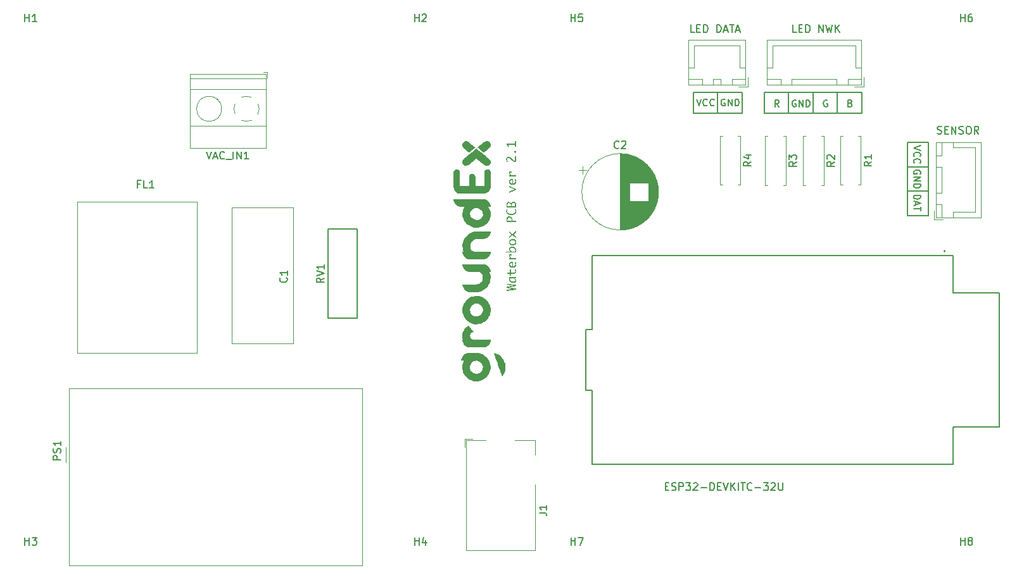
<source format=gbr>
%TF.GenerationSoftware,KiCad,Pcbnew,7.0.9*%
%TF.CreationDate,2024-01-13T11:23:33+07:00*%
%TF.ProjectId,Waterbox 2.1,57617465-7262-46f7-9820-322e312e6b69,rev?*%
%TF.SameCoordinates,Original*%
%TF.FileFunction,Legend,Top*%
%TF.FilePolarity,Positive*%
%FSLAX46Y46*%
G04 Gerber Fmt 4.6, Leading zero omitted, Abs format (unit mm)*
G04 Created by KiCad (PCBNEW 7.0.9) date 2024-01-13 11:23:33*
%MOMM*%
%LPD*%
G01*
G04 APERTURE LIST*
%ADD10C,0.150000*%
%ADD11C,0.120000*%
%ADD12C,0.127000*%
%ADD13C,0.200000*%
%ADD14C,0.100000*%
G04 APERTURE END LIST*
D10*
X167589000Y-62506000D02*
X170839000Y-62506000D01*
X170839000Y-65256000D01*
X167589000Y-65256000D01*
X167589000Y-62506000D01*
X151594000Y-62506000D02*
X154844000Y-62506000D01*
X154844000Y-65256000D01*
X151594000Y-65256000D01*
X151594000Y-62506000D01*
X180227000Y-69219000D02*
X182977000Y-69219000D01*
X182977000Y-72469000D01*
X180227000Y-72469000D01*
X180227000Y-69219000D01*
X170839000Y-62506000D02*
X174089000Y-62506000D01*
X174089000Y-65256000D01*
X170839000Y-65256000D01*
X170839000Y-62506000D01*
X161089000Y-62506000D02*
X164339000Y-62506000D01*
X164339000Y-65256000D01*
X161089000Y-65256000D01*
X161089000Y-62506000D01*
X154844000Y-62506000D02*
X158094000Y-62506000D01*
X158094000Y-65256000D01*
X154844000Y-65256000D01*
X154844000Y-62506000D01*
X164339000Y-62506000D02*
X167589000Y-62506000D01*
X167589000Y-65256000D01*
X164339000Y-65256000D01*
X164339000Y-62506000D01*
X180227000Y-75719000D02*
X182977000Y-75719000D01*
X182977000Y-78969000D01*
X180227000Y-78969000D01*
X180227000Y-75719000D01*
X180227000Y-72469000D02*
X182977000Y-72469000D01*
X182977000Y-75719000D01*
X180227000Y-75719000D01*
X180227000Y-72469000D01*
X169485714Y-63551414D02*
X169400000Y-63508557D01*
X169400000Y-63508557D02*
X169271428Y-63508557D01*
X169271428Y-63508557D02*
X169142857Y-63551414D01*
X169142857Y-63551414D02*
X169057142Y-63637128D01*
X169057142Y-63637128D02*
X169014285Y-63722842D01*
X169014285Y-63722842D02*
X168971428Y-63894271D01*
X168971428Y-63894271D02*
X168971428Y-64022842D01*
X168971428Y-64022842D02*
X169014285Y-64194271D01*
X169014285Y-64194271D02*
X169057142Y-64279985D01*
X169057142Y-64279985D02*
X169142857Y-64365700D01*
X169142857Y-64365700D02*
X169271428Y-64408557D01*
X169271428Y-64408557D02*
X169357142Y-64408557D01*
X169357142Y-64408557D02*
X169485714Y-64365700D01*
X169485714Y-64365700D02*
X169528571Y-64322842D01*
X169528571Y-64322842D02*
X169528571Y-64022842D01*
X169528571Y-64022842D02*
X169357142Y-64022842D01*
X152050000Y-63389557D02*
X152350000Y-64289557D01*
X152350000Y-64289557D02*
X152650000Y-63389557D01*
X153464286Y-64203842D02*
X153421429Y-64246700D01*
X153421429Y-64246700D02*
X153292857Y-64289557D01*
X153292857Y-64289557D02*
X153207143Y-64289557D01*
X153207143Y-64289557D02*
X153078572Y-64246700D01*
X153078572Y-64246700D02*
X152992857Y-64160985D01*
X152992857Y-64160985D02*
X152950000Y-64075271D01*
X152950000Y-64075271D02*
X152907143Y-63903842D01*
X152907143Y-63903842D02*
X152907143Y-63775271D01*
X152907143Y-63775271D02*
X152950000Y-63603842D01*
X152950000Y-63603842D02*
X152992857Y-63518128D01*
X152992857Y-63518128D02*
X153078572Y-63432414D01*
X153078572Y-63432414D02*
X153207143Y-63389557D01*
X153207143Y-63389557D02*
X153292857Y-63389557D01*
X153292857Y-63389557D02*
X153421429Y-63432414D01*
X153421429Y-63432414D02*
X153464286Y-63475271D01*
X154364286Y-64203842D02*
X154321429Y-64246700D01*
X154321429Y-64246700D02*
X154192857Y-64289557D01*
X154192857Y-64289557D02*
X154107143Y-64289557D01*
X154107143Y-64289557D02*
X153978572Y-64246700D01*
X153978572Y-64246700D02*
X153892857Y-64160985D01*
X153892857Y-64160985D02*
X153850000Y-64075271D01*
X153850000Y-64075271D02*
X153807143Y-63903842D01*
X153807143Y-63903842D02*
X153807143Y-63775271D01*
X153807143Y-63775271D02*
X153850000Y-63603842D01*
X153850000Y-63603842D02*
X153892857Y-63518128D01*
X153892857Y-63518128D02*
X153978572Y-63432414D01*
X153978572Y-63432414D02*
X154107143Y-63389557D01*
X154107143Y-63389557D02*
X154192857Y-63389557D01*
X154192857Y-63389557D02*
X154321429Y-63432414D01*
X154321429Y-63432414D02*
X154364286Y-63475271D01*
X181968442Y-69644000D02*
X181068442Y-69944000D01*
X181068442Y-69944000D02*
X181968442Y-70244000D01*
X181154157Y-71058286D02*
X181111300Y-71015429D01*
X181111300Y-71015429D02*
X181068442Y-70886857D01*
X181068442Y-70886857D02*
X181068442Y-70801143D01*
X181068442Y-70801143D02*
X181111300Y-70672572D01*
X181111300Y-70672572D02*
X181197014Y-70586857D01*
X181197014Y-70586857D02*
X181282728Y-70544000D01*
X181282728Y-70544000D02*
X181454157Y-70501143D01*
X181454157Y-70501143D02*
X181582728Y-70501143D01*
X181582728Y-70501143D02*
X181754157Y-70544000D01*
X181754157Y-70544000D02*
X181839871Y-70586857D01*
X181839871Y-70586857D02*
X181925585Y-70672572D01*
X181925585Y-70672572D02*
X181968442Y-70801143D01*
X181968442Y-70801143D02*
X181968442Y-70886857D01*
X181968442Y-70886857D02*
X181925585Y-71015429D01*
X181925585Y-71015429D02*
X181882728Y-71058286D01*
X181154157Y-71958286D02*
X181111300Y-71915429D01*
X181111300Y-71915429D02*
X181068442Y-71786857D01*
X181068442Y-71786857D02*
X181068442Y-71701143D01*
X181068442Y-71701143D02*
X181111300Y-71572572D01*
X181111300Y-71572572D02*
X181197014Y-71486857D01*
X181197014Y-71486857D02*
X181282728Y-71444000D01*
X181282728Y-71444000D02*
X181454157Y-71401143D01*
X181454157Y-71401143D02*
X181582728Y-71401143D01*
X181582728Y-71401143D02*
X181754157Y-71444000D01*
X181754157Y-71444000D02*
X181839871Y-71486857D01*
X181839871Y-71486857D02*
X181925585Y-71572572D01*
X181925585Y-71572572D02*
X181968442Y-71701143D01*
X181968442Y-71701143D02*
X181968442Y-71786857D01*
X181968442Y-71786857D02*
X181925585Y-71915429D01*
X181925585Y-71915429D02*
X181882728Y-71958286D01*
X163028571Y-64408557D02*
X162728571Y-63979985D01*
X162514285Y-64408557D02*
X162514285Y-63508557D01*
X162514285Y-63508557D02*
X162857142Y-63508557D01*
X162857142Y-63508557D02*
X162942857Y-63551414D01*
X162942857Y-63551414D02*
X162985714Y-63594271D01*
X162985714Y-63594271D02*
X163028571Y-63679985D01*
X163028571Y-63679985D02*
X163028571Y-63808557D01*
X163028571Y-63808557D02*
X162985714Y-63894271D01*
X162985714Y-63894271D02*
X162942857Y-63937128D01*
X162942857Y-63937128D02*
X162857142Y-63979985D01*
X162857142Y-63979985D02*
X162514285Y-63979985D01*
G36*
X127896000Y-88929420D02*
G01*
X126620466Y-89077138D01*
X126620466Y-88926196D01*
X127397744Y-88839148D01*
X127526704Y-88827718D01*
X127526704Y-88823614D01*
X127398623Y-88807201D01*
X126620466Y-88673551D01*
X126620466Y-88522609D01*
X127431157Y-88369909D01*
X127554255Y-88354375D01*
X127554255Y-88350272D01*
X127427933Y-88340307D01*
X126620466Y-88244466D01*
X126620466Y-88114919D01*
X127896000Y-88269085D01*
X127896000Y-88425596D01*
X127033138Y-88589727D01*
X126903299Y-88607020D01*
X126903299Y-88611123D01*
X127033138Y-88626657D01*
X127896000Y-88774375D01*
X127896000Y-88929420D01*
G37*
G36*
X127896000Y-87333831D02*
G01*
X127881564Y-87337171D01*
X127866176Y-87340377D01*
X127849835Y-87343449D01*
X127832541Y-87346388D01*
X127820482Y-87348272D01*
X127807999Y-87350097D01*
X127795092Y-87351863D01*
X127781763Y-87353568D01*
X127768009Y-87355215D01*
X127753832Y-87356802D01*
X127739231Y-87358329D01*
X127724207Y-87359797D01*
X127708759Y-87361205D01*
X127692887Y-87362554D01*
X127706451Y-87371384D01*
X127719591Y-87380437D01*
X127732307Y-87389711D01*
X127744599Y-87399208D01*
X127756469Y-87408927D01*
X127767914Y-87418868D01*
X127778936Y-87429032D01*
X127789534Y-87439417D01*
X127799709Y-87450024D01*
X127809460Y-87460854D01*
X127818787Y-87471905D01*
X127827691Y-87483179D01*
X127836171Y-87494675D01*
X127844228Y-87506393D01*
X127851861Y-87518333D01*
X127859070Y-87530495D01*
X127865813Y-87542670D01*
X127872122Y-87554721D01*
X127877995Y-87566648D01*
X127883433Y-87578452D01*
X127888436Y-87590132D01*
X127893004Y-87601689D01*
X127897138Y-87613122D01*
X127900836Y-87624431D01*
X127905567Y-87641163D01*
X127909319Y-87657616D01*
X127912093Y-87673792D01*
X127913887Y-87689689D01*
X127914703Y-87705309D01*
X127914757Y-87710453D01*
X127914369Y-87724723D01*
X127913205Y-87738810D01*
X127911264Y-87752713D01*
X127908547Y-87766434D01*
X127905054Y-87779971D01*
X127900785Y-87793325D01*
X127895740Y-87806495D01*
X127889918Y-87819483D01*
X127883320Y-87832288D01*
X127875946Y-87844909D01*
X127867795Y-87857347D01*
X127858868Y-87869602D01*
X127849166Y-87881673D01*
X127838686Y-87893562D01*
X127827431Y-87905267D01*
X127815399Y-87916789D01*
X127802543Y-87927863D01*
X127788888Y-87938222D01*
X127774434Y-87947866D01*
X127759181Y-87956796D01*
X127743128Y-87965012D01*
X127726277Y-87972513D01*
X127708626Y-87979300D01*
X127690176Y-87985373D01*
X127670927Y-87990731D01*
X127650879Y-87995375D01*
X127630032Y-87999304D01*
X127608385Y-88002519D01*
X127585940Y-88005019D01*
X127562695Y-88006805D01*
X127550773Y-88007430D01*
X127538651Y-88007877D01*
X127526330Y-88008145D01*
X127513808Y-88008234D01*
X127494011Y-88007997D01*
X127474479Y-88007286D01*
X127455213Y-88006101D01*
X127436212Y-88004442D01*
X127417477Y-88002309D01*
X127399008Y-87999702D01*
X127380804Y-87996621D01*
X127362866Y-87993066D01*
X127345194Y-87989038D01*
X127327787Y-87984535D01*
X127310646Y-87979558D01*
X127293770Y-87974107D01*
X127277160Y-87968182D01*
X127260815Y-87961784D01*
X127244737Y-87954911D01*
X127228923Y-87947564D01*
X127213449Y-87939820D01*
X127198387Y-87931755D01*
X127183737Y-87923370D01*
X127169499Y-87914665D01*
X127155673Y-87905638D01*
X127142260Y-87896291D01*
X127129259Y-87886624D01*
X127116669Y-87876636D01*
X127104492Y-87866327D01*
X127092728Y-87855698D01*
X127081375Y-87844748D01*
X127070434Y-87833478D01*
X127059906Y-87821887D01*
X127049790Y-87809976D01*
X127040086Y-87797744D01*
X127030794Y-87785191D01*
X127021992Y-87772289D01*
X127013758Y-87759006D01*
X127006092Y-87745342D01*
X126998993Y-87731299D01*
X126992463Y-87716876D01*
X126986500Y-87702073D01*
X126981105Y-87686889D01*
X126976279Y-87671325D01*
X126972020Y-87655382D01*
X126968329Y-87639058D01*
X126965205Y-87622354D01*
X126962650Y-87605270D01*
X126960662Y-87587806D01*
X126959243Y-87569962D01*
X126958391Y-87551737D01*
X126958107Y-87533133D01*
X126958422Y-87518490D01*
X126958687Y-87513496D01*
X127089412Y-87513496D01*
X127089847Y-87530935D01*
X127091152Y-87548007D01*
X127093327Y-87564713D01*
X127096373Y-87581053D01*
X127100288Y-87597027D01*
X127105074Y-87612634D01*
X127110730Y-87627875D01*
X127117256Y-87642749D01*
X127124652Y-87657257D01*
X127132918Y-87671399D01*
X127142054Y-87685174D01*
X127152060Y-87698583D01*
X127162937Y-87711625D01*
X127174683Y-87724302D01*
X127187300Y-87736612D01*
X127200787Y-87748555D01*
X127214986Y-87759912D01*
X127229812Y-87770537D01*
X127245266Y-87780429D01*
X127261347Y-87789588D01*
X127278055Y-87798014D01*
X127295391Y-87805708D01*
X127313354Y-87812669D01*
X127331945Y-87818897D01*
X127351163Y-87824392D01*
X127371009Y-87829155D01*
X127391482Y-87833185D01*
X127412582Y-87836482D01*
X127434310Y-87839047D01*
X127456665Y-87840879D01*
X127479647Y-87841978D01*
X127491374Y-87842253D01*
X127503257Y-87842344D01*
X127520356Y-87842144D01*
X127536921Y-87841543D01*
X127552953Y-87840541D01*
X127568452Y-87839139D01*
X127583416Y-87837335D01*
X127597848Y-87835131D01*
X127611745Y-87832527D01*
X127625110Y-87829521D01*
X127637941Y-87826115D01*
X127650238Y-87822309D01*
X127662001Y-87818101D01*
X127673232Y-87813493D01*
X127683928Y-87808484D01*
X127698973Y-87800219D01*
X127712817Y-87791053D01*
X127725441Y-87781310D01*
X127736822Y-87771314D01*
X127746962Y-87761066D01*
X127755861Y-87750565D01*
X127763517Y-87739812D01*
X127769932Y-87728807D01*
X127775106Y-87717549D01*
X127779038Y-87706038D01*
X127781728Y-87694276D01*
X127783176Y-87682260D01*
X127783452Y-87674110D01*
X127782806Y-87660624D01*
X127780866Y-87646876D01*
X127777633Y-87632865D01*
X127773107Y-87618592D01*
X127767288Y-87604055D01*
X127760176Y-87589256D01*
X127751770Y-87574194D01*
X127745448Y-87564007D01*
X127738551Y-87553703D01*
X127731080Y-87543283D01*
X127723033Y-87532745D01*
X127714412Y-87522091D01*
X127709886Y-87516720D01*
X127700491Y-87506020D01*
X127690698Y-87495461D01*
X127680506Y-87485045D01*
X127669916Y-87474771D01*
X127658927Y-87464639D01*
X127647540Y-87454648D01*
X127635755Y-87444800D01*
X127623571Y-87435094D01*
X127610989Y-87425529D01*
X127598008Y-87416107D01*
X127584629Y-87406826D01*
X127570851Y-87397688D01*
X127556675Y-87388691D01*
X127542101Y-87379837D01*
X127527128Y-87371124D01*
X127511757Y-87362554D01*
X127111101Y-87362554D01*
X127107225Y-87377676D01*
X127103730Y-87392597D01*
X127100616Y-87407317D01*
X127097884Y-87421836D01*
X127095533Y-87436154D01*
X127093563Y-87450271D01*
X127091975Y-87464188D01*
X127090767Y-87477903D01*
X127089941Y-87491418D01*
X127089497Y-87504732D01*
X127089412Y-87513496D01*
X126958687Y-87513496D01*
X126959127Y-87505209D01*
X126960235Y-87490536D01*
X126961331Y-87478618D01*
X126962653Y-87465916D01*
X126964202Y-87452432D01*
X126965978Y-87438164D01*
X126967980Y-87423114D01*
X126970210Y-87407280D01*
X126971003Y-87401828D01*
X126972926Y-87390122D01*
X126974781Y-87377597D01*
X126976430Y-87365764D01*
X126976865Y-87362554D01*
X126976865Y-87208974D01*
X127632217Y-87208974D01*
X127652276Y-87208840D01*
X127671858Y-87208438D01*
X127690964Y-87207768D01*
X127709593Y-87206830D01*
X127727747Y-87205625D01*
X127745424Y-87204151D01*
X127762625Y-87202410D01*
X127779349Y-87200401D01*
X127795597Y-87198124D01*
X127811369Y-87195578D01*
X127826665Y-87192765D01*
X127841484Y-87189685D01*
X127855828Y-87186336D01*
X127869695Y-87182719D01*
X127883085Y-87178834D01*
X127896000Y-87174682D01*
X127896000Y-87333831D01*
G37*
G36*
X127850277Y-86190188D02*
G01*
X127855955Y-86203402D01*
X127861337Y-86216154D01*
X127866424Y-86228443D01*
X127871215Y-86240270D01*
X127875711Y-86251634D01*
X127881901Y-86267813D01*
X127887427Y-86282951D01*
X127892287Y-86297049D01*
X127896484Y-86310106D01*
X127900015Y-86322122D01*
X127903691Y-86336525D01*
X127905672Y-86346113D01*
X127907801Y-86358152D01*
X127909647Y-86370091D01*
X127911208Y-86381929D01*
X127912486Y-86393667D01*
X127913684Y-86408197D01*
X127914438Y-86422569D01*
X127914748Y-86436785D01*
X127914757Y-86439609D01*
X127914614Y-86451526D01*
X127914185Y-86463317D01*
X127913004Y-86480768D01*
X127911180Y-86497935D01*
X127908711Y-86514819D01*
X127905598Y-86531420D01*
X127901842Y-86547737D01*
X127897441Y-86563771D01*
X127892396Y-86579521D01*
X127886708Y-86594988D01*
X127880375Y-86610172D01*
X127878121Y-86615170D01*
X127870945Y-86629723D01*
X127863156Y-86643596D01*
X127854754Y-86656788D01*
X127845739Y-86669301D01*
X127836111Y-86681133D01*
X127825869Y-86692286D01*
X127815015Y-86702758D01*
X127803547Y-86712550D01*
X127791467Y-86721662D01*
X127778773Y-86730094D01*
X127769970Y-86735338D01*
X127755876Y-86742566D01*
X127740411Y-86749083D01*
X127729340Y-86753033D01*
X127717660Y-86756667D01*
X127705371Y-86759985D01*
X127692473Y-86762987D01*
X127678965Y-86765673D01*
X127664849Y-86768043D01*
X127650123Y-86770097D01*
X127634789Y-86771835D01*
X127618845Y-86773257D01*
X127602292Y-86774363D01*
X127585130Y-86775153D01*
X127567359Y-86775627D01*
X127548979Y-86775785D01*
X127183201Y-86775785D01*
X127183201Y-87004689D01*
X127051896Y-87004689D01*
X127051896Y-86775785D01*
X126695497Y-86775785D01*
X126695497Y-86623377D01*
X127051896Y-86623377D01*
X127051896Y-86215687D01*
X127183201Y-86215687D01*
X127183201Y-86623377D01*
X127543411Y-86623377D01*
X127556753Y-86623275D01*
X127569596Y-86622969D01*
X127581941Y-86622460D01*
X127593786Y-86621747D01*
X127610617Y-86620295D01*
X127626326Y-86618384D01*
X127640911Y-86616015D01*
X127654373Y-86613188D01*
X127666712Y-86609901D01*
X127677928Y-86606157D01*
X127691135Y-86600451D01*
X127696990Y-86597292D01*
X127707762Y-86590423D01*
X127717800Y-86583004D01*
X127727106Y-86575035D01*
X127735678Y-86566517D01*
X127743519Y-86557450D01*
X127750626Y-86547833D01*
X127757001Y-86537666D01*
X127762643Y-86526950D01*
X127767520Y-86515712D01*
X127771747Y-86503979D01*
X127775324Y-86491752D01*
X127778250Y-86479030D01*
X127780526Y-86465813D01*
X127782152Y-86452102D01*
X127783127Y-86437896D01*
X127783452Y-86423196D01*
X127783184Y-86409302D01*
X127782381Y-86395320D01*
X127781041Y-86381248D01*
X127779166Y-86367087D01*
X127776755Y-86352836D01*
X127773808Y-86338497D01*
X127770325Y-86324068D01*
X127766307Y-86309549D01*
X127761752Y-86294942D01*
X127756662Y-86280245D01*
X127751036Y-86265459D01*
X127744874Y-86250583D01*
X127738177Y-86235618D01*
X127730943Y-86220564D01*
X127723174Y-86205421D01*
X127714869Y-86190188D01*
X127850277Y-86190188D01*
G37*
G36*
X127464569Y-85804480D02*
G01*
X127481578Y-85804132D01*
X127498315Y-85803089D01*
X127514778Y-85801350D01*
X127530968Y-85798915D01*
X127546885Y-85795786D01*
X127562529Y-85791960D01*
X127577900Y-85787439D01*
X127592998Y-85782223D01*
X127607823Y-85776311D01*
X127622375Y-85769704D01*
X127631924Y-85764912D01*
X127645773Y-85757219D01*
X127658962Y-85749089D01*
X127671491Y-85740520D01*
X127683362Y-85731514D01*
X127694572Y-85722069D01*
X127705124Y-85712187D01*
X127715016Y-85701866D01*
X127724248Y-85691108D01*
X127732821Y-85679912D01*
X127740734Y-85668278D01*
X127745644Y-85660279D01*
X127752400Y-85647924D01*
X127758493Y-85635261D01*
X127763920Y-85622288D01*
X127768683Y-85609006D01*
X127772782Y-85595415D01*
X127776216Y-85581515D01*
X127778985Y-85567306D01*
X127781089Y-85552787D01*
X127782529Y-85537960D01*
X127783305Y-85522823D01*
X127783452Y-85512561D01*
X127783083Y-85493974D01*
X127781973Y-85475146D01*
X127780124Y-85456074D01*
X127777536Y-85436760D01*
X127774207Y-85417203D01*
X127770140Y-85397403D01*
X127765332Y-85377361D01*
X127759785Y-85357076D01*
X127753499Y-85336548D01*
X127746473Y-85315777D01*
X127738707Y-85294764D01*
X127730201Y-85273508D01*
X127720956Y-85252009D01*
X127716057Y-85241169D01*
X127710972Y-85230268D01*
X127705702Y-85219306D01*
X127700248Y-85208284D01*
X127694608Y-85197200D01*
X127688784Y-85186057D01*
X127825658Y-85186057D01*
X127831139Y-85197468D01*
X127836447Y-85208841D01*
X127841581Y-85220176D01*
X127846540Y-85231472D01*
X127851326Y-85242730D01*
X127855938Y-85253950D01*
X127860375Y-85265131D01*
X127864639Y-85276274D01*
X127868728Y-85287378D01*
X127872644Y-85298445D01*
X127879953Y-85320462D01*
X127886566Y-85342326D01*
X127892482Y-85364036D01*
X127897703Y-85385594D01*
X127902228Y-85406997D01*
X127906056Y-85428248D01*
X127909189Y-85449344D01*
X127911625Y-85470288D01*
X127913365Y-85491078D01*
X127914409Y-85511714D01*
X127914757Y-85532198D01*
X127914520Y-85547592D01*
X127913809Y-85562780D01*
X127912624Y-85577762D01*
X127910965Y-85592538D01*
X127908833Y-85607108D01*
X127906226Y-85621471D01*
X127903145Y-85635629D01*
X127899590Y-85649581D01*
X127895561Y-85663326D01*
X127891058Y-85676866D01*
X127886081Y-85690199D01*
X127880631Y-85703326D01*
X127874706Y-85716248D01*
X127868307Y-85728963D01*
X127861434Y-85741472D01*
X127854087Y-85753775D01*
X127846263Y-85765822D01*
X127838032Y-85777566D01*
X127829392Y-85789004D01*
X127820345Y-85800138D01*
X127810891Y-85810968D01*
X127801029Y-85821493D01*
X127790759Y-85831713D01*
X127780082Y-85841629D01*
X127768997Y-85851240D01*
X127757505Y-85860547D01*
X127745605Y-85869549D01*
X127733297Y-85878247D01*
X127720582Y-85886640D01*
X127707459Y-85894729D01*
X127693929Y-85902513D01*
X127679991Y-85909993D01*
X127665789Y-85917091D01*
X127651465Y-85923731D01*
X127637020Y-85929914D01*
X127622454Y-85935638D01*
X127607766Y-85940905D01*
X127592957Y-85945713D01*
X127578026Y-85950064D01*
X127562974Y-85953956D01*
X127547801Y-85957391D01*
X127532507Y-85960368D01*
X127517091Y-85962886D01*
X127501553Y-85964947D01*
X127485895Y-85966550D01*
X127470115Y-85967695D01*
X127454213Y-85968382D01*
X127438191Y-85968611D01*
X127422696Y-85968393D01*
X127407279Y-85967741D01*
X127391940Y-85966653D01*
X127376678Y-85965130D01*
X127361495Y-85963173D01*
X127346389Y-85960780D01*
X127331361Y-85957952D01*
X127316411Y-85954689D01*
X127301539Y-85950991D01*
X127286745Y-85946858D01*
X127272028Y-85942290D01*
X127257390Y-85937287D01*
X127242829Y-85931848D01*
X127228346Y-85925975D01*
X127213941Y-85919667D01*
X127199614Y-85912923D01*
X127185524Y-85905754D01*
X127171830Y-85898241D01*
X127158532Y-85890385D01*
X127145631Y-85882185D01*
X127133125Y-85873642D01*
X127121015Y-85864756D01*
X127109302Y-85855526D01*
X127097985Y-85845952D01*
X127087064Y-85836035D01*
X127076539Y-85825775D01*
X127066410Y-85815171D01*
X127056677Y-85804223D01*
X127047341Y-85792932D01*
X127038400Y-85781298D01*
X127029856Y-85769320D01*
X127021708Y-85756999D01*
X127014006Y-85744381D01*
X127006801Y-85731587D01*
X127000093Y-85718616D01*
X126993882Y-85705470D01*
X126988168Y-85692147D01*
X126982951Y-85678647D01*
X126978231Y-85664972D01*
X126974007Y-85651120D01*
X126970281Y-85637091D01*
X126967051Y-85622887D01*
X126964318Y-85608506D01*
X126962082Y-85593948D01*
X126960343Y-85579215D01*
X126959101Y-85564305D01*
X126958355Y-85549219D01*
X126958217Y-85540697D01*
X127089412Y-85540697D01*
X127089997Y-85557844D01*
X127091751Y-85574553D01*
X127094675Y-85590824D01*
X127098768Y-85606657D01*
X127104031Y-85622052D01*
X127110463Y-85637009D01*
X127118065Y-85651528D01*
X127126836Y-85665609D01*
X127136777Y-85679253D01*
X127147887Y-85692458D01*
X127155944Y-85701018D01*
X127164472Y-85709322D01*
X127173497Y-85717308D01*
X127183019Y-85724975D01*
X127193038Y-85732324D01*
X127203554Y-85739355D01*
X127214567Y-85746067D01*
X127226076Y-85752462D01*
X127238083Y-85758538D01*
X127250586Y-85764295D01*
X127263586Y-85769735D01*
X127277083Y-85774856D01*
X127291077Y-85779658D01*
X127305568Y-85784143D01*
X127320556Y-85788309D01*
X127336040Y-85792157D01*
X127352022Y-85795687D01*
X127352022Y-85338757D01*
X127330333Y-85338757D01*
X127316699Y-85338973D01*
X127303419Y-85339618D01*
X127290494Y-85340695D01*
X127277925Y-85342201D01*
X127265710Y-85344138D01*
X127253850Y-85346506D01*
X127242345Y-85349304D01*
X127225753Y-85354308D01*
X127209960Y-85360281D01*
X127194965Y-85367223D01*
X127180768Y-85375133D01*
X127167371Y-85384011D01*
X127154771Y-85393859D01*
X127143091Y-85404462D01*
X127132559Y-85415720D01*
X127123177Y-85427632D01*
X127114943Y-85440199D01*
X127107858Y-85453420D01*
X127101922Y-85467295D01*
X127097135Y-85481825D01*
X127093497Y-85497008D01*
X127091008Y-85512846D01*
X127089667Y-85529339D01*
X127089412Y-85540697D01*
X126958217Y-85540697D01*
X126958107Y-85533956D01*
X126958560Y-85513802D01*
X126959920Y-85494151D01*
X126962187Y-85475004D01*
X126965361Y-85456360D01*
X126969441Y-85438221D01*
X126974428Y-85420585D01*
X126980322Y-85403453D01*
X126987123Y-85386824D01*
X126994830Y-85370700D01*
X127003445Y-85355079D01*
X127012965Y-85339962D01*
X127023393Y-85325348D01*
X127034727Y-85311239D01*
X127046969Y-85297633D01*
X127060117Y-85284531D01*
X127074171Y-85271933D01*
X127089170Y-85259936D01*
X127105152Y-85248714D01*
X127122116Y-85238266D01*
X127140062Y-85228592D01*
X127158990Y-85219691D01*
X127178901Y-85211565D01*
X127199794Y-85204212D01*
X127221669Y-85197634D01*
X127244527Y-85191829D01*
X127256324Y-85189217D01*
X127268367Y-85186799D01*
X127280656Y-85184574D01*
X127293189Y-85182542D01*
X127305969Y-85180704D01*
X127318994Y-85179059D01*
X127332265Y-85177608D01*
X127345781Y-85176350D01*
X127359543Y-85175286D01*
X127373550Y-85174415D01*
X127387803Y-85173738D01*
X127402302Y-85173255D01*
X127417046Y-85172964D01*
X127432036Y-85172868D01*
X127464569Y-85172868D01*
X127464569Y-85804480D01*
G37*
G36*
X127896000Y-84861898D02*
G01*
X126976865Y-84861898D01*
X126976865Y-84709490D01*
X127178512Y-84709490D01*
X127164917Y-84700471D01*
X127151758Y-84691291D01*
X127139034Y-84681951D01*
X127126744Y-84672451D01*
X127114890Y-84662790D01*
X127103471Y-84652969D01*
X127092487Y-84642988D01*
X127081938Y-84632847D01*
X127071824Y-84622545D01*
X127062145Y-84612083D01*
X127052901Y-84601461D01*
X127044093Y-84590678D01*
X127035719Y-84579735D01*
X127027780Y-84568632D01*
X127020277Y-84557369D01*
X127013208Y-84545945D01*
X127006536Y-84534322D01*
X127000294Y-84522534D01*
X126994482Y-84510582D01*
X126989101Y-84498464D01*
X126984151Y-84486182D01*
X126979631Y-84473735D01*
X126975541Y-84461123D01*
X126971882Y-84448346D01*
X126968654Y-84435404D01*
X126965856Y-84422297D01*
X126963488Y-84409026D01*
X126961551Y-84395589D01*
X126960044Y-84381988D01*
X126958968Y-84368222D01*
X126958322Y-84354291D01*
X126958107Y-84340195D01*
X126958272Y-84324695D01*
X126958766Y-84309190D01*
X126959591Y-84293680D01*
X126960745Y-84278165D01*
X126962229Y-84262644D01*
X126964042Y-84247119D01*
X126966185Y-84231588D01*
X126968658Y-84216052D01*
X126971461Y-84200511D01*
X126974593Y-84184965D01*
X126976865Y-84174598D01*
X127314506Y-84174598D01*
X127314506Y-84321437D01*
X127096153Y-84321437D01*
X127094211Y-84333119D01*
X127092315Y-84346061D01*
X127090893Y-84357828D01*
X127089833Y-84370072D01*
X127089412Y-84382107D01*
X127090022Y-84398070D01*
X127091854Y-84413977D01*
X127094907Y-84429827D01*
X127099180Y-84445621D01*
X127104675Y-84461358D01*
X127111390Y-84477038D01*
X127119327Y-84492661D01*
X127125296Y-84503045D01*
X127131809Y-84513404D01*
X127138863Y-84523738D01*
X127146461Y-84534047D01*
X127154601Y-84544330D01*
X127158875Y-84549462D01*
X127167830Y-84559704D01*
X127177330Y-84569914D01*
X127187375Y-84580093D01*
X127197966Y-84590239D01*
X127209101Y-84600352D01*
X127220781Y-84610434D01*
X127233006Y-84620484D01*
X127245776Y-84630502D01*
X127259091Y-84640488D01*
X127272951Y-84650441D01*
X127287356Y-84660363D01*
X127302306Y-84670252D01*
X127317801Y-84680110D01*
X127333841Y-84689935D01*
X127350426Y-84699729D01*
X127367556Y-84709490D01*
X127896000Y-84709490D01*
X127896000Y-84861898D01*
G37*
G36*
X127378853Y-83144328D02*
G01*
X127398385Y-83145046D01*
X127417651Y-83146242D01*
X127436652Y-83147917D01*
X127455387Y-83150071D01*
X127473856Y-83152703D01*
X127492060Y-83155814D01*
X127509998Y-83159403D01*
X127527671Y-83163471D01*
X127545077Y-83168017D01*
X127562219Y-83173042D01*
X127579094Y-83178545D01*
X127595704Y-83184527D01*
X127612049Y-83190988D01*
X127628128Y-83197927D01*
X127643941Y-83205345D01*
X127659415Y-83213124D01*
X127674477Y-83221222D01*
X127689127Y-83229638D01*
X127703365Y-83238373D01*
X127717191Y-83247425D01*
X127730604Y-83256796D01*
X127743606Y-83266485D01*
X127756195Y-83276493D01*
X127768372Y-83286819D01*
X127780137Y-83297463D01*
X127791490Y-83308425D01*
X127802430Y-83319706D01*
X127812958Y-83331304D01*
X127823075Y-83343222D01*
X127832779Y-83355457D01*
X127842071Y-83368011D01*
X127850873Y-83380912D01*
X127859107Y-83394192D01*
X127866773Y-83407849D01*
X127873871Y-83421885D01*
X127880402Y-83436298D01*
X127886364Y-83451088D01*
X127891759Y-83466257D01*
X127896586Y-83481803D01*
X127900845Y-83497728D01*
X127904536Y-83514030D01*
X127907659Y-83530710D01*
X127910214Y-83547767D01*
X127912202Y-83565203D01*
X127913622Y-83583016D01*
X127914473Y-83601207D01*
X127914757Y-83619776D01*
X127914443Y-83634265D01*
X127913737Y-83647463D01*
X127912629Y-83662090D01*
X127911533Y-83673998D01*
X127910211Y-83686710D01*
X127908662Y-83700225D01*
X127906886Y-83714544D01*
X127904884Y-83729667D01*
X127902655Y-83745594D01*
X127901861Y-83751081D01*
X127899938Y-83762828D01*
X127898083Y-83775450D01*
X127896435Y-83787403D01*
X127896000Y-83790648D01*
X127896000Y-83943056D01*
X126564192Y-83943056D01*
X126564192Y-83790648D01*
X127176460Y-83790648D01*
X127163114Y-83781714D01*
X127150187Y-83772568D01*
X127137679Y-83763212D01*
X127125590Y-83753646D01*
X127113921Y-83743868D01*
X127102670Y-83733880D01*
X127091838Y-83723682D01*
X127081425Y-83713272D01*
X127071431Y-83702652D01*
X127061857Y-83691822D01*
X127052701Y-83680780D01*
X127043964Y-83669528D01*
X127035647Y-83658066D01*
X127027748Y-83646393D01*
X127020269Y-83634509D01*
X127013208Y-83622414D01*
X127006536Y-83610275D01*
X127000294Y-83598257D01*
X126994482Y-83586360D01*
X126989101Y-83574585D01*
X126984151Y-83562931D01*
X126979631Y-83551399D01*
X126975541Y-83539988D01*
X126971882Y-83528698D01*
X126967201Y-83511991D01*
X126963488Y-83495557D01*
X126960744Y-83479396D01*
X126960710Y-83479092D01*
X127089412Y-83479092D01*
X127090058Y-83492575D01*
X127091998Y-83506315D01*
X127095231Y-83520313D01*
X127099757Y-83534569D01*
X127105576Y-83549082D01*
X127112689Y-83563853D01*
X127121094Y-83578881D01*
X127127416Y-83589043D01*
X127134313Y-83599320D01*
X127141785Y-83609711D01*
X127149831Y-83620216D01*
X127158452Y-83630836D01*
X127162978Y-83636189D01*
X127172373Y-83646822D01*
X127182166Y-83657324D01*
X127192358Y-83667695D01*
X127202948Y-83677937D01*
X127213937Y-83688047D01*
X127225324Y-83698027D01*
X127237109Y-83707876D01*
X127249293Y-83717595D01*
X127261876Y-83727184D01*
X127274856Y-83736642D01*
X127288236Y-83745969D01*
X127302013Y-83755166D01*
X127316189Y-83764232D01*
X127330764Y-83773168D01*
X127345736Y-83781974D01*
X127361108Y-83790648D01*
X127761764Y-83790648D01*
X127765640Y-83775212D01*
X127769134Y-83760008D01*
X127772248Y-83745035D01*
X127774980Y-83730295D01*
X127777331Y-83715786D01*
X127779301Y-83701509D01*
X127780890Y-83687463D01*
X127782097Y-83673650D01*
X127782923Y-83660069D01*
X127783368Y-83646719D01*
X127783452Y-83637948D01*
X127783020Y-83620791D01*
X127781721Y-83603977D01*
X127779557Y-83587506D01*
X127776528Y-83571379D01*
X127772633Y-83555596D01*
X127767873Y-83540156D01*
X127762247Y-83525060D01*
X127755755Y-83510307D01*
X127748398Y-83495897D01*
X127740176Y-83481831D01*
X127731087Y-83468108D01*
X127721134Y-83454729D01*
X127710315Y-83441693D01*
X127698630Y-83429001D01*
X127686080Y-83416652D01*
X127672664Y-83404647D01*
X127658497Y-83393183D01*
X127643694Y-83382459D01*
X127628254Y-83372475D01*
X127612177Y-83363230D01*
X127595464Y-83354724D01*
X127578114Y-83346958D01*
X127560128Y-83339932D01*
X127541505Y-83333646D01*
X127522246Y-83328099D01*
X127502350Y-83323291D01*
X127481818Y-83319224D01*
X127460649Y-83315895D01*
X127438843Y-83313307D01*
X127416401Y-83311458D01*
X127393323Y-83310348D01*
X127381544Y-83310071D01*
X127369607Y-83309979D01*
X127352404Y-83310181D01*
X127335746Y-83310789D01*
X127319633Y-83311802D01*
X127304065Y-83313221D01*
X127289042Y-83315045D01*
X127274563Y-83317274D01*
X127260630Y-83319908D01*
X127247242Y-83322948D01*
X127234398Y-83326393D01*
X127222100Y-83330243D01*
X127210346Y-83334499D01*
X127199138Y-83339159D01*
X127188475Y-83344226D01*
X127173501Y-83352585D01*
X127159754Y-83361856D01*
X127147183Y-83371651D01*
X127135849Y-83381694D01*
X127125751Y-83391985D01*
X127116889Y-83402522D01*
X127109264Y-83413307D01*
X127102876Y-83424339D01*
X127097724Y-83435619D01*
X127093808Y-83447145D01*
X127091129Y-83458919D01*
X127089687Y-83470941D01*
X127089412Y-83479092D01*
X126960710Y-83479092D01*
X126958968Y-83463508D01*
X126958161Y-83447893D01*
X126958107Y-83442749D01*
X126958496Y-83428478D01*
X126959664Y-83414388D01*
X126961610Y-83400479D01*
X126964335Y-83386750D01*
X126967839Y-83373203D01*
X126972120Y-83359836D01*
X126977181Y-83346650D01*
X126983020Y-83333646D01*
X126989637Y-83320822D01*
X126997033Y-83308179D01*
X127005208Y-83295717D01*
X127014161Y-83283435D01*
X127023892Y-83271335D01*
X127034402Y-83259416D01*
X127045691Y-83247677D01*
X127057758Y-83236120D01*
X127070579Y-83224975D01*
X127084200Y-83214550D01*
X127098624Y-83204843D01*
X127113848Y-83195856D01*
X127129875Y-83187588D01*
X127146702Y-83180038D01*
X127164331Y-83173208D01*
X127182762Y-83167096D01*
X127201993Y-83161704D01*
X127222027Y-83157031D01*
X127242861Y-83153076D01*
X127264497Y-83149841D01*
X127286935Y-83147324D01*
X127310174Y-83145527D01*
X127322094Y-83144898D01*
X127334214Y-83144448D01*
X127346535Y-83144179D01*
X127359056Y-83144089D01*
X127378853Y-83144328D01*
G37*
G36*
X127449002Y-82113988D02*
G01*
X127461727Y-82114334D01*
X127474314Y-82114911D01*
X127486761Y-82115718D01*
X127499071Y-82116756D01*
X127511241Y-82118025D01*
X127523274Y-82119525D01*
X127535167Y-82121255D01*
X127546922Y-82123216D01*
X127558539Y-82125407D01*
X127570017Y-82127830D01*
X127592558Y-82133366D01*
X127614544Y-82139826D01*
X127635976Y-82147208D01*
X127656855Y-82155513D01*
X127677179Y-82164741D01*
X127696949Y-82174891D01*
X127716164Y-82185965D01*
X127734826Y-82197961D01*
X127752934Y-82210880D01*
X127770487Y-82224721D01*
X127779056Y-82231988D01*
X127795489Y-82247057D01*
X127810861Y-82262735D01*
X127825173Y-82279023D01*
X127838425Y-82295919D01*
X127850617Y-82313424D01*
X127861749Y-82331539D01*
X127871821Y-82350262D01*
X127880832Y-82369595D01*
X127888783Y-82389536D01*
X127895674Y-82410087D01*
X127901505Y-82431247D01*
X127906276Y-82453016D01*
X127909987Y-82475394D01*
X127912637Y-82498381D01*
X127913565Y-82510103D01*
X127914227Y-82521977D01*
X127914625Y-82534004D01*
X127914757Y-82546182D01*
X127914625Y-82558415D01*
X127914227Y-82570494D01*
X127913565Y-82582419D01*
X127912637Y-82594190D01*
X127909987Y-82617270D01*
X127906276Y-82639733D01*
X127901505Y-82661581D01*
X127895674Y-82682813D01*
X127888783Y-82703429D01*
X127880832Y-82723429D01*
X127871821Y-82742813D01*
X127861749Y-82761582D01*
X127850617Y-82779734D01*
X127838425Y-82797270D01*
X127825173Y-82814190D01*
X127810861Y-82830495D01*
X127795489Y-82846183D01*
X127779056Y-82861256D01*
X127761780Y-82875559D01*
X127743949Y-82888939D01*
X127725565Y-82901397D01*
X127706626Y-82912931D01*
X127687133Y-82923543D01*
X127667086Y-82933232D01*
X127646485Y-82941999D01*
X127625330Y-82949842D01*
X127603620Y-82956763D01*
X127581357Y-82962761D01*
X127558539Y-82967837D01*
X127546922Y-82970028D01*
X127535167Y-82971989D01*
X127523274Y-82973719D01*
X127511241Y-82975219D01*
X127499071Y-82976488D01*
X127486761Y-82977526D01*
X127474314Y-82978333D01*
X127461727Y-82978910D01*
X127449002Y-82979256D01*
X127436139Y-82979371D01*
X127423276Y-82979256D01*
X127410553Y-82978910D01*
X127397970Y-82978333D01*
X127385526Y-82977526D01*
X127373222Y-82976488D01*
X127361057Y-82975219D01*
X127349033Y-82973719D01*
X127337147Y-82971989D01*
X127325402Y-82970028D01*
X127313796Y-82967837D01*
X127291004Y-82962761D01*
X127268770Y-82956763D01*
X127247095Y-82949842D01*
X127225979Y-82941999D01*
X127205421Y-82933232D01*
X127185422Y-82923543D01*
X127165982Y-82912931D01*
X127147101Y-82901397D01*
X127128778Y-82888939D01*
X127111014Y-82875559D01*
X127093808Y-82861256D01*
X127077376Y-82846183D01*
X127062003Y-82830495D01*
X127047691Y-82814190D01*
X127034439Y-82797270D01*
X127022247Y-82779734D01*
X127011115Y-82761582D01*
X127001044Y-82742813D01*
X126992032Y-82723429D01*
X126984081Y-82703429D01*
X126977190Y-82682813D01*
X126971359Y-82661581D01*
X126966588Y-82639733D01*
X126962878Y-82617270D01*
X126960227Y-82594190D01*
X126959300Y-82582419D01*
X126958637Y-82570494D01*
X126958239Y-82558415D01*
X126958107Y-82546182D01*
X127089412Y-82546182D01*
X127089774Y-82561336D01*
X127090859Y-82576096D01*
X127092668Y-82590462D01*
X127095200Y-82604434D01*
X127098457Y-82618013D01*
X127102436Y-82631197D01*
X127107139Y-82643988D01*
X127112566Y-82656385D01*
X127118716Y-82668388D01*
X127125590Y-82679997D01*
X127133188Y-82691212D01*
X127141509Y-82702034D01*
X127150554Y-82712461D01*
X127160322Y-82722495D01*
X127170813Y-82732135D01*
X127182029Y-82741381D01*
X127193875Y-82750112D01*
X127206259Y-82758280D01*
X127219182Y-82765884D01*
X127232642Y-82772925D01*
X127246641Y-82779403D01*
X127261177Y-82785317D01*
X127276252Y-82790669D01*
X127291865Y-82795457D01*
X127308016Y-82799681D01*
X127324705Y-82803343D01*
X127341932Y-82806441D01*
X127359697Y-82808975D01*
X127378000Y-82810947D01*
X127396842Y-82812355D01*
X127416221Y-82813200D01*
X127436139Y-82813482D01*
X127456128Y-82813200D01*
X127475574Y-82812355D01*
X127494477Y-82810947D01*
X127512837Y-82808975D01*
X127530655Y-82806441D01*
X127547931Y-82803343D01*
X127564663Y-82799681D01*
X127580853Y-82795457D01*
X127596500Y-82790669D01*
X127611605Y-82785317D01*
X127626166Y-82779403D01*
X127640186Y-82772925D01*
X127653662Y-82765884D01*
X127666596Y-82758280D01*
X127678987Y-82750112D01*
X127690836Y-82741381D01*
X127702051Y-82732135D01*
X127712543Y-82722495D01*
X127722311Y-82712461D01*
X127731355Y-82702034D01*
X127739676Y-82691212D01*
X127747274Y-82679997D01*
X127754148Y-82668388D01*
X127760298Y-82656385D01*
X127765725Y-82643988D01*
X127770428Y-82631197D01*
X127774408Y-82618013D01*
X127777664Y-82604434D01*
X127780196Y-82590462D01*
X127782005Y-82576096D01*
X127783091Y-82561336D01*
X127783452Y-82546182D01*
X127783091Y-82531101D01*
X127782005Y-82516411D01*
X127780196Y-82502112D01*
X127777664Y-82488205D01*
X127774408Y-82474690D01*
X127770428Y-82461566D01*
X127765725Y-82448834D01*
X127760298Y-82436493D01*
X127754148Y-82424544D01*
X127747274Y-82412986D01*
X127739676Y-82401820D01*
X127731355Y-82391045D01*
X127722311Y-82380662D01*
X127712543Y-82370671D01*
X127702051Y-82361071D01*
X127690836Y-82351863D01*
X127678987Y-82343096D01*
X127666596Y-82334895D01*
X127653662Y-82327260D01*
X127640186Y-82320191D01*
X127626166Y-82313686D01*
X127611605Y-82307748D01*
X127596500Y-82302375D01*
X127580853Y-82297568D01*
X127564663Y-82293326D01*
X127547931Y-82289649D01*
X127530655Y-82286539D01*
X127512837Y-82283994D01*
X127494477Y-82282014D01*
X127475574Y-82280600D01*
X127456128Y-82279752D01*
X127436139Y-82279469D01*
X127416221Y-82279752D01*
X127396842Y-82280600D01*
X127378000Y-82282014D01*
X127359697Y-82283994D01*
X127341932Y-82286539D01*
X127324705Y-82289649D01*
X127308016Y-82293326D01*
X127291865Y-82297568D01*
X127276252Y-82302375D01*
X127261177Y-82307748D01*
X127246641Y-82313686D01*
X127232642Y-82320191D01*
X127219182Y-82327260D01*
X127206259Y-82334895D01*
X127193875Y-82343096D01*
X127182029Y-82351863D01*
X127170813Y-82361071D01*
X127160322Y-82370671D01*
X127150554Y-82380662D01*
X127141509Y-82391045D01*
X127133188Y-82401820D01*
X127125590Y-82412986D01*
X127118716Y-82424544D01*
X127112566Y-82436493D01*
X127107139Y-82448834D01*
X127102436Y-82461566D01*
X127098457Y-82474690D01*
X127095200Y-82488205D01*
X127092668Y-82502112D01*
X127090859Y-82516411D01*
X127089774Y-82531101D01*
X127089412Y-82546182D01*
X126958107Y-82546182D01*
X126958239Y-82534004D01*
X126958637Y-82521977D01*
X126959300Y-82510103D01*
X126960227Y-82498381D01*
X126962878Y-82475394D01*
X126966588Y-82453016D01*
X126971359Y-82431247D01*
X126977190Y-82410087D01*
X126984081Y-82389536D01*
X126992032Y-82369595D01*
X127001044Y-82350262D01*
X127011115Y-82331539D01*
X127022247Y-82313424D01*
X127034439Y-82295919D01*
X127047691Y-82279023D01*
X127062003Y-82262735D01*
X127077376Y-82247057D01*
X127093808Y-82231988D01*
X127111014Y-82217685D01*
X127128778Y-82204305D01*
X127147101Y-82191847D01*
X127165982Y-82180313D01*
X127185422Y-82169701D01*
X127205421Y-82160011D01*
X127225979Y-82151245D01*
X127247095Y-82143401D01*
X127268770Y-82136481D01*
X127291004Y-82130483D01*
X127313796Y-82125407D01*
X127325402Y-82123216D01*
X127337147Y-82121255D01*
X127349033Y-82119525D01*
X127361057Y-82118025D01*
X127373222Y-82116756D01*
X127385526Y-82115718D01*
X127397970Y-82114911D01*
X127410553Y-82114334D01*
X127423276Y-82113988D01*
X127436139Y-82113872D01*
X127449002Y-82113988D01*
G37*
G36*
X127896000Y-81820195D02*
G01*
X127896000Y-81996343D01*
X127416502Y-81636427D01*
X126976865Y-81972602D01*
X126976865Y-81777404D01*
X127287542Y-81539706D01*
X126976865Y-81306406D01*
X126976865Y-81133482D01*
X127402434Y-81451486D01*
X127896000Y-81073691D01*
X127896000Y-81269769D01*
X127531980Y-81548206D01*
X127896000Y-81820195D01*
G37*
G36*
X126995559Y-79095868D02*
G01*
X127010607Y-79096620D01*
X127025527Y-79097874D01*
X127040319Y-79099629D01*
X127054983Y-79101885D01*
X127069518Y-79104643D01*
X127083926Y-79107903D01*
X127098205Y-79111664D01*
X127112355Y-79115926D01*
X127126378Y-79120690D01*
X127140272Y-79125955D01*
X127154039Y-79131722D01*
X127167676Y-79137991D01*
X127181186Y-79144760D01*
X127194568Y-79152031D01*
X127207821Y-79159804D01*
X127220820Y-79167989D01*
X127233439Y-79176570D01*
X127245678Y-79185547D01*
X127257536Y-79194920D01*
X127269015Y-79204689D01*
X127280114Y-79214855D01*
X127290832Y-79225417D01*
X127301170Y-79236374D01*
X127311129Y-79247728D01*
X127320707Y-79259478D01*
X127329905Y-79271624D01*
X127338723Y-79284166D01*
X127347161Y-79297105D01*
X127355218Y-79310439D01*
X127362896Y-79324170D01*
X127370193Y-79338297D01*
X127377079Y-79352903D01*
X127383520Y-79368146D01*
X127389517Y-79384026D01*
X127395070Y-79400542D01*
X127400178Y-79417695D01*
X127404842Y-79435484D01*
X127409062Y-79453910D01*
X127412838Y-79472972D01*
X127416170Y-79492671D01*
X127419057Y-79513007D01*
X127421501Y-79533979D01*
X127423500Y-79555587D01*
X127425054Y-79577833D01*
X127426165Y-79600714D01*
X127426831Y-79624233D01*
X127426998Y-79636231D01*
X127427053Y-79648387D01*
X127427053Y-79715799D01*
X127896000Y-79715799D01*
X127896000Y-79881395D01*
X126620466Y-79881395D01*
X126620466Y-79715799D01*
X126751771Y-79715799D01*
X127295748Y-79715799D01*
X127295748Y-79644284D01*
X127295596Y-79625430D01*
X127295139Y-79607190D01*
X127294378Y-79589563D01*
X127293312Y-79572550D01*
X127291942Y-79556151D01*
X127290267Y-79540365D01*
X127288287Y-79525193D01*
X127286003Y-79510635D01*
X127283414Y-79496690D01*
X127280521Y-79483359D01*
X127277324Y-79470641D01*
X127273821Y-79458538D01*
X127270015Y-79447047D01*
X127263733Y-79430963D01*
X127256767Y-79416259D01*
X127249104Y-79402550D01*
X127240844Y-79389448D01*
X127231986Y-79376955D01*
X127222530Y-79365069D01*
X127212477Y-79353791D01*
X127201826Y-79343121D01*
X127190578Y-79333059D01*
X127178732Y-79323606D01*
X127166288Y-79314760D01*
X127153246Y-79306522D01*
X127144220Y-79301367D01*
X127130373Y-79294191D01*
X127116310Y-79287721D01*
X127102030Y-79281957D01*
X127087534Y-79276899D01*
X127072822Y-79272546D01*
X127057893Y-79268899D01*
X127042748Y-79265958D01*
X127027386Y-79263723D01*
X127011809Y-79262194D01*
X126996014Y-79261371D01*
X126985364Y-79261214D01*
X126972059Y-79261494D01*
X126959105Y-79262336D01*
X126946505Y-79263738D01*
X126934257Y-79265702D01*
X126922361Y-79268226D01*
X126910818Y-79271312D01*
X126899628Y-79274958D01*
X126883504Y-79281480D01*
X126868174Y-79289264D01*
X126853636Y-79298310D01*
X126839893Y-79308618D01*
X126826942Y-79320188D01*
X126818749Y-79328603D01*
X126814785Y-79333021D01*
X126807155Y-79342543D01*
X126800016Y-79353157D01*
X126793370Y-79364864D01*
X126787216Y-79377663D01*
X126781555Y-79391554D01*
X126776386Y-79406537D01*
X126771709Y-79422612D01*
X126767524Y-79439780D01*
X126763832Y-79458040D01*
X126760632Y-79477392D01*
X126757924Y-79497836D01*
X126755709Y-79519372D01*
X126753986Y-79542001D01*
X126753309Y-79553725D01*
X126752755Y-79565722D01*
X126752324Y-79577992D01*
X126752017Y-79590535D01*
X126751832Y-79603351D01*
X126751771Y-79616441D01*
X126751771Y-79715799D01*
X126620466Y-79715799D01*
X126620466Y-79564856D01*
X126620509Y-79552760D01*
X126620637Y-79540870D01*
X126621153Y-79517710D01*
X126622011Y-79495377D01*
X126623213Y-79473870D01*
X126624759Y-79453190D01*
X126626648Y-79433336D01*
X126628881Y-79414309D01*
X126631457Y-79396109D01*
X126634376Y-79378735D01*
X126637639Y-79362188D01*
X126641245Y-79346468D01*
X126645195Y-79331574D01*
X126649489Y-79317507D01*
X126654125Y-79304266D01*
X126659106Y-79291852D01*
X126664429Y-79280265D01*
X126670047Y-79269254D01*
X126675984Y-79258571D01*
X126682238Y-79248216D01*
X126688811Y-79238188D01*
X126695702Y-79228487D01*
X126702911Y-79219114D01*
X126710439Y-79210068D01*
X126718285Y-79201350D01*
X126730651Y-79188886D01*
X126743732Y-79177159D01*
X126752851Y-79169751D01*
X126762289Y-79162670D01*
X126772044Y-79155916D01*
X126782118Y-79149490D01*
X126792510Y-79143391D01*
X126803102Y-79137606D01*
X126813846Y-79132194D01*
X126824745Y-79127155D01*
X126835796Y-79122490D01*
X126847001Y-79118198D01*
X126858360Y-79114279D01*
X126869872Y-79110733D01*
X126881537Y-79107561D01*
X126893356Y-79104761D01*
X126905328Y-79102335D01*
X126917453Y-79100283D01*
X126929732Y-79098603D01*
X126942164Y-79097297D01*
X126954750Y-79096364D01*
X126967489Y-79095804D01*
X126980382Y-79095617D01*
X126995559Y-79095868D01*
G37*
G36*
X127878414Y-78125191D02*
G01*
X127885086Y-78142918D01*
X127891328Y-78160413D01*
X127897140Y-78177677D01*
X127902521Y-78194709D01*
X127907471Y-78211510D01*
X127911991Y-78228080D01*
X127916081Y-78244419D01*
X127919740Y-78260526D01*
X127922968Y-78276403D01*
X127925767Y-78292047D01*
X127928134Y-78307461D01*
X127930071Y-78322643D01*
X127931578Y-78337595D01*
X127932654Y-78352314D01*
X127933300Y-78366803D01*
X127933515Y-78381060D01*
X127933203Y-78399651D01*
X127932265Y-78418054D01*
X127930702Y-78436269D01*
X127928514Y-78454296D01*
X127925701Y-78472136D01*
X127922263Y-78489788D01*
X127918200Y-78507252D01*
X127913512Y-78524528D01*
X127908198Y-78541617D01*
X127902260Y-78558518D01*
X127895696Y-78575231D01*
X127888507Y-78591756D01*
X127880693Y-78608094D01*
X127872255Y-78624244D01*
X127863190Y-78640206D01*
X127853501Y-78655980D01*
X127843195Y-78671443D01*
X127832280Y-78686471D01*
X127820755Y-78701063D01*
X127808622Y-78715221D01*
X127795879Y-78728944D01*
X127782527Y-78742231D01*
X127768567Y-78755084D01*
X127753997Y-78767501D01*
X127738818Y-78779484D01*
X127723030Y-78791031D01*
X127706633Y-78802143D01*
X127689627Y-78812821D01*
X127672011Y-78823063D01*
X127653787Y-78832870D01*
X127634954Y-78842242D01*
X127615511Y-78851179D01*
X127595603Y-78859626D01*
X127575371Y-78867528D01*
X127554817Y-78874885D01*
X127533940Y-78881697D01*
X127512740Y-78887964D01*
X127491217Y-78893686D01*
X127469372Y-78898863D01*
X127447203Y-78903496D01*
X127424712Y-78907583D01*
X127401898Y-78911125D01*
X127378761Y-78914123D01*
X127367071Y-78915417D01*
X127355301Y-78916575D01*
X127343450Y-78917597D01*
X127331518Y-78918482D01*
X127319506Y-78919232D01*
X127307412Y-78919845D01*
X127295239Y-78920322D01*
X127282984Y-78920662D01*
X127270649Y-78920866D01*
X127258233Y-78920935D01*
X127245907Y-78920867D01*
X127233661Y-78920666D01*
X127221494Y-78920329D01*
X127209405Y-78919858D01*
X127197396Y-78919253D01*
X127185466Y-78918513D01*
X127173614Y-78917639D01*
X127161842Y-78916630D01*
X127150149Y-78915486D01*
X127126999Y-78912796D01*
X127104166Y-78909567D01*
X127081648Y-78905801D01*
X127059446Y-78901496D01*
X127037561Y-78896653D01*
X127015991Y-78891272D01*
X126994737Y-78885353D01*
X126973799Y-78878896D01*
X126953178Y-78871900D01*
X126932872Y-78864367D01*
X126912882Y-78856296D01*
X126903006Y-78852058D01*
X126883594Y-78843228D01*
X126864780Y-78833955D01*
X126846564Y-78824241D01*
X126828945Y-78814084D01*
X126811924Y-78803486D01*
X126795501Y-78792446D01*
X126779675Y-78780964D01*
X126764447Y-78769040D01*
X126749816Y-78756674D01*
X126735783Y-78743866D01*
X126722348Y-78730616D01*
X126709510Y-78716925D01*
X126697270Y-78702791D01*
X126685628Y-78688215D01*
X126674583Y-78673198D01*
X126664136Y-78657739D01*
X126654305Y-78641923D01*
X126645108Y-78625911D01*
X126636546Y-78609701D01*
X126628617Y-78593295D01*
X126621323Y-78576692D01*
X126614663Y-78559892D01*
X126608638Y-78542895D01*
X126603247Y-78525701D01*
X126598490Y-78508310D01*
X126594367Y-78490722D01*
X126590878Y-78472938D01*
X126588024Y-78454956D01*
X126585804Y-78436777D01*
X126584218Y-78418402D01*
X126583267Y-78399830D01*
X126582950Y-78381060D01*
X126583164Y-78366803D01*
X126583806Y-78352314D01*
X126584877Y-78337595D01*
X126586375Y-78322643D01*
X126588302Y-78307461D01*
X126590657Y-78292047D01*
X126593441Y-78276403D01*
X126596652Y-78260526D01*
X126600292Y-78244419D01*
X126604359Y-78228080D01*
X126608855Y-78211510D01*
X126613780Y-78194709D01*
X126619132Y-78177677D01*
X126624912Y-78160413D01*
X126631121Y-78142918D01*
X126637758Y-78125191D01*
X126769063Y-78125191D01*
X126762426Y-78141708D01*
X126756217Y-78158210D01*
X126750437Y-78174699D01*
X126745084Y-78191174D01*
X126740160Y-78207635D01*
X126735664Y-78224082D01*
X126731597Y-78240516D01*
X126727957Y-78256936D01*
X126724746Y-78273342D01*
X126721962Y-78289735D01*
X126719607Y-78306114D01*
X126717680Y-78322479D01*
X126716182Y-78338830D01*
X126715111Y-78355167D01*
X126714469Y-78371491D01*
X126714255Y-78387801D01*
X126714516Y-78400046D01*
X126715299Y-78412160D01*
X126716604Y-78424144D01*
X126718431Y-78435997D01*
X126720781Y-78447719D01*
X126723652Y-78459311D01*
X126727046Y-78470773D01*
X126730961Y-78482103D01*
X126735399Y-78493304D01*
X126740358Y-78504374D01*
X126745840Y-78515313D01*
X126751844Y-78526122D01*
X126758370Y-78536801D01*
X126765418Y-78547348D01*
X126772988Y-78557766D01*
X126781080Y-78568053D01*
X126789677Y-78578115D01*
X126798761Y-78587932D01*
X126808334Y-78597505D01*
X126818394Y-78606832D01*
X126828942Y-78615915D01*
X126839977Y-78624752D01*
X126851501Y-78633344D01*
X126863512Y-78641692D01*
X126876010Y-78649794D01*
X126888997Y-78657651D01*
X126902471Y-78665264D01*
X126916433Y-78672631D01*
X126930883Y-78679754D01*
X126945820Y-78686631D01*
X126961245Y-78693263D01*
X126977158Y-78699651D01*
X126993367Y-78705684D01*
X127009755Y-78711328D01*
X127026322Y-78716583D01*
X127043067Y-78721449D01*
X127059991Y-78725926D01*
X127077093Y-78730013D01*
X127094374Y-78733711D01*
X127111833Y-78737020D01*
X127129472Y-78739939D01*
X127147288Y-78742469D01*
X127165284Y-78744610D01*
X127183458Y-78746362D01*
X127201810Y-78747724D01*
X127220341Y-78748698D01*
X127239051Y-78749281D01*
X127257939Y-78749476D01*
X127277082Y-78749275D01*
X127296041Y-78748670D01*
X127314818Y-78747663D01*
X127333411Y-78746252D01*
X127351820Y-78744439D01*
X127370047Y-78742222D01*
X127388090Y-78739603D01*
X127405951Y-78736580D01*
X127423628Y-78733155D01*
X127441122Y-78729326D01*
X127458432Y-78725095D01*
X127475560Y-78720460D01*
X127492504Y-78715423D01*
X127509265Y-78709982D01*
X127525843Y-78704139D01*
X127542238Y-78697892D01*
X127558285Y-78691296D01*
X127573819Y-78684479D01*
X127588840Y-78677439D01*
X127603348Y-78670177D01*
X127617343Y-78662692D01*
X127630825Y-78654986D01*
X127643794Y-78647058D01*
X127656251Y-78638907D01*
X127668194Y-78630535D01*
X127679625Y-78621940D01*
X127690542Y-78613123D01*
X127700947Y-78604084D01*
X127710839Y-78594823D01*
X127720218Y-78585340D01*
X127729084Y-78575635D01*
X127737437Y-78565708D01*
X127745281Y-78555602D01*
X127752618Y-78545361D01*
X127759450Y-78534985D01*
X127765775Y-78524474D01*
X127771595Y-78513827D01*
X127776908Y-78503046D01*
X127781716Y-78492129D01*
X127786017Y-78481078D01*
X127789812Y-78469891D01*
X127793102Y-78458569D01*
X127795885Y-78447112D01*
X127798162Y-78435520D01*
X127799933Y-78423793D01*
X127801198Y-78411931D01*
X127801957Y-78399934D01*
X127802210Y-78387801D01*
X127801995Y-78371560D01*
X127801349Y-78355296D01*
X127800273Y-78339008D01*
X127798766Y-78322698D01*
X127796829Y-78306365D01*
X127794462Y-78290010D01*
X127791664Y-78273631D01*
X127788435Y-78257229D01*
X127784776Y-78240805D01*
X127780686Y-78224357D01*
X127776166Y-78207887D01*
X127771216Y-78191393D01*
X127765835Y-78174877D01*
X127760023Y-78158338D01*
X127753781Y-78141776D01*
X127747109Y-78125191D01*
X127878414Y-78125191D01*
G37*
G36*
X127586289Y-77123807D02*
G01*
X127601827Y-77125012D01*
X127617283Y-77127022D01*
X127632657Y-77129835D01*
X127647948Y-77133451D01*
X127663157Y-77137872D01*
X127678283Y-77143096D01*
X127693327Y-77149124D01*
X127708288Y-77155955D01*
X127723167Y-77163591D01*
X127733041Y-77169127D01*
X127747449Y-77177967D01*
X127761219Y-77187451D01*
X127774349Y-77197579D01*
X127786841Y-77208351D01*
X127798694Y-77219767D01*
X127809908Y-77231827D01*
X127820484Y-77244531D01*
X127830420Y-77257879D01*
X127839718Y-77271871D01*
X127848377Y-77286507D01*
X127853794Y-77296622D01*
X127858905Y-77307265D01*
X127863686Y-77318677D01*
X127868137Y-77330859D01*
X127872259Y-77343810D01*
X127876051Y-77357530D01*
X127879513Y-77372020D01*
X127882646Y-77387279D01*
X127885448Y-77403307D01*
X127887921Y-77420105D01*
X127890064Y-77437672D01*
X127891878Y-77456009D01*
X127893362Y-77475115D01*
X127894516Y-77494990D01*
X127895340Y-77515635D01*
X127895835Y-77537049D01*
X127896000Y-77559232D01*
X127896000Y-77868443D01*
X126620466Y-77868443D01*
X126620466Y-77702554D01*
X126751771Y-77702554D01*
X127201959Y-77702554D01*
X127333264Y-77702554D01*
X127764695Y-77702554D01*
X127764695Y-77546043D01*
X127764461Y-77529898D01*
X127763760Y-77514288D01*
X127762593Y-77499215D01*
X127760958Y-77484677D01*
X127758856Y-77470675D01*
X127756286Y-77457209D01*
X127753250Y-77444278D01*
X127749747Y-77431884D01*
X127745776Y-77420025D01*
X127741339Y-77408702D01*
X127736434Y-77397915D01*
X127728201Y-77382739D01*
X127718917Y-77368768D01*
X127708582Y-77356003D01*
X127704904Y-77352016D01*
X127693424Y-77340807D01*
X127681517Y-77330701D01*
X127669183Y-77321697D01*
X127656420Y-77313795D01*
X127643230Y-77306996D01*
X127629613Y-77301300D01*
X127615567Y-77296706D01*
X127601095Y-77293215D01*
X127586194Y-77290826D01*
X127570866Y-77289540D01*
X127560410Y-77289295D01*
X127545105Y-77289835D01*
X127530112Y-77291456D01*
X127515429Y-77294158D01*
X127501059Y-77297941D01*
X127487000Y-77302804D01*
X127473252Y-77308749D01*
X127459815Y-77315774D01*
X127446690Y-77323879D01*
X127437099Y-77330641D01*
X127427889Y-77338068D01*
X127419060Y-77346159D01*
X127410613Y-77354915D01*
X127402546Y-77364336D01*
X127394861Y-77374421D01*
X127387557Y-77385170D01*
X127380635Y-77396584D01*
X127374094Y-77408663D01*
X127367933Y-77421407D01*
X127364039Y-77430272D01*
X127358539Y-77444512D01*
X127353580Y-77460194D01*
X127349162Y-77477320D01*
X127346517Y-77489538D01*
X127344113Y-77502397D01*
X127341949Y-77515898D01*
X127340026Y-77530040D01*
X127338343Y-77544822D01*
X127336900Y-77560246D01*
X127335698Y-77576311D01*
X127334737Y-77593018D01*
X127334015Y-77610365D01*
X127333534Y-77628353D01*
X127333294Y-77646983D01*
X127333264Y-77656538D01*
X127333264Y-77702554D01*
X127201959Y-77702554D01*
X127201959Y-77528750D01*
X127195224Y-77513323D01*
X127188426Y-77498694D01*
X127181567Y-77484863D01*
X127174647Y-77471831D01*
X127167664Y-77459598D01*
X127160619Y-77448163D01*
X127153513Y-77437527D01*
X127146345Y-77427689D01*
X127136691Y-77415814D01*
X127126928Y-77405359D01*
X127116898Y-77395920D01*
X127106594Y-77387096D01*
X127096016Y-77378884D01*
X127085162Y-77371287D01*
X127074034Y-77364303D01*
X127062631Y-77357933D01*
X127050953Y-77352177D01*
X127039000Y-77347034D01*
X127026695Y-77342500D01*
X127014106Y-77338571D01*
X127001233Y-77335246D01*
X126988076Y-77332526D01*
X126974635Y-77330410D01*
X126960910Y-77328899D01*
X126946901Y-77327992D01*
X126932608Y-77327690D01*
X126915874Y-77328156D01*
X126899965Y-77329555D01*
X126884880Y-77331886D01*
X126870619Y-77335150D01*
X126857183Y-77339346D01*
X126844571Y-77344475D01*
X126832783Y-77350536D01*
X126821819Y-77357530D01*
X126811680Y-77365456D01*
X126802366Y-77374315D01*
X126796614Y-77380739D01*
X126788600Y-77391515D01*
X126781374Y-77404057D01*
X126774937Y-77418367D01*
X126769287Y-77434444D01*
X126765959Y-77446143D01*
X126762981Y-77458628D01*
X126760354Y-77471899D01*
X126758077Y-77485954D01*
X126756150Y-77500796D01*
X126754573Y-77516422D01*
X126753347Y-77532834D01*
X126752471Y-77550032D01*
X126751946Y-77568014D01*
X126751771Y-77586782D01*
X126751771Y-77702554D01*
X126620466Y-77702554D01*
X126620466Y-77619902D01*
X126620499Y-77606033D01*
X126620601Y-77592455D01*
X126620770Y-77579168D01*
X126621006Y-77566170D01*
X126621310Y-77553463D01*
X126621682Y-77541045D01*
X126622121Y-77528918D01*
X126622627Y-77517082D01*
X126623843Y-77494279D01*
X126625329Y-77472637D01*
X126627085Y-77452156D01*
X126629112Y-77432836D01*
X126631408Y-77414677D01*
X126633975Y-77397679D01*
X126636812Y-77381842D01*
X126639920Y-77367165D01*
X126643297Y-77353650D01*
X126646945Y-77341296D01*
X126650862Y-77330102D01*
X126655050Y-77320069D01*
X126661824Y-77306171D01*
X126669174Y-77292942D01*
X126677101Y-77280383D01*
X126685605Y-77268494D01*
X126694686Y-77257275D01*
X126704345Y-77246725D01*
X126714580Y-77236846D01*
X126725392Y-77227636D01*
X126736782Y-77219095D01*
X126748748Y-77211225D01*
X126757046Y-77206350D01*
X126769856Y-77199593D01*
X126783005Y-77193501D01*
X126796495Y-77188073D01*
X126810325Y-77183310D01*
X126824494Y-77179212D01*
X126839004Y-77175778D01*
X126853854Y-77173009D01*
X126869044Y-77170904D01*
X126884574Y-77169464D01*
X126900444Y-77168689D01*
X126911212Y-77168541D01*
X126923955Y-77168737D01*
X126936574Y-77169324D01*
X126949069Y-77170303D01*
X126961441Y-77171673D01*
X126973689Y-77173435D01*
X126985813Y-77175589D01*
X126997814Y-77178134D01*
X127009691Y-77181071D01*
X127021444Y-77184399D01*
X127033074Y-77188119D01*
X127040759Y-77190816D01*
X127052149Y-77195128D01*
X127063349Y-77199822D01*
X127074357Y-77204896D01*
X127085176Y-77210352D01*
X127095804Y-77216190D01*
X127106241Y-77222408D01*
X127116487Y-77229008D01*
X127126543Y-77235989D01*
X127136408Y-77243351D01*
X127146083Y-77251094D01*
X127152427Y-77256468D01*
X127161830Y-77264949D01*
X127171135Y-77274126D01*
X127180343Y-77283998D01*
X127189452Y-77294566D01*
X127198464Y-77305829D01*
X127207378Y-77317788D01*
X127216194Y-77330442D01*
X127224912Y-77343791D01*
X127233532Y-77357837D01*
X127242054Y-77372577D01*
X127247681Y-77382791D01*
X127255299Y-77364197D01*
X127263133Y-77346370D01*
X127271181Y-77329310D01*
X127279445Y-77313017D01*
X127287924Y-77297491D01*
X127296618Y-77282732D01*
X127305528Y-77268741D01*
X127314653Y-77255516D01*
X127323993Y-77243058D01*
X127333548Y-77231368D01*
X127343318Y-77220445D01*
X127353304Y-77210288D01*
X127363505Y-77200899D01*
X127373921Y-77192277D01*
X127384553Y-77184422D01*
X127395399Y-77177334D01*
X127406354Y-77170803D01*
X127417308Y-77164694D01*
X127428262Y-77159006D01*
X127439217Y-77153740D01*
X127450171Y-77148895D01*
X127461125Y-77144471D01*
X127477557Y-77138625D01*
X127493988Y-77133727D01*
X127510419Y-77129777D01*
X127526851Y-77126775D01*
X127543282Y-77124722D01*
X127559714Y-77123616D01*
X127570668Y-77123405D01*
X127586289Y-77123807D01*
G37*
G36*
X127896000Y-75567969D02*
G01*
X126976865Y-75965987D01*
X126976865Y-75798632D01*
X127705490Y-75484438D01*
X126976865Y-75163503D01*
X126976865Y-75011095D01*
X127896000Y-75412044D01*
X127896000Y-75567969D01*
G37*
G36*
X127464569Y-74713900D02*
G01*
X127481578Y-74713553D01*
X127498315Y-74712509D01*
X127514778Y-74710771D01*
X127530968Y-74708336D01*
X127546885Y-74705206D01*
X127562529Y-74701381D01*
X127577900Y-74696860D01*
X127592998Y-74691644D01*
X127607823Y-74685732D01*
X127622375Y-74679124D01*
X127631924Y-74674333D01*
X127645773Y-74666640D01*
X127658962Y-74658510D01*
X127671491Y-74649941D01*
X127683362Y-74640934D01*
X127694572Y-74631490D01*
X127705124Y-74621608D01*
X127715016Y-74611287D01*
X127724248Y-74600529D01*
X127732821Y-74589333D01*
X127740734Y-74577699D01*
X127745644Y-74569699D01*
X127752400Y-74557345D01*
X127758493Y-74544681D01*
X127763920Y-74531709D01*
X127768683Y-74518427D01*
X127772782Y-74504836D01*
X127776216Y-74490936D01*
X127778985Y-74476726D01*
X127781089Y-74462208D01*
X127782529Y-74447381D01*
X127783305Y-74432244D01*
X127783452Y-74421981D01*
X127783083Y-74403395D01*
X127781973Y-74384566D01*
X127780124Y-74365495D01*
X127777536Y-74346181D01*
X127774207Y-74326624D01*
X127770140Y-74306824D01*
X127765332Y-74286781D01*
X127759785Y-74266496D01*
X127753499Y-74245969D01*
X127746473Y-74225198D01*
X127738707Y-74204185D01*
X127730201Y-74182929D01*
X127720956Y-74161430D01*
X127716057Y-74150590D01*
X127710972Y-74139689D01*
X127705702Y-74128727D01*
X127700248Y-74117704D01*
X127694608Y-74106621D01*
X127688784Y-74095478D01*
X127825658Y-74095478D01*
X127831139Y-74106889D01*
X127836447Y-74118262D01*
X127841581Y-74129597D01*
X127846540Y-74140893D01*
X127851326Y-74152151D01*
X127855938Y-74163371D01*
X127860375Y-74174552D01*
X127864639Y-74185695D01*
X127868728Y-74196799D01*
X127872644Y-74207865D01*
X127879953Y-74229883D01*
X127886566Y-74251747D01*
X127892482Y-74273457D01*
X127897703Y-74295014D01*
X127902228Y-74316418D01*
X127906056Y-74337668D01*
X127909189Y-74358765D01*
X127911625Y-74379709D01*
X127913365Y-74400499D01*
X127914409Y-74421135D01*
X127914757Y-74441618D01*
X127914520Y-74457013D01*
X127913809Y-74472201D01*
X127912624Y-74487183D01*
X127910965Y-74501959D01*
X127908833Y-74516529D01*
X127906226Y-74530892D01*
X127903145Y-74545050D01*
X127899590Y-74559002D01*
X127895561Y-74572747D01*
X127891058Y-74586287D01*
X127886081Y-74599620D01*
X127880631Y-74612747D01*
X127874706Y-74625668D01*
X127868307Y-74638384D01*
X127861434Y-74650893D01*
X127854087Y-74663196D01*
X127846263Y-74675243D01*
X127838032Y-74686986D01*
X127829392Y-74698425D01*
X127820345Y-74709559D01*
X127810891Y-74720388D01*
X127801029Y-74730913D01*
X127790759Y-74741134D01*
X127780082Y-74751050D01*
X127768997Y-74760661D01*
X127757505Y-74769968D01*
X127745605Y-74778970D01*
X127733297Y-74787668D01*
X127720582Y-74796061D01*
X127707459Y-74804150D01*
X127693929Y-74811934D01*
X127679991Y-74819413D01*
X127665789Y-74826512D01*
X127651465Y-74833152D01*
X127637020Y-74839334D01*
X127622454Y-74845059D01*
X127607766Y-74850325D01*
X127592957Y-74855134D01*
X127578026Y-74859484D01*
X127562974Y-74863377D01*
X127547801Y-74866812D01*
X127532507Y-74869788D01*
X127517091Y-74872307D01*
X127501553Y-74874368D01*
X127485895Y-74875971D01*
X127470115Y-74877116D01*
X127454213Y-74877803D01*
X127438191Y-74878032D01*
X127422696Y-74877814D01*
X127407279Y-74877161D01*
X127391940Y-74876074D01*
X127376678Y-74874551D01*
X127361495Y-74872593D01*
X127346389Y-74870201D01*
X127331361Y-74867373D01*
X127316411Y-74864110D01*
X127301539Y-74860412D01*
X127286745Y-74856279D01*
X127272028Y-74851711D01*
X127257390Y-74846707D01*
X127242829Y-74841269D01*
X127228346Y-74835396D01*
X127213941Y-74829088D01*
X127199614Y-74822344D01*
X127185524Y-74815175D01*
X127171830Y-74807662D01*
X127158532Y-74799806D01*
X127145631Y-74791606D01*
X127133125Y-74783063D01*
X127121015Y-74774176D01*
X127109302Y-74764946D01*
X127097985Y-74755373D01*
X127087064Y-74745456D01*
X127076539Y-74735195D01*
X127066410Y-74724591D01*
X127056677Y-74713644D01*
X127047341Y-74702353D01*
X127038400Y-74690719D01*
X127029856Y-74678741D01*
X127021708Y-74666420D01*
X127014006Y-74653802D01*
X127006801Y-74641008D01*
X127000093Y-74628037D01*
X126993882Y-74614890D01*
X126988168Y-74601567D01*
X126982951Y-74588068D01*
X126978231Y-74574392D01*
X126974007Y-74560540D01*
X126970281Y-74546512D01*
X126967051Y-74532307D01*
X126964318Y-74517926D01*
X126962082Y-74503369D01*
X126960343Y-74488636D01*
X126959101Y-74473726D01*
X126958355Y-74458640D01*
X126958217Y-74450118D01*
X127089412Y-74450118D01*
X127089997Y-74467265D01*
X127091751Y-74483974D01*
X127094675Y-74500244D01*
X127098768Y-74516077D01*
X127104031Y-74531472D01*
X127110463Y-74546430D01*
X127118065Y-74560949D01*
X127126836Y-74575030D01*
X127136777Y-74588673D01*
X127147887Y-74601879D01*
X127155944Y-74610439D01*
X127164472Y-74618743D01*
X127173497Y-74626729D01*
X127183019Y-74634396D01*
X127193038Y-74641745D01*
X127203554Y-74648776D01*
X127214567Y-74655488D01*
X127226076Y-74661882D01*
X127238083Y-74667958D01*
X127250586Y-74673716D01*
X127263586Y-74679155D01*
X127277083Y-74684276D01*
X127291077Y-74689079D01*
X127305568Y-74693564D01*
X127320556Y-74697730D01*
X127336040Y-74701578D01*
X127352022Y-74705108D01*
X127352022Y-74248178D01*
X127330333Y-74248178D01*
X127316699Y-74248393D01*
X127303419Y-74249039D01*
X127290494Y-74250115D01*
X127277925Y-74251622D01*
X127265710Y-74253559D01*
X127253850Y-74255927D01*
X127242345Y-74258725D01*
X127225753Y-74263729D01*
X127209960Y-74269702D01*
X127194965Y-74276644D01*
X127180768Y-74284554D01*
X127167371Y-74293432D01*
X127154771Y-74303279D01*
X127143091Y-74313883D01*
X127132559Y-74325141D01*
X127123177Y-74337053D01*
X127114943Y-74349620D01*
X127107858Y-74362841D01*
X127101922Y-74376716D01*
X127097135Y-74391245D01*
X127093497Y-74406429D01*
X127091008Y-74422267D01*
X127089667Y-74438760D01*
X127089412Y-74450118D01*
X126958217Y-74450118D01*
X126958107Y-74443377D01*
X126958560Y-74423222D01*
X126959920Y-74403572D01*
X126962187Y-74384424D01*
X126965361Y-74365781D01*
X126969441Y-74347641D01*
X126974428Y-74330006D01*
X126980322Y-74312873D01*
X126987123Y-74296245D01*
X126994830Y-74280121D01*
X127003445Y-74264500D01*
X127012965Y-74249383D01*
X127023393Y-74234769D01*
X127034727Y-74220660D01*
X127046969Y-74207054D01*
X127060117Y-74193952D01*
X127074171Y-74181353D01*
X127089170Y-74169357D01*
X127105152Y-74158135D01*
X127122116Y-74147687D01*
X127140062Y-74138012D01*
X127158990Y-74129112D01*
X127178901Y-74120986D01*
X127199794Y-74113633D01*
X127221669Y-74107055D01*
X127244527Y-74101250D01*
X127256324Y-74098638D01*
X127268367Y-74096219D01*
X127280656Y-74093994D01*
X127293189Y-74091963D01*
X127305969Y-74090125D01*
X127318994Y-74088480D01*
X127332265Y-74087029D01*
X127345781Y-74085771D01*
X127359543Y-74084707D01*
X127373550Y-74083836D01*
X127387803Y-74083159D01*
X127402302Y-74082675D01*
X127417046Y-74082385D01*
X127432036Y-74082288D01*
X127464569Y-74082288D01*
X127464569Y-74713900D01*
G37*
G36*
X127896000Y-73771318D02*
G01*
X126976865Y-73771318D01*
X126976865Y-73618911D01*
X127178512Y-73618911D01*
X127164917Y-73609891D01*
X127151758Y-73600712D01*
X127139034Y-73591372D01*
X127126744Y-73581871D01*
X127114890Y-73572211D01*
X127103471Y-73562390D01*
X127092487Y-73552409D01*
X127081938Y-73542267D01*
X127071824Y-73531966D01*
X127062145Y-73521504D01*
X127052901Y-73510882D01*
X127044093Y-73500099D01*
X127035719Y-73489156D01*
X127027780Y-73478053D01*
X127020277Y-73466790D01*
X127013208Y-73455366D01*
X127006536Y-73443743D01*
X127000294Y-73431955D01*
X126994482Y-73420003D01*
X126989101Y-73407885D01*
X126984151Y-73395603D01*
X126979631Y-73383155D01*
X126975541Y-73370543D01*
X126971882Y-73357766D01*
X126968654Y-73344825D01*
X126965856Y-73331718D01*
X126963488Y-73318446D01*
X126961551Y-73305010D01*
X126960044Y-73291409D01*
X126958968Y-73277643D01*
X126958322Y-73263712D01*
X126958107Y-73249616D01*
X126958272Y-73234116D01*
X126958766Y-73218611D01*
X126959591Y-73203101D01*
X126960745Y-73187586D01*
X126962229Y-73172065D01*
X126964042Y-73156540D01*
X126966185Y-73141009D01*
X126968658Y-73125473D01*
X126971461Y-73109932D01*
X126974593Y-73094386D01*
X126976865Y-73084019D01*
X127314506Y-73084019D01*
X127314506Y-73230858D01*
X127096153Y-73230858D01*
X127094211Y-73242540D01*
X127092315Y-73255482D01*
X127090893Y-73267249D01*
X127089833Y-73279493D01*
X127089412Y-73291528D01*
X127090022Y-73307491D01*
X127091854Y-73323398D01*
X127094907Y-73339248D01*
X127099180Y-73355042D01*
X127104675Y-73370778D01*
X127111390Y-73386458D01*
X127119327Y-73402082D01*
X127125296Y-73412466D01*
X127131809Y-73422825D01*
X127138863Y-73433159D01*
X127146461Y-73443467D01*
X127154601Y-73453751D01*
X127158875Y-73458883D01*
X127167830Y-73469125D01*
X127177330Y-73479335D01*
X127187375Y-73489513D01*
X127197966Y-73499659D01*
X127209101Y-73509773D01*
X127220781Y-73519855D01*
X127233006Y-73529905D01*
X127245776Y-73539923D01*
X127259091Y-73549908D01*
X127272951Y-73559862D01*
X127287356Y-73569784D01*
X127302306Y-73579673D01*
X127317801Y-73589531D01*
X127333841Y-73599356D01*
X127350426Y-73609150D01*
X127367556Y-73618911D01*
X127896000Y-73618911D01*
X127896000Y-73771318D01*
G37*
G36*
X127896000Y-71067550D02*
G01*
X127896000Y-71837794D01*
X127757660Y-71837794D01*
X127744206Y-71837451D01*
X127730513Y-71836420D01*
X127716582Y-71834703D01*
X127702413Y-71832299D01*
X127688005Y-71829208D01*
X127673360Y-71825430D01*
X127658476Y-71820964D01*
X127647157Y-71817165D01*
X127643355Y-71815812D01*
X127631793Y-71811283D01*
X127619968Y-71806048D01*
X127607881Y-71800107D01*
X127595530Y-71793460D01*
X127582917Y-71786107D01*
X127570042Y-71778048D01*
X127556903Y-71769284D01*
X127543502Y-71759814D01*
X127529838Y-71749638D01*
X127515911Y-71738756D01*
X127506481Y-71731109D01*
X127496973Y-71723277D01*
X127487499Y-71715387D01*
X127478059Y-71707441D01*
X127468654Y-71699437D01*
X127459283Y-71691376D01*
X127449946Y-71683257D01*
X127440644Y-71675082D01*
X127431376Y-71666849D01*
X127422143Y-71658559D01*
X127412944Y-71650211D01*
X127403779Y-71641807D01*
X127394648Y-71633345D01*
X127385552Y-71624826D01*
X127376490Y-71616249D01*
X127367463Y-71607616D01*
X127358470Y-71598925D01*
X127269077Y-71512170D01*
X127258806Y-71502410D01*
X127248065Y-71492417D01*
X127238536Y-71483648D01*
X127227745Y-71473787D01*
X127215692Y-71462834D01*
X127206955Y-71454925D01*
X127197658Y-71446531D01*
X127187799Y-71437651D01*
X127177379Y-71428286D01*
X127166399Y-71418435D01*
X127154857Y-71408099D01*
X127142755Y-71397278D01*
X127130552Y-71386450D01*
X127118712Y-71376093D01*
X127107233Y-71366208D01*
X127096116Y-71356795D01*
X127085361Y-71347853D01*
X127074968Y-71339383D01*
X127064936Y-71331385D01*
X127055267Y-71323859D01*
X127041441Y-71313453D01*
X127028428Y-71304109D01*
X127016230Y-71295827D01*
X127004846Y-71288605D01*
X126994276Y-71282445D01*
X126990933Y-71280628D01*
X126977703Y-71273964D01*
X126964537Y-71268189D01*
X126951435Y-71263303D01*
X126938397Y-71259305D01*
X126925423Y-71256196D01*
X126912513Y-71253975D01*
X126899667Y-71252642D01*
X126886886Y-71252198D01*
X126871721Y-71252775D01*
X126857221Y-71254506D01*
X126843385Y-71257391D01*
X126830214Y-71261430D01*
X126817707Y-71266623D01*
X126805865Y-71272971D01*
X126794688Y-71280472D01*
X126784176Y-71289127D01*
X126774327Y-71298937D01*
X126765144Y-71309900D01*
X126759391Y-71317850D01*
X126751325Y-71330302D01*
X126744052Y-71343037D01*
X126737572Y-71356055D01*
X126731886Y-71369356D01*
X126726994Y-71382941D01*
X126722894Y-71396810D01*
X126719588Y-71410961D01*
X126717076Y-71425396D01*
X126715357Y-71440115D01*
X126714431Y-71455117D01*
X126714255Y-71465275D01*
X126714424Y-71477168D01*
X126714933Y-71489400D01*
X126715780Y-71501971D01*
X126716966Y-71514881D01*
X126718491Y-71528130D01*
X126720355Y-71541717D01*
X126722558Y-71555643D01*
X126725099Y-71569909D01*
X126727801Y-71584124D01*
X126730631Y-71597899D01*
X126733590Y-71611235D01*
X126736676Y-71624131D01*
X126739891Y-71636587D01*
X126743234Y-71648604D01*
X126746706Y-71660181D01*
X126750305Y-71671318D01*
X126754367Y-71683010D01*
X126759373Y-71696396D01*
X126763746Y-71707548D01*
X126768650Y-71719652D01*
X126774084Y-71732710D01*
X126780049Y-71746721D01*
X126786545Y-71761685D01*
X126793572Y-71777602D01*
X126798551Y-71788743D01*
X126803766Y-71800307D01*
X126809217Y-71812295D01*
X126671757Y-71812295D01*
X126665542Y-71799362D01*
X126659575Y-71786425D01*
X126653855Y-71773487D01*
X126648383Y-71760546D01*
X126643157Y-71747603D01*
X126638179Y-71734658D01*
X126633449Y-71721711D01*
X126628965Y-71708761D01*
X126624729Y-71695809D01*
X126620740Y-71682854D01*
X126616999Y-71669898D01*
X126613505Y-71656939D01*
X126610258Y-71643977D01*
X126607258Y-71631014D01*
X126604506Y-71618048D01*
X126602001Y-71605080D01*
X126599694Y-71592254D01*
X126597536Y-71579714D01*
X126595527Y-71567460D01*
X126593666Y-71555492D01*
X126591955Y-71543811D01*
X126589666Y-71526826D01*
X126587713Y-71510484D01*
X126586094Y-71494787D01*
X126584810Y-71479734D01*
X126583862Y-71465325D01*
X126583248Y-71451559D01*
X126582969Y-71438438D01*
X126582950Y-71434207D01*
X126583078Y-71421851D01*
X126583463Y-71409620D01*
X126584104Y-71397515D01*
X126585002Y-71385536D01*
X126586156Y-71373683D01*
X126587566Y-71361956D01*
X126590163Y-71344601D01*
X126593336Y-71327530D01*
X126597087Y-71310742D01*
X126601415Y-71294238D01*
X126606319Y-71278017D01*
X126611801Y-71262079D01*
X126615776Y-71251612D01*
X126622248Y-71236380D01*
X126629353Y-71221902D01*
X126637093Y-71208175D01*
X126645465Y-71195201D01*
X126654472Y-71182978D01*
X126664112Y-71171508D01*
X126674386Y-71160790D01*
X126685294Y-71150825D01*
X126696835Y-71141611D01*
X126709010Y-71133150D01*
X126717479Y-71127927D01*
X126730476Y-71120646D01*
X126743637Y-71114082D01*
X126756964Y-71108233D01*
X126770455Y-71103101D01*
X126784111Y-71098685D01*
X126797933Y-71094985D01*
X126811918Y-71092001D01*
X126826069Y-71089733D01*
X126840385Y-71088182D01*
X126854866Y-71087346D01*
X126864611Y-71087187D01*
X126880971Y-71087646D01*
X126897408Y-71089021D01*
X126913923Y-71091314D01*
X126930515Y-71094524D01*
X126947184Y-71098650D01*
X126963931Y-71103694D01*
X126975138Y-71107566D01*
X126986380Y-71111846D01*
X126997656Y-71116533D01*
X127008966Y-71121628D01*
X127020311Y-71127130D01*
X127031690Y-71133040D01*
X127043103Y-71139357D01*
X127054734Y-71146204D01*
X127066766Y-71153774D01*
X127079198Y-71162067D01*
X127092031Y-71171085D01*
X127105265Y-71180825D01*
X127118900Y-71191290D01*
X127132935Y-71202477D01*
X127147371Y-71214389D01*
X127162207Y-71227024D01*
X127177445Y-71240382D01*
X127193083Y-71254465D01*
X127209121Y-71269270D01*
X127225561Y-71284800D01*
X127242401Y-71301052D01*
X127250971Y-71309450D01*
X127259642Y-71318029D01*
X127268413Y-71326788D01*
X127277284Y-71335729D01*
X127370780Y-71429225D01*
X127448449Y-71508066D01*
X127457919Y-71517297D01*
X127467353Y-71526302D01*
X127476751Y-71535084D01*
X127486111Y-71543640D01*
X127495435Y-71551973D01*
X127504722Y-71560081D01*
X127513973Y-71567965D01*
X127523187Y-71575624D01*
X127532365Y-71583059D01*
X127546062Y-71593791D01*
X127559677Y-71604017D01*
X127573210Y-71613739D01*
X127586660Y-71622956D01*
X127595581Y-71628820D01*
X127609119Y-71637035D01*
X127623137Y-71644534D01*
X127637634Y-71651316D01*
X127652610Y-71657383D01*
X127668065Y-71662733D01*
X127683999Y-71667367D01*
X127700413Y-71671285D01*
X127717305Y-71674487D01*
X127734677Y-71676973D01*
X127746524Y-71678233D01*
X127758585Y-71679174D01*
X127764695Y-71679525D01*
X127764695Y-71067550D01*
X127896000Y-71067550D01*
G37*
G36*
X127914757Y-70448248D02*
G01*
X127914153Y-70461712D01*
X127912339Y-70474699D01*
X127909317Y-70487211D01*
X127905085Y-70499246D01*
X127899645Y-70510805D01*
X127892995Y-70521887D01*
X127885137Y-70532493D01*
X127876069Y-70542623D01*
X127866159Y-70551828D01*
X127855773Y-70559806D01*
X127844910Y-70566556D01*
X127833571Y-70572079D01*
X127821756Y-70576375D01*
X127809464Y-70579443D01*
X127796696Y-70581284D01*
X127783452Y-70581898D01*
X127770011Y-70581275D01*
X127757092Y-70579406D01*
X127744696Y-70576292D01*
X127732821Y-70571933D01*
X127721468Y-70566327D01*
X127710637Y-70559476D01*
X127700329Y-70551379D01*
X127690542Y-70542037D01*
X127681544Y-70531852D01*
X127673745Y-70521228D01*
X127667145Y-70510163D01*
X127661746Y-70498660D01*
X127657547Y-70486716D01*
X127654547Y-70474333D01*
X127652747Y-70461510D01*
X127652147Y-70448248D01*
X127652747Y-70434917D01*
X127654547Y-70422035D01*
X127657547Y-70409601D01*
X127661746Y-70397616D01*
X127667145Y-70386080D01*
X127673745Y-70374993D01*
X127681544Y-70364355D01*
X127690542Y-70354166D01*
X127700329Y-70344823D01*
X127710637Y-70336727D01*
X127721468Y-70329876D01*
X127732821Y-70324270D01*
X127744696Y-70319911D01*
X127757092Y-70316796D01*
X127770011Y-70314928D01*
X127783452Y-70314305D01*
X127796696Y-70314923D01*
X127809464Y-70316778D01*
X127821756Y-70319869D01*
X127833571Y-70324197D01*
X127844910Y-70329761D01*
X127855773Y-70336562D01*
X127866159Y-70344599D01*
X127876069Y-70353872D01*
X127885137Y-70363938D01*
X127892995Y-70374499D01*
X127899645Y-70385554D01*
X127905085Y-70397103D01*
X127909317Y-70409148D01*
X127912339Y-70421687D01*
X127914153Y-70434720D01*
X127914757Y-70448248D01*
G37*
G36*
X127764695Y-69477529D02*
G01*
X126794855Y-69477529D01*
X126805152Y-69490410D01*
X126815161Y-69503224D01*
X126824881Y-69515971D01*
X126834312Y-69528651D01*
X126843456Y-69541264D01*
X126852310Y-69553810D01*
X126860876Y-69566289D01*
X126869154Y-69578701D01*
X126877143Y-69591046D01*
X126884843Y-69603324D01*
X126889817Y-69611472D01*
X126897193Y-69624042D01*
X126904596Y-69637462D01*
X126912024Y-69651732D01*
X126919478Y-69666852D01*
X126926958Y-69682823D01*
X126931959Y-69693942D01*
X126936971Y-69705439D01*
X126941995Y-69717314D01*
X126947030Y-69729566D01*
X126952077Y-69742197D01*
X126957135Y-69755205D01*
X126962205Y-69768591D01*
X126967286Y-69782355D01*
X126969831Y-69789378D01*
X126817716Y-69789378D01*
X126812910Y-69778196D01*
X126808016Y-69767106D01*
X126803034Y-69756109D01*
X126797965Y-69745204D01*
X126792808Y-69734392D01*
X126787563Y-69723673D01*
X126782231Y-69713047D01*
X126776812Y-69702513D01*
X126771304Y-69692073D01*
X126765710Y-69681725D01*
X126760027Y-69671469D01*
X126748400Y-69651237D01*
X126736422Y-69631375D01*
X126724094Y-69611885D01*
X126711415Y-69592765D01*
X126698386Y-69574016D01*
X126685007Y-69555639D01*
X126671278Y-69537632D01*
X126657198Y-69519996D01*
X126642768Y-69502731D01*
X126627987Y-69485837D01*
X126620466Y-69477529D01*
X126620466Y-69325122D01*
X127764695Y-69325122D01*
X127764695Y-69019134D01*
X127896000Y-69019134D01*
X127896000Y-69789378D01*
X127764695Y-69789378D01*
X127764695Y-69477529D01*
G37*
X172564285Y-63937128D02*
X172692857Y-63979985D01*
X172692857Y-63979985D02*
X172735714Y-64022842D01*
X172735714Y-64022842D02*
X172778571Y-64108557D01*
X172778571Y-64108557D02*
X172778571Y-64237128D01*
X172778571Y-64237128D02*
X172735714Y-64322842D01*
X172735714Y-64322842D02*
X172692857Y-64365700D01*
X172692857Y-64365700D02*
X172607142Y-64408557D01*
X172607142Y-64408557D02*
X172264285Y-64408557D01*
X172264285Y-64408557D02*
X172264285Y-63508557D01*
X172264285Y-63508557D02*
X172564285Y-63508557D01*
X172564285Y-63508557D02*
X172650000Y-63551414D01*
X172650000Y-63551414D02*
X172692857Y-63594271D01*
X172692857Y-63594271D02*
X172735714Y-63679985D01*
X172735714Y-63679985D02*
X172735714Y-63765700D01*
X172735714Y-63765700D02*
X172692857Y-63851414D01*
X172692857Y-63851414D02*
X172650000Y-63894271D01*
X172650000Y-63894271D02*
X172564285Y-63937128D01*
X172564285Y-63937128D02*
X172264285Y-63937128D01*
X181925585Y-73408286D02*
X181968442Y-73322572D01*
X181968442Y-73322572D02*
X181968442Y-73194000D01*
X181968442Y-73194000D02*
X181925585Y-73065429D01*
X181925585Y-73065429D02*
X181839871Y-72979714D01*
X181839871Y-72979714D02*
X181754157Y-72936857D01*
X181754157Y-72936857D02*
X181582728Y-72894000D01*
X181582728Y-72894000D02*
X181454157Y-72894000D01*
X181454157Y-72894000D02*
X181282728Y-72936857D01*
X181282728Y-72936857D02*
X181197014Y-72979714D01*
X181197014Y-72979714D02*
X181111300Y-73065429D01*
X181111300Y-73065429D02*
X181068442Y-73194000D01*
X181068442Y-73194000D02*
X181068442Y-73279714D01*
X181068442Y-73279714D02*
X181111300Y-73408286D01*
X181111300Y-73408286D02*
X181154157Y-73451143D01*
X181154157Y-73451143D02*
X181454157Y-73451143D01*
X181454157Y-73451143D02*
X181454157Y-73279714D01*
X181068442Y-73836857D02*
X181968442Y-73836857D01*
X181968442Y-73836857D02*
X181068442Y-74351143D01*
X181068442Y-74351143D02*
X181968442Y-74351143D01*
X181068442Y-74779714D02*
X181968442Y-74779714D01*
X181968442Y-74779714D02*
X181968442Y-74994000D01*
X181968442Y-74994000D02*
X181925585Y-75122571D01*
X181925585Y-75122571D02*
X181839871Y-75208286D01*
X181839871Y-75208286D02*
X181754157Y-75251143D01*
X181754157Y-75251143D02*
X181582728Y-75294000D01*
X181582728Y-75294000D02*
X181454157Y-75294000D01*
X181454157Y-75294000D02*
X181282728Y-75251143D01*
X181282728Y-75251143D02*
X181197014Y-75208286D01*
X181197014Y-75208286D02*
X181111300Y-75122571D01*
X181111300Y-75122571D02*
X181068442Y-74994000D01*
X181068442Y-74994000D02*
X181068442Y-74779714D01*
X181068442Y-76254714D02*
X181968442Y-76254714D01*
X181968442Y-76254714D02*
X181968442Y-76469000D01*
X181968442Y-76469000D02*
X181925585Y-76597571D01*
X181925585Y-76597571D02*
X181839871Y-76683286D01*
X181839871Y-76683286D02*
X181754157Y-76726143D01*
X181754157Y-76726143D02*
X181582728Y-76769000D01*
X181582728Y-76769000D02*
X181454157Y-76769000D01*
X181454157Y-76769000D02*
X181282728Y-76726143D01*
X181282728Y-76726143D02*
X181197014Y-76683286D01*
X181197014Y-76683286D02*
X181111300Y-76597571D01*
X181111300Y-76597571D02*
X181068442Y-76469000D01*
X181068442Y-76469000D02*
X181068442Y-76254714D01*
X181325585Y-77111857D02*
X181325585Y-77540429D01*
X181068442Y-77026143D02*
X181968442Y-77326143D01*
X181968442Y-77326143D02*
X181068442Y-77626143D01*
X181968442Y-77797572D02*
X181968442Y-78311858D01*
X181068442Y-78054715D02*
X181968442Y-78054715D01*
X155814286Y-63432414D02*
X155728572Y-63389557D01*
X155728572Y-63389557D02*
X155600000Y-63389557D01*
X155600000Y-63389557D02*
X155471429Y-63432414D01*
X155471429Y-63432414D02*
X155385714Y-63518128D01*
X155385714Y-63518128D02*
X155342857Y-63603842D01*
X155342857Y-63603842D02*
X155300000Y-63775271D01*
X155300000Y-63775271D02*
X155300000Y-63903842D01*
X155300000Y-63903842D02*
X155342857Y-64075271D01*
X155342857Y-64075271D02*
X155385714Y-64160985D01*
X155385714Y-64160985D02*
X155471429Y-64246700D01*
X155471429Y-64246700D02*
X155600000Y-64289557D01*
X155600000Y-64289557D02*
X155685714Y-64289557D01*
X155685714Y-64289557D02*
X155814286Y-64246700D01*
X155814286Y-64246700D02*
X155857143Y-64203842D01*
X155857143Y-64203842D02*
X155857143Y-63903842D01*
X155857143Y-63903842D02*
X155685714Y-63903842D01*
X156242857Y-64289557D02*
X156242857Y-63389557D01*
X156242857Y-63389557D02*
X156757143Y-64289557D01*
X156757143Y-64289557D02*
X156757143Y-63389557D01*
X157185714Y-64289557D02*
X157185714Y-63389557D01*
X157185714Y-63389557D02*
X157400000Y-63389557D01*
X157400000Y-63389557D02*
X157528571Y-63432414D01*
X157528571Y-63432414D02*
X157614286Y-63518128D01*
X157614286Y-63518128D02*
X157657143Y-63603842D01*
X157657143Y-63603842D02*
X157700000Y-63775271D01*
X157700000Y-63775271D02*
X157700000Y-63903842D01*
X157700000Y-63903842D02*
X157657143Y-64075271D01*
X157657143Y-64075271D02*
X157614286Y-64160985D01*
X157614286Y-64160985D02*
X157528571Y-64246700D01*
X157528571Y-64246700D02*
X157400000Y-64289557D01*
X157400000Y-64289557D02*
X157185714Y-64289557D01*
X165314286Y-63551414D02*
X165228572Y-63508557D01*
X165228572Y-63508557D02*
X165100000Y-63508557D01*
X165100000Y-63508557D02*
X164971429Y-63551414D01*
X164971429Y-63551414D02*
X164885714Y-63637128D01*
X164885714Y-63637128D02*
X164842857Y-63722842D01*
X164842857Y-63722842D02*
X164800000Y-63894271D01*
X164800000Y-63894271D02*
X164800000Y-64022842D01*
X164800000Y-64022842D02*
X164842857Y-64194271D01*
X164842857Y-64194271D02*
X164885714Y-64279985D01*
X164885714Y-64279985D02*
X164971429Y-64365700D01*
X164971429Y-64365700D02*
X165100000Y-64408557D01*
X165100000Y-64408557D02*
X165185714Y-64408557D01*
X165185714Y-64408557D02*
X165314286Y-64365700D01*
X165314286Y-64365700D02*
X165357143Y-64322842D01*
X165357143Y-64322842D02*
X165357143Y-64022842D01*
X165357143Y-64022842D02*
X165185714Y-64022842D01*
X165742857Y-64408557D02*
X165742857Y-63508557D01*
X165742857Y-63508557D02*
X166257143Y-64408557D01*
X166257143Y-64408557D02*
X166257143Y-63508557D01*
X166685714Y-64408557D02*
X166685714Y-63508557D01*
X166685714Y-63508557D02*
X166900000Y-63508557D01*
X166900000Y-63508557D02*
X167028571Y-63551414D01*
X167028571Y-63551414D02*
X167114286Y-63637128D01*
X167114286Y-63637128D02*
X167157143Y-63722842D01*
X167157143Y-63722842D02*
X167200000Y-63894271D01*
X167200000Y-63894271D02*
X167200000Y-64022842D01*
X167200000Y-64022842D02*
X167157143Y-64194271D01*
X167157143Y-64194271D02*
X167114286Y-64279985D01*
X167114286Y-64279985D02*
X167028571Y-64365700D01*
X167028571Y-64365700D02*
X166900000Y-64408557D01*
X166900000Y-64408557D02*
X166685714Y-64408557D01*
X159324819Y-71766666D02*
X158848628Y-72099999D01*
X159324819Y-72338094D02*
X158324819Y-72338094D01*
X158324819Y-72338094D02*
X158324819Y-71957142D01*
X158324819Y-71957142D02*
X158372438Y-71861904D01*
X158372438Y-71861904D02*
X158420057Y-71814285D01*
X158420057Y-71814285D02*
X158515295Y-71766666D01*
X158515295Y-71766666D02*
X158658152Y-71766666D01*
X158658152Y-71766666D02*
X158753390Y-71814285D01*
X158753390Y-71814285D02*
X158801009Y-71861904D01*
X158801009Y-71861904D02*
X158848628Y-71957142D01*
X158848628Y-71957142D02*
X158848628Y-72338094D01*
X158658152Y-70909523D02*
X159324819Y-70909523D01*
X158277200Y-71147618D02*
X158991485Y-71385713D01*
X158991485Y-71385713D02*
X158991485Y-70766666D01*
X131004819Y-118783333D02*
X131719104Y-118783333D01*
X131719104Y-118783333D02*
X131861961Y-118830952D01*
X131861961Y-118830952D02*
X131957200Y-118926190D01*
X131957200Y-118926190D02*
X132004819Y-119069047D01*
X132004819Y-119069047D02*
X132004819Y-119164285D01*
X132004819Y-117783333D02*
X132004819Y-118354761D01*
X132004819Y-118069047D02*
X131004819Y-118069047D01*
X131004819Y-118069047D02*
X131147676Y-118164285D01*
X131147676Y-118164285D02*
X131242914Y-118259523D01*
X131242914Y-118259523D02*
X131290533Y-118354761D01*
X165380952Y-54454819D02*
X164904762Y-54454819D01*
X164904762Y-54454819D02*
X164904762Y-53454819D01*
X165714286Y-53931009D02*
X166047619Y-53931009D01*
X166190476Y-54454819D02*
X165714286Y-54454819D01*
X165714286Y-54454819D02*
X165714286Y-53454819D01*
X165714286Y-53454819D02*
X166190476Y-53454819D01*
X166619048Y-54454819D02*
X166619048Y-53454819D01*
X166619048Y-53454819D02*
X166857143Y-53454819D01*
X166857143Y-53454819D02*
X167000000Y-53502438D01*
X167000000Y-53502438D02*
X167095238Y-53597676D01*
X167095238Y-53597676D02*
X167142857Y-53692914D01*
X167142857Y-53692914D02*
X167190476Y-53883390D01*
X167190476Y-53883390D02*
X167190476Y-54026247D01*
X167190476Y-54026247D02*
X167142857Y-54216723D01*
X167142857Y-54216723D02*
X167095238Y-54311961D01*
X167095238Y-54311961D02*
X167000000Y-54407200D01*
X167000000Y-54407200D02*
X166857143Y-54454819D01*
X166857143Y-54454819D02*
X166619048Y-54454819D01*
X168380953Y-54454819D02*
X168380953Y-53454819D01*
X168380953Y-53454819D02*
X168952381Y-54454819D01*
X168952381Y-54454819D02*
X168952381Y-53454819D01*
X169333334Y-53454819D02*
X169571429Y-54454819D01*
X169571429Y-54454819D02*
X169761905Y-53740533D01*
X169761905Y-53740533D02*
X169952381Y-54454819D01*
X169952381Y-54454819D02*
X170190477Y-53454819D01*
X170571429Y-54454819D02*
X170571429Y-53454819D01*
X171142857Y-54454819D02*
X170714286Y-53883390D01*
X171142857Y-53454819D02*
X170571429Y-54026247D01*
X184215095Y-68001200D02*
X184357952Y-68048819D01*
X184357952Y-68048819D02*
X184596047Y-68048819D01*
X184596047Y-68048819D02*
X184691285Y-68001200D01*
X184691285Y-68001200D02*
X184738904Y-67953580D01*
X184738904Y-67953580D02*
X184786523Y-67858342D01*
X184786523Y-67858342D02*
X184786523Y-67763104D01*
X184786523Y-67763104D02*
X184738904Y-67667866D01*
X184738904Y-67667866D02*
X184691285Y-67620247D01*
X184691285Y-67620247D02*
X184596047Y-67572628D01*
X184596047Y-67572628D02*
X184405571Y-67525009D01*
X184405571Y-67525009D02*
X184310333Y-67477390D01*
X184310333Y-67477390D02*
X184262714Y-67429771D01*
X184262714Y-67429771D02*
X184215095Y-67334533D01*
X184215095Y-67334533D02*
X184215095Y-67239295D01*
X184215095Y-67239295D02*
X184262714Y-67144057D01*
X184262714Y-67144057D02*
X184310333Y-67096438D01*
X184310333Y-67096438D02*
X184405571Y-67048819D01*
X184405571Y-67048819D02*
X184643666Y-67048819D01*
X184643666Y-67048819D02*
X184786523Y-67096438D01*
X185215095Y-67525009D02*
X185548428Y-67525009D01*
X185691285Y-68048819D02*
X185215095Y-68048819D01*
X185215095Y-68048819D02*
X185215095Y-67048819D01*
X185215095Y-67048819D02*
X185691285Y-67048819D01*
X186119857Y-68048819D02*
X186119857Y-67048819D01*
X186119857Y-67048819D02*
X186691285Y-68048819D01*
X186691285Y-68048819D02*
X186691285Y-67048819D01*
X187119857Y-68001200D02*
X187262714Y-68048819D01*
X187262714Y-68048819D02*
X187500809Y-68048819D01*
X187500809Y-68048819D02*
X187596047Y-68001200D01*
X187596047Y-68001200D02*
X187643666Y-67953580D01*
X187643666Y-67953580D02*
X187691285Y-67858342D01*
X187691285Y-67858342D02*
X187691285Y-67763104D01*
X187691285Y-67763104D02*
X187643666Y-67667866D01*
X187643666Y-67667866D02*
X187596047Y-67620247D01*
X187596047Y-67620247D02*
X187500809Y-67572628D01*
X187500809Y-67572628D02*
X187310333Y-67525009D01*
X187310333Y-67525009D02*
X187215095Y-67477390D01*
X187215095Y-67477390D02*
X187167476Y-67429771D01*
X187167476Y-67429771D02*
X187119857Y-67334533D01*
X187119857Y-67334533D02*
X187119857Y-67239295D01*
X187119857Y-67239295D02*
X187167476Y-67144057D01*
X187167476Y-67144057D02*
X187215095Y-67096438D01*
X187215095Y-67096438D02*
X187310333Y-67048819D01*
X187310333Y-67048819D02*
X187548428Y-67048819D01*
X187548428Y-67048819D02*
X187691285Y-67096438D01*
X188310333Y-67048819D02*
X188500809Y-67048819D01*
X188500809Y-67048819D02*
X188596047Y-67096438D01*
X188596047Y-67096438D02*
X188691285Y-67191676D01*
X188691285Y-67191676D02*
X188738904Y-67382152D01*
X188738904Y-67382152D02*
X188738904Y-67715485D01*
X188738904Y-67715485D02*
X188691285Y-67905961D01*
X188691285Y-67905961D02*
X188596047Y-68001200D01*
X188596047Y-68001200D02*
X188500809Y-68048819D01*
X188500809Y-68048819D02*
X188310333Y-68048819D01*
X188310333Y-68048819D02*
X188215095Y-68001200D01*
X188215095Y-68001200D02*
X188119857Y-67905961D01*
X188119857Y-67905961D02*
X188072238Y-67715485D01*
X188072238Y-67715485D02*
X188072238Y-67382152D01*
X188072238Y-67382152D02*
X188119857Y-67191676D01*
X188119857Y-67191676D02*
X188215095Y-67096438D01*
X188215095Y-67096438D02*
X188310333Y-67048819D01*
X189738904Y-68048819D02*
X189405571Y-67572628D01*
X189167476Y-68048819D02*
X189167476Y-67048819D01*
X189167476Y-67048819D02*
X189548428Y-67048819D01*
X189548428Y-67048819D02*
X189643666Y-67096438D01*
X189643666Y-67096438D02*
X189691285Y-67144057D01*
X189691285Y-67144057D02*
X189738904Y-67239295D01*
X189738904Y-67239295D02*
X189738904Y-67382152D01*
X189738904Y-67382152D02*
X189691285Y-67477390D01*
X189691285Y-67477390D02*
X189643666Y-67525009D01*
X189643666Y-67525009D02*
X189548428Y-67572628D01*
X189548428Y-67572628D02*
X189167476Y-67572628D01*
X135225095Y-123081819D02*
X135225095Y-122081819D01*
X135225095Y-122558009D02*
X135796523Y-122558009D01*
X135796523Y-123081819D02*
X135796523Y-122081819D01*
X136177476Y-122081819D02*
X136844142Y-122081819D01*
X136844142Y-122081819D02*
X136415571Y-123081819D01*
X67014819Y-111664285D02*
X66014819Y-111664285D01*
X66014819Y-111664285D02*
X66014819Y-111283333D01*
X66014819Y-111283333D02*
X66062438Y-111188095D01*
X66062438Y-111188095D02*
X66110057Y-111140476D01*
X66110057Y-111140476D02*
X66205295Y-111092857D01*
X66205295Y-111092857D02*
X66348152Y-111092857D01*
X66348152Y-111092857D02*
X66443390Y-111140476D01*
X66443390Y-111140476D02*
X66491009Y-111188095D01*
X66491009Y-111188095D02*
X66538628Y-111283333D01*
X66538628Y-111283333D02*
X66538628Y-111664285D01*
X66967200Y-110711904D02*
X67014819Y-110569047D01*
X67014819Y-110569047D02*
X67014819Y-110330952D01*
X67014819Y-110330952D02*
X66967200Y-110235714D01*
X66967200Y-110235714D02*
X66919580Y-110188095D01*
X66919580Y-110188095D02*
X66824342Y-110140476D01*
X66824342Y-110140476D02*
X66729104Y-110140476D01*
X66729104Y-110140476D02*
X66633866Y-110188095D01*
X66633866Y-110188095D02*
X66586247Y-110235714D01*
X66586247Y-110235714D02*
X66538628Y-110330952D01*
X66538628Y-110330952D02*
X66491009Y-110521428D01*
X66491009Y-110521428D02*
X66443390Y-110616666D01*
X66443390Y-110616666D02*
X66395771Y-110664285D01*
X66395771Y-110664285D02*
X66300533Y-110711904D01*
X66300533Y-110711904D02*
X66205295Y-110711904D01*
X66205295Y-110711904D02*
X66110057Y-110664285D01*
X66110057Y-110664285D02*
X66062438Y-110616666D01*
X66062438Y-110616666D02*
X66014819Y-110521428D01*
X66014819Y-110521428D02*
X66014819Y-110283333D01*
X66014819Y-110283333D02*
X66062438Y-110140476D01*
X67014819Y-109188095D02*
X67014819Y-109759523D01*
X67014819Y-109473809D02*
X66014819Y-109473809D01*
X66014819Y-109473809D02*
X66157676Y-109569047D01*
X66157676Y-109569047D02*
X66252914Y-109664285D01*
X66252914Y-109664285D02*
X66300533Y-109759523D01*
X102204819Y-87345238D02*
X101728628Y-87678571D01*
X102204819Y-87916666D02*
X101204819Y-87916666D01*
X101204819Y-87916666D02*
X101204819Y-87535714D01*
X101204819Y-87535714D02*
X101252438Y-87440476D01*
X101252438Y-87440476D02*
X101300057Y-87392857D01*
X101300057Y-87392857D02*
X101395295Y-87345238D01*
X101395295Y-87345238D02*
X101538152Y-87345238D01*
X101538152Y-87345238D02*
X101633390Y-87392857D01*
X101633390Y-87392857D02*
X101681009Y-87440476D01*
X101681009Y-87440476D02*
X101728628Y-87535714D01*
X101728628Y-87535714D02*
X101728628Y-87916666D01*
X101204819Y-87059523D02*
X102204819Y-86726190D01*
X102204819Y-86726190D02*
X101204819Y-86392857D01*
X102204819Y-85535714D02*
X102204819Y-86107142D01*
X102204819Y-85821428D02*
X101204819Y-85821428D01*
X101204819Y-85821428D02*
X101347676Y-85916666D01*
X101347676Y-85916666D02*
X101442914Y-86011904D01*
X101442914Y-86011904D02*
X101490533Y-86107142D01*
X135225095Y-53025819D02*
X135225095Y-52025819D01*
X135225095Y-52502009D02*
X135796523Y-52502009D01*
X135796523Y-53025819D02*
X135796523Y-52025819D01*
X136748904Y-52025819D02*
X136272714Y-52025819D01*
X136272714Y-52025819D02*
X136225095Y-52502009D01*
X136225095Y-52502009D02*
X136272714Y-52454390D01*
X136272714Y-52454390D02*
X136367952Y-52406771D01*
X136367952Y-52406771D02*
X136606047Y-52406771D01*
X136606047Y-52406771D02*
X136701285Y-52454390D01*
X136701285Y-52454390D02*
X136748904Y-52502009D01*
X136748904Y-52502009D02*
X136796523Y-52597247D01*
X136796523Y-52597247D02*
X136796523Y-52835342D01*
X136796523Y-52835342D02*
X136748904Y-52930580D01*
X136748904Y-52930580D02*
X136701285Y-52978200D01*
X136701285Y-52978200D02*
X136606047Y-53025819D01*
X136606047Y-53025819D02*
X136367952Y-53025819D01*
X136367952Y-53025819D02*
X136272714Y-52978200D01*
X136272714Y-52978200D02*
X136225095Y-52930580D01*
X147842857Y-115231009D02*
X148176190Y-115231009D01*
X148319047Y-115754819D02*
X147842857Y-115754819D01*
X147842857Y-115754819D02*
X147842857Y-114754819D01*
X147842857Y-114754819D02*
X148319047Y-114754819D01*
X148700000Y-115707200D02*
X148842857Y-115754819D01*
X148842857Y-115754819D02*
X149080952Y-115754819D01*
X149080952Y-115754819D02*
X149176190Y-115707200D01*
X149176190Y-115707200D02*
X149223809Y-115659580D01*
X149223809Y-115659580D02*
X149271428Y-115564342D01*
X149271428Y-115564342D02*
X149271428Y-115469104D01*
X149271428Y-115469104D02*
X149223809Y-115373866D01*
X149223809Y-115373866D02*
X149176190Y-115326247D01*
X149176190Y-115326247D02*
X149080952Y-115278628D01*
X149080952Y-115278628D02*
X148890476Y-115231009D01*
X148890476Y-115231009D02*
X148795238Y-115183390D01*
X148795238Y-115183390D02*
X148747619Y-115135771D01*
X148747619Y-115135771D02*
X148700000Y-115040533D01*
X148700000Y-115040533D02*
X148700000Y-114945295D01*
X148700000Y-114945295D02*
X148747619Y-114850057D01*
X148747619Y-114850057D02*
X148795238Y-114802438D01*
X148795238Y-114802438D02*
X148890476Y-114754819D01*
X148890476Y-114754819D02*
X149128571Y-114754819D01*
X149128571Y-114754819D02*
X149271428Y-114802438D01*
X149700000Y-115754819D02*
X149700000Y-114754819D01*
X149700000Y-114754819D02*
X150080952Y-114754819D01*
X150080952Y-114754819D02*
X150176190Y-114802438D01*
X150176190Y-114802438D02*
X150223809Y-114850057D01*
X150223809Y-114850057D02*
X150271428Y-114945295D01*
X150271428Y-114945295D02*
X150271428Y-115088152D01*
X150271428Y-115088152D02*
X150223809Y-115183390D01*
X150223809Y-115183390D02*
X150176190Y-115231009D01*
X150176190Y-115231009D02*
X150080952Y-115278628D01*
X150080952Y-115278628D02*
X149700000Y-115278628D01*
X150604762Y-114754819D02*
X151223809Y-114754819D01*
X151223809Y-114754819D02*
X150890476Y-115135771D01*
X150890476Y-115135771D02*
X151033333Y-115135771D01*
X151033333Y-115135771D02*
X151128571Y-115183390D01*
X151128571Y-115183390D02*
X151176190Y-115231009D01*
X151176190Y-115231009D02*
X151223809Y-115326247D01*
X151223809Y-115326247D02*
X151223809Y-115564342D01*
X151223809Y-115564342D02*
X151176190Y-115659580D01*
X151176190Y-115659580D02*
X151128571Y-115707200D01*
X151128571Y-115707200D02*
X151033333Y-115754819D01*
X151033333Y-115754819D02*
X150747619Y-115754819D01*
X150747619Y-115754819D02*
X150652381Y-115707200D01*
X150652381Y-115707200D02*
X150604762Y-115659580D01*
X151604762Y-114850057D02*
X151652381Y-114802438D01*
X151652381Y-114802438D02*
X151747619Y-114754819D01*
X151747619Y-114754819D02*
X151985714Y-114754819D01*
X151985714Y-114754819D02*
X152080952Y-114802438D01*
X152080952Y-114802438D02*
X152128571Y-114850057D01*
X152128571Y-114850057D02*
X152176190Y-114945295D01*
X152176190Y-114945295D02*
X152176190Y-115040533D01*
X152176190Y-115040533D02*
X152128571Y-115183390D01*
X152128571Y-115183390D02*
X151557143Y-115754819D01*
X151557143Y-115754819D02*
X152176190Y-115754819D01*
X152604762Y-115373866D02*
X153366667Y-115373866D01*
X153842857Y-115754819D02*
X153842857Y-114754819D01*
X153842857Y-114754819D02*
X154080952Y-114754819D01*
X154080952Y-114754819D02*
X154223809Y-114802438D01*
X154223809Y-114802438D02*
X154319047Y-114897676D01*
X154319047Y-114897676D02*
X154366666Y-114992914D01*
X154366666Y-114992914D02*
X154414285Y-115183390D01*
X154414285Y-115183390D02*
X154414285Y-115326247D01*
X154414285Y-115326247D02*
X154366666Y-115516723D01*
X154366666Y-115516723D02*
X154319047Y-115611961D01*
X154319047Y-115611961D02*
X154223809Y-115707200D01*
X154223809Y-115707200D02*
X154080952Y-115754819D01*
X154080952Y-115754819D02*
X153842857Y-115754819D01*
X154842857Y-115231009D02*
X155176190Y-115231009D01*
X155319047Y-115754819D02*
X154842857Y-115754819D01*
X154842857Y-115754819D02*
X154842857Y-114754819D01*
X154842857Y-114754819D02*
X155319047Y-114754819D01*
X155604762Y-114754819D02*
X155938095Y-115754819D01*
X155938095Y-115754819D02*
X156271428Y-114754819D01*
X156604762Y-115754819D02*
X156604762Y-114754819D01*
X157176190Y-115754819D02*
X156747619Y-115183390D01*
X157176190Y-114754819D02*
X156604762Y-115326247D01*
X157604762Y-115754819D02*
X157604762Y-114754819D01*
X157938095Y-114754819D02*
X158509523Y-114754819D01*
X158223809Y-115754819D02*
X158223809Y-114754819D01*
X159414285Y-115659580D02*
X159366666Y-115707200D01*
X159366666Y-115707200D02*
X159223809Y-115754819D01*
X159223809Y-115754819D02*
X159128571Y-115754819D01*
X159128571Y-115754819D02*
X158985714Y-115707200D01*
X158985714Y-115707200D02*
X158890476Y-115611961D01*
X158890476Y-115611961D02*
X158842857Y-115516723D01*
X158842857Y-115516723D02*
X158795238Y-115326247D01*
X158795238Y-115326247D02*
X158795238Y-115183390D01*
X158795238Y-115183390D02*
X158842857Y-114992914D01*
X158842857Y-114992914D02*
X158890476Y-114897676D01*
X158890476Y-114897676D02*
X158985714Y-114802438D01*
X158985714Y-114802438D02*
X159128571Y-114754819D01*
X159128571Y-114754819D02*
X159223809Y-114754819D01*
X159223809Y-114754819D02*
X159366666Y-114802438D01*
X159366666Y-114802438D02*
X159414285Y-114850057D01*
X159842857Y-115373866D02*
X160604762Y-115373866D01*
X160985714Y-114754819D02*
X161604761Y-114754819D01*
X161604761Y-114754819D02*
X161271428Y-115135771D01*
X161271428Y-115135771D02*
X161414285Y-115135771D01*
X161414285Y-115135771D02*
X161509523Y-115183390D01*
X161509523Y-115183390D02*
X161557142Y-115231009D01*
X161557142Y-115231009D02*
X161604761Y-115326247D01*
X161604761Y-115326247D02*
X161604761Y-115564342D01*
X161604761Y-115564342D02*
X161557142Y-115659580D01*
X161557142Y-115659580D02*
X161509523Y-115707200D01*
X161509523Y-115707200D02*
X161414285Y-115754819D01*
X161414285Y-115754819D02*
X161128571Y-115754819D01*
X161128571Y-115754819D02*
X161033333Y-115707200D01*
X161033333Y-115707200D02*
X160985714Y-115659580D01*
X161985714Y-114850057D02*
X162033333Y-114802438D01*
X162033333Y-114802438D02*
X162128571Y-114754819D01*
X162128571Y-114754819D02*
X162366666Y-114754819D01*
X162366666Y-114754819D02*
X162461904Y-114802438D01*
X162461904Y-114802438D02*
X162509523Y-114850057D01*
X162509523Y-114850057D02*
X162557142Y-114945295D01*
X162557142Y-114945295D02*
X162557142Y-115040533D01*
X162557142Y-115040533D02*
X162509523Y-115183390D01*
X162509523Y-115183390D02*
X161938095Y-115754819D01*
X161938095Y-115754819D02*
X162557142Y-115754819D01*
X162985714Y-114754819D02*
X162985714Y-115564342D01*
X162985714Y-115564342D02*
X163033333Y-115659580D01*
X163033333Y-115659580D02*
X163080952Y-115707200D01*
X163080952Y-115707200D02*
X163176190Y-115754819D01*
X163176190Y-115754819D02*
X163366666Y-115754819D01*
X163366666Y-115754819D02*
X163461904Y-115707200D01*
X163461904Y-115707200D02*
X163509523Y-115659580D01*
X163509523Y-115659580D02*
X163557142Y-115564342D01*
X163557142Y-115564342D02*
X163557142Y-114754819D01*
X86476548Y-70409819D02*
X86809881Y-71409819D01*
X86809881Y-71409819D02*
X87143214Y-70409819D01*
X87428929Y-71124104D02*
X87905119Y-71124104D01*
X87333691Y-71409819D02*
X87667024Y-70409819D01*
X87667024Y-70409819D02*
X88000357Y-71409819D01*
X88905119Y-71314580D02*
X88857500Y-71362200D01*
X88857500Y-71362200D02*
X88714643Y-71409819D01*
X88714643Y-71409819D02*
X88619405Y-71409819D01*
X88619405Y-71409819D02*
X88476548Y-71362200D01*
X88476548Y-71362200D02*
X88381310Y-71266961D01*
X88381310Y-71266961D02*
X88333691Y-71171723D01*
X88333691Y-71171723D02*
X88286072Y-70981247D01*
X88286072Y-70981247D02*
X88286072Y-70838390D01*
X88286072Y-70838390D02*
X88333691Y-70647914D01*
X88333691Y-70647914D02*
X88381310Y-70552676D01*
X88381310Y-70552676D02*
X88476548Y-70457438D01*
X88476548Y-70457438D02*
X88619405Y-70409819D01*
X88619405Y-70409819D02*
X88714643Y-70409819D01*
X88714643Y-70409819D02*
X88857500Y-70457438D01*
X88857500Y-70457438D02*
X88905119Y-70505057D01*
X89095596Y-71505057D02*
X89857500Y-71505057D01*
X90095596Y-71409819D02*
X90095596Y-70409819D01*
X90571786Y-71409819D02*
X90571786Y-70409819D01*
X90571786Y-70409819D02*
X91143214Y-71409819D01*
X91143214Y-71409819D02*
X91143214Y-70409819D01*
X92143214Y-71409819D02*
X91571786Y-71409819D01*
X91857500Y-71409819D02*
X91857500Y-70409819D01*
X91857500Y-70409819D02*
X91762262Y-70552676D01*
X91762262Y-70552676D02*
X91667024Y-70647914D01*
X91667024Y-70647914D02*
X91571786Y-70695533D01*
X62232095Y-53025819D02*
X62232095Y-52025819D01*
X62232095Y-52502009D02*
X62803523Y-52502009D01*
X62803523Y-53025819D02*
X62803523Y-52025819D01*
X63803523Y-53025819D02*
X63232095Y-53025819D01*
X63517809Y-53025819D02*
X63517809Y-52025819D01*
X63517809Y-52025819D02*
X63422571Y-52168676D01*
X63422571Y-52168676D02*
X63327333Y-52263914D01*
X63327333Y-52263914D02*
X63232095Y-52311533D01*
X114332095Y-123081819D02*
X114332095Y-122081819D01*
X114332095Y-122558009D02*
X114903523Y-122558009D01*
X114903523Y-123081819D02*
X114903523Y-122081819D01*
X115808285Y-122415152D02*
X115808285Y-123081819D01*
X115570190Y-122034200D02*
X115332095Y-122748485D01*
X115332095Y-122748485D02*
X115951142Y-122748485D01*
X187325095Y-53025819D02*
X187325095Y-52025819D01*
X187325095Y-52502009D02*
X187896523Y-52502009D01*
X187896523Y-53025819D02*
X187896523Y-52025819D01*
X188801285Y-52025819D02*
X188610809Y-52025819D01*
X188610809Y-52025819D02*
X188515571Y-52073438D01*
X188515571Y-52073438D02*
X188467952Y-52121057D01*
X188467952Y-52121057D02*
X188372714Y-52263914D01*
X188372714Y-52263914D02*
X188325095Y-52454390D01*
X188325095Y-52454390D02*
X188325095Y-52835342D01*
X188325095Y-52835342D02*
X188372714Y-52930580D01*
X188372714Y-52930580D02*
X188420333Y-52978200D01*
X188420333Y-52978200D02*
X188515571Y-53025819D01*
X188515571Y-53025819D02*
X188706047Y-53025819D01*
X188706047Y-53025819D02*
X188801285Y-52978200D01*
X188801285Y-52978200D02*
X188848904Y-52930580D01*
X188848904Y-52930580D02*
X188896523Y-52835342D01*
X188896523Y-52835342D02*
X188896523Y-52597247D01*
X188896523Y-52597247D02*
X188848904Y-52502009D01*
X188848904Y-52502009D02*
X188801285Y-52454390D01*
X188801285Y-52454390D02*
X188706047Y-52406771D01*
X188706047Y-52406771D02*
X188515571Y-52406771D01*
X188515571Y-52406771D02*
X188420333Y-52454390D01*
X188420333Y-52454390D02*
X188372714Y-52502009D01*
X188372714Y-52502009D02*
X188325095Y-52597247D01*
X141633333Y-69909580D02*
X141585714Y-69957200D01*
X141585714Y-69957200D02*
X141442857Y-70004819D01*
X141442857Y-70004819D02*
X141347619Y-70004819D01*
X141347619Y-70004819D02*
X141204762Y-69957200D01*
X141204762Y-69957200D02*
X141109524Y-69861961D01*
X141109524Y-69861961D02*
X141061905Y-69766723D01*
X141061905Y-69766723D02*
X141014286Y-69576247D01*
X141014286Y-69576247D02*
X141014286Y-69433390D01*
X141014286Y-69433390D02*
X141061905Y-69242914D01*
X141061905Y-69242914D02*
X141109524Y-69147676D01*
X141109524Y-69147676D02*
X141204762Y-69052438D01*
X141204762Y-69052438D02*
X141347619Y-69004819D01*
X141347619Y-69004819D02*
X141442857Y-69004819D01*
X141442857Y-69004819D02*
X141585714Y-69052438D01*
X141585714Y-69052438D02*
X141633333Y-69100057D01*
X142014286Y-69100057D02*
X142061905Y-69052438D01*
X142061905Y-69052438D02*
X142157143Y-69004819D01*
X142157143Y-69004819D02*
X142395238Y-69004819D01*
X142395238Y-69004819D02*
X142490476Y-69052438D01*
X142490476Y-69052438D02*
X142538095Y-69100057D01*
X142538095Y-69100057D02*
X142585714Y-69195295D01*
X142585714Y-69195295D02*
X142585714Y-69290533D01*
X142585714Y-69290533D02*
X142538095Y-69433390D01*
X142538095Y-69433390D02*
X141966667Y-70004819D01*
X141966667Y-70004819D02*
X142585714Y-70004819D01*
X114332095Y-53025819D02*
X114332095Y-52025819D01*
X114332095Y-52502009D02*
X114903523Y-52502009D01*
X114903523Y-53025819D02*
X114903523Y-52025819D01*
X115332095Y-52121057D02*
X115379714Y-52073438D01*
X115379714Y-52073438D02*
X115474952Y-52025819D01*
X115474952Y-52025819D02*
X115713047Y-52025819D01*
X115713047Y-52025819D02*
X115808285Y-52073438D01*
X115808285Y-52073438D02*
X115855904Y-52121057D01*
X115855904Y-52121057D02*
X115903523Y-52216295D01*
X115903523Y-52216295D02*
X115903523Y-52311533D01*
X115903523Y-52311533D02*
X115855904Y-52454390D01*
X115855904Y-52454390D02*
X115284476Y-53025819D01*
X115284476Y-53025819D02*
X115903523Y-53025819D01*
X77617904Y-74762009D02*
X77284571Y-74762009D01*
X77284571Y-75285819D02*
X77284571Y-74285819D01*
X77284571Y-74285819D02*
X77760761Y-74285819D01*
X78617904Y-75285819D02*
X78141714Y-75285819D01*
X78141714Y-75285819D02*
X78141714Y-74285819D01*
X79475047Y-75285819D02*
X78903619Y-75285819D01*
X79189333Y-75285819D02*
X79189333Y-74285819D01*
X79189333Y-74285819D02*
X79094095Y-74428676D01*
X79094095Y-74428676D02*
X78998857Y-74523914D01*
X78998857Y-74523914D02*
X78903619Y-74571533D01*
X170464819Y-71794666D02*
X169988628Y-72127999D01*
X170464819Y-72366094D02*
X169464819Y-72366094D01*
X169464819Y-72366094D02*
X169464819Y-71985142D01*
X169464819Y-71985142D02*
X169512438Y-71889904D01*
X169512438Y-71889904D02*
X169560057Y-71842285D01*
X169560057Y-71842285D02*
X169655295Y-71794666D01*
X169655295Y-71794666D02*
X169798152Y-71794666D01*
X169798152Y-71794666D02*
X169893390Y-71842285D01*
X169893390Y-71842285D02*
X169941009Y-71889904D01*
X169941009Y-71889904D02*
X169988628Y-71985142D01*
X169988628Y-71985142D02*
X169988628Y-72366094D01*
X169560057Y-71413713D02*
X169512438Y-71366094D01*
X169512438Y-71366094D02*
X169464819Y-71270856D01*
X169464819Y-71270856D02*
X169464819Y-71032761D01*
X169464819Y-71032761D02*
X169512438Y-70937523D01*
X169512438Y-70937523D02*
X169560057Y-70889904D01*
X169560057Y-70889904D02*
X169655295Y-70842285D01*
X169655295Y-70842285D02*
X169750533Y-70842285D01*
X169750533Y-70842285D02*
X169893390Y-70889904D01*
X169893390Y-70889904D02*
X170464819Y-71461332D01*
X170464819Y-71461332D02*
X170464819Y-70842285D01*
X151738094Y-54454819D02*
X151261904Y-54454819D01*
X151261904Y-54454819D02*
X151261904Y-53454819D01*
X152071428Y-53931009D02*
X152404761Y-53931009D01*
X152547618Y-54454819D02*
X152071428Y-54454819D01*
X152071428Y-54454819D02*
X152071428Y-53454819D01*
X152071428Y-53454819D02*
X152547618Y-53454819D01*
X152976190Y-54454819D02*
X152976190Y-53454819D01*
X152976190Y-53454819D02*
X153214285Y-53454819D01*
X153214285Y-53454819D02*
X153357142Y-53502438D01*
X153357142Y-53502438D02*
X153452380Y-53597676D01*
X153452380Y-53597676D02*
X153499999Y-53692914D01*
X153499999Y-53692914D02*
X153547618Y-53883390D01*
X153547618Y-53883390D02*
X153547618Y-54026247D01*
X153547618Y-54026247D02*
X153499999Y-54216723D01*
X153499999Y-54216723D02*
X153452380Y-54311961D01*
X153452380Y-54311961D02*
X153357142Y-54407200D01*
X153357142Y-54407200D02*
X153214285Y-54454819D01*
X153214285Y-54454819D02*
X152976190Y-54454819D01*
X154738095Y-54454819D02*
X154738095Y-53454819D01*
X154738095Y-53454819D02*
X154976190Y-53454819D01*
X154976190Y-53454819D02*
X155119047Y-53502438D01*
X155119047Y-53502438D02*
X155214285Y-53597676D01*
X155214285Y-53597676D02*
X155261904Y-53692914D01*
X155261904Y-53692914D02*
X155309523Y-53883390D01*
X155309523Y-53883390D02*
X155309523Y-54026247D01*
X155309523Y-54026247D02*
X155261904Y-54216723D01*
X155261904Y-54216723D02*
X155214285Y-54311961D01*
X155214285Y-54311961D02*
X155119047Y-54407200D01*
X155119047Y-54407200D02*
X154976190Y-54454819D01*
X154976190Y-54454819D02*
X154738095Y-54454819D01*
X155690476Y-54169104D02*
X156166666Y-54169104D01*
X155595238Y-54454819D02*
X155928571Y-53454819D01*
X155928571Y-53454819D02*
X156261904Y-54454819D01*
X156452381Y-53454819D02*
X157023809Y-53454819D01*
X156738095Y-54454819D02*
X156738095Y-53454819D01*
X157309524Y-54169104D02*
X157785714Y-54169104D01*
X157214286Y-54454819D02*
X157547619Y-53454819D01*
X157547619Y-53454819D02*
X157880952Y-54454819D01*
X97200580Y-87309166D02*
X97248200Y-87356785D01*
X97248200Y-87356785D02*
X97295819Y-87499642D01*
X97295819Y-87499642D02*
X97295819Y-87594880D01*
X97295819Y-87594880D02*
X97248200Y-87737737D01*
X97248200Y-87737737D02*
X97152961Y-87832975D01*
X97152961Y-87832975D02*
X97057723Y-87880594D01*
X97057723Y-87880594D02*
X96867247Y-87928213D01*
X96867247Y-87928213D02*
X96724390Y-87928213D01*
X96724390Y-87928213D02*
X96533914Y-87880594D01*
X96533914Y-87880594D02*
X96438676Y-87832975D01*
X96438676Y-87832975D02*
X96343438Y-87737737D01*
X96343438Y-87737737D02*
X96295819Y-87594880D01*
X96295819Y-87594880D02*
X96295819Y-87499642D01*
X96295819Y-87499642D02*
X96343438Y-87356785D01*
X96343438Y-87356785D02*
X96391057Y-87309166D01*
X97295819Y-86356785D02*
X97295819Y-86928213D01*
X97295819Y-86642499D02*
X96295819Y-86642499D01*
X96295819Y-86642499D02*
X96438676Y-86737737D01*
X96438676Y-86737737D02*
X96533914Y-86832975D01*
X96533914Y-86832975D02*
X96581533Y-86928213D01*
X165384819Y-71794666D02*
X164908628Y-72127999D01*
X165384819Y-72366094D02*
X164384819Y-72366094D01*
X164384819Y-72366094D02*
X164384819Y-71985142D01*
X164384819Y-71985142D02*
X164432438Y-71889904D01*
X164432438Y-71889904D02*
X164480057Y-71842285D01*
X164480057Y-71842285D02*
X164575295Y-71794666D01*
X164575295Y-71794666D02*
X164718152Y-71794666D01*
X164718152Y-71794666D02*
X164813390Y-71842285D01*
X164813390Y-71842285D02*
X164861009Y-71889904D01*
X164861009Y-71889904D02*
X164908628Y-71985142D01*
X164908628Y-71985142D02*
X164908628Y-72366094D01*
X164384819Y-71461332D02*
X164384819Y-70842285D01*
X164384819Y-70842285D02*
X164765771Y-71175618D01*
X164765771Y-71175618D02*
X164765771Y-71032761D01*
X164765771Y-71032761D02*
X164813390Y-70937523D01*
X164813390Y-70937523D02*
X164861009Y-70889904D01*
X164861009Y-70889904D02*
X164956247Y-70842285D01*
X164956247Y-70842285D02*
X165194342Y-70842285D01*
X165194342Y-70842285D02*
X165289580Y-70889904D01*
X165289580Y-70889904D02*
X165337200Y-70937523D01*
X165337200Y-70937523D02*
X165384819Y-71032761D01*
X165384819Y-71032761D02*
X165384819Y-71318475D01*
X165384819Y-71318475D02*
X165337200Y-71413713D01*
X165337200Y-71413713D02*
X165289580Y-71461332D01*
X62232095Y-123081819D02*
X62232095Y-122081819D01*
X62232095Y-122558009D02*
X62803523Y-122558009D01*
X62803523Y-123081819D02*
X62803523Y-122081819D01*
X63184476Y-122081819D02*
X63803523Y-122081819D01*
X63803523Y-122081819D02*
X63470190Y-122462771D01*
X63470190Y-122462771D02*
X63613047Y-122462771D01*
X63613047Y-122462771D02*
X63708285Y-122510390D01*
X63708285Y-122510390D02*
X63755904Y-122558009D01*
X63755904Y-122558009D02*
X63803523Y-122653247D01*
X63803523Y-122653247D02*
X63803523Y-122891342D01*
X63803523Y-122891342D02*
X63755904Y-122986580D01*
X63755904Y-122986580D02*
X63708285Y-123034200D01*
X63708285Y-123034200D02*
X63613047Y-123081819D01*
X63613047Y-123081819D02*
X63327333Y-123081819D01*
X63327333Y-123081819D02*
X63232095Y-123034200D01*
X63232095Y-123034200D02*
X63184476Y-122986580D01*
X187325095Y-123081819D02*
X187325095Y-122081819D01*
X187325095Y-122558009D02*
X187896523Y-122558009D01*
X187896523Y-123081819D02*
X187896523Y-122081819D01*
X188515571Y-122510390D02*
X188420333Y-122462771D01*
X188420333Y-122462771D02*
X188372714Y-122415152D01*
X188372714Y-122415152D02*
X188325095Y-122319914D01*
X188325095Y-122319914D02*
X188325095Y-122272295D01*
X188325095Y-122272295D02*
X188372714Y-122177057D01*
X188372714Y-122177057D02*
X188420333Y-122129438D01*
X188420333Y-122129438D02*
X188515571Y-122081819D01*
X188515571Y-122081819D02*
X188706047Y-122081819D01*
X188706047Y-122081819D02*
X188801285Y-122129438D01*
X188801285Y-122129438D02*
X188848904Y-122177057D01*
X188848904Y-122177057D02*
X188896523Y-122272295D01*
X188896523Y-122272295D02*
X188896523Y-122319914D01*
X188896523Y-122319914D02*
X188848904Y-122415152D01*
X188848904Y-122415152D02*
X188801285Y-122462771D01*
X188801285Y-122462771D02*
X188706047Y-122510390D01*
X188706047Y-122510390D02*
X188515571Y-122510390D01*
X188515571Y-122510390D02*
X188420333Y-122558009D01*
X188420333Y-122558009D02*
X188372714Y-122605628D01*
X188372714Y-122605628D02*
X188325095Y-122700866D01*
X188325095Y-122700866D02*
X188325095Y-122891342D01*
X188325095Y-122891342D02*
X188372714Y-122986580D01*
X188372714Y-122986580D02*
X188420333Y-123034200D01*
X188420333Y-123034200D02*
X188515571Y-123081819D01*
X188515571Y-123081819D02*
X188706047Y-123081819D01*
X188706047Y-123081819D02*
X188801285Y-123034200D01*
X188801285Y-123034200D02*
X188848904Y-122986580D01*
X188848904Y-122986580D02*
X188896523Y-122891342D01*
X188896523Y-122891342D02*
X188896523Y-122700866D01*
X188896523Y-122700866D02*
X188848904Y-122605628D01*
X188848904Y-122605628D02*
X188801285Y-122558009D01*
X188801285Y-122558009D02*
X188706047Y-122510390D01*
X175424819Y-71766666D02*
X174948628Y-72099999D01*
X175424819Y-72338094D02*
X174424819Y-72338094D01*
X174424819Y-72338094D02*
X174424819Y-71957142D01*
X174424819Y-71957142D02*
X174472438Y-71861904D01*
X174472438Y-71861904D02*
X174520057Y-71814285D01*
X174520057Y-71814285D02*
X174615295Y-71766666D01*
X174615295Y-71766666D02*
X174758152Y-71766666D01*
X174758152Y-71766666D02*
X174853390Y-71814285D01*
X174853390Y-71814285D02*
X174901009Y-71861904D01*
X174901009Y-71861904D02*
X174948628Y-71957142D01*
X174948628Y-71957142D02*
X174948628Y-72338094D01*
X175424819Y-70814285D02*
X175424819Y-71385713D01*
X175424819Y-71099999D02*
X174424819Y-71099999D01*
X174424819Y-71099999D02*
X174567676Y-71195237D01*
X174567676Y-71195237D02*
X174662914Y-71290475D01*
X174662914Y-71290475D02*
X174710533Y-71385713D01*
D11*
%TO.C,R4*%
X157870000Y-68330000D02*
X157870000Y-74870000D01*
X157540000Y-68330000D02*
X157870000Y-68330000D01*
X155460000Y-68330000D02*
X155130000Y-68330000D01*
X155130000Y-68330000D02*
X155130000Y-74870000D01*
X157870000Y-74870000D02*
X157540000Y-74870000D01*
X155130000Y-74870000D02*
X155460000Y-74870000D01*
%TO.C,J1*%
X121200000Y-123800000D02*
X121200000Y-109100000D01*
X130400000Y-123800000D02*
X121200000Y-123800000D01*
X130400000Y-115000000D02*
X130400000Y-123800000D01*
X121000000Y-109950000D02*
X121000000Y-108900000D01*
X121200000Y-109100000D02*
X123800000Y-109100000D01*
X127700000Y-109100000D02*
X130400000Y-109100000D01*
X130400000Y-109100000D02*
X130400000Y-111000000D01*
X122050000Y-108900000D02*
X121000000Y-108900000D01*
%TO.C,LED NWK*%
X174350000Y-61750000D02*
X174350000Y-60500000D01*
X174060000Y-61460000D02*
X174060000Y-55490000D01*
X174060000Y-55490000D02*
X161440000Y-55490000D01*
X174050000Y-61450000D02*
X174050000Y-60700000D01*
X174050000Y-60700000D02*
X172250000Y-60700000D01*
X174050000Y-59200000D02*
X173300000Y-59200000D01*
X173300000Y-59200000D02*
X173300000Y-56250000D01*
X173300000Y-56250000D02*
X167750000Y-56250000D01*
X173100000Y-61750000D02*
X174350000Y-61750000D01*
X172250000Y-61450000D02*
X174050000Y-61450000D01*
X172250000Y-60700000D02*
X172250000Y-61450000D01*
X170750000Y-61450000D02*
X170750000Y-60700000D01*
X170750000Y-60700000D02*
X164750000Y-60700000D01*
X164750000Y-61450000D02*
X170750000Y-61450000D01*
X164750000Y-60700000D02*
X164750000Y-61450000D01*
X163250000Y-61450000D02*
X163250000Y-60700000D01*
X163250000Y-60700000D02*
X161450000Y-60700000D01*
X162200000Y-59200000D02*
X162200000Y-56250000D01*
X162200000Y-56250000D02*
X167750000Y-56250000D01*
X161450000Y-61450000D02*
X163250000Y-61450000D01*
X161450000Y-60700000D02*
X161450000Y-61450000D01*
X161450000Y-59200000D02*
X162200000Y-59200000D01*
X161440000Y-61460000D02*
X174060000Y-61460000D01*
X161440000Y-55490000D02*
X161440000Y-61460000D01*
%TO.C,SENSOR*%
X183750000Y-79550000D02*
X185000000Y-79550000D01*
X184040000Y-79260000D02*
X190010000Y-79260000D01*
X190010000Y-79260000D02*
X190010000Y-69140000D01*
X184050000Y-79250000D02*
X184800000Y-79250000D01*
X184800000Y-79250000D02*
X184800000Y-77450000D01*
X186300000Y-79250000D02*
X186300000Y-78500000D01*
X186300000Y-78500000D02*
X189250000Y-78500000D01*
X189250000Y-78500000D02*
X189250000Y-74200000D01*
X183750000Y-78300000D02*
X183750000Y-79550000D01*
X184050000Y-77450000D02*
X184050000Y-79250000D01*
X184800000Y-77450000D02*
X184050000Y-77450000D01*
X184050000Y-75950000D02*
X184800000Y-75950000D01*
X184800000Y-75950000D02*
X184800000Y-72450000D01*
X184050000Y-72450000D02*
X184050000Y-75950000D01*
X184800000Y-72450000D02*
X184050000Y-72450000D01*
X184050000Y-70950000D02*
X184800000Y-70950000D01*
X184800000Y-70950000D02*
X184800000Y-69150000D01*
X186300000Y-69900000D02*
X189250000Y-69900000D01*
X189250000Y-69900000D02*
X189250000Y-74200000D01*
X184050000Y-69150000D02*
X184050000Y-70950000D01*
X184800000Y-69150000D02*
X184050000Y-69150000D01*
X186300000Y-69150000D02*
X186300000Y-69900000D01*
X184040000Y-69140000D02*
X184040000Y-79260000D01*
X190010000Y-69140000D02*
X184040000Y-69140000D01*
%TO.C,PS1*%
X67710000Y-110000000D02*
X67710000Y-112010000D01*
X68090000Y-102140000D02*
X68090000Y-125860000D01*
X68100000Y-125860000D02*
X107310000Y-125860000D01*
X107310000Y-102140000D02*
X68100000Y-102140000D01*
X107310000Y-125860000D02*
X107310000Y-102140000D01*
D10*
%TO.C,RV1*%
X106650000Y-80750000D02*
X102750000Y-80750000D01*
X106650000Y-80750000D02*
X106650000Y-92750000D01*
X102750000Y-80750000D02*
X102750000Y-92750000D01*
X106650000Y-92750000D02*
X102750000Y-92750000D01*
D12*
%TO.C,ESP32-DEVKITC-32U*%
X186300000Y-84350000D02*
X138100000Y-84350000D01*
X138100000Y-84350000D02*
X138100000Y-94230000D01*
X192500000Y-89300000D02*
X192500000Y-107300000D01*
X186300000Y-89300000D02*
X186300000Y-84350000D01*
X186300000Y-89300000D02*
X192500000Y-89300000D01*
X138100000Y-94230000D02*
X137200000Y-94230000D01*
X137200000Y-94230000D02*
X137200000Y-102360000D01*
X138100000Y-102360000D02*
X138100000Y-112250000D01*
X137200000Y-102360000D02*
X138100000Y-102360000D01*
X192500000Y-107300000D02*
X186300000Y-107300000D01*
X186300000Y-112250000D02*
X186300000Y-107300000D01*
X138100000Y-112250000D02*
X186300000Y-112250000D01*
D13*
X185270000Y-83730000D02*
G75*
G03*
X185270000Y-83730000I-100000J0D01*
G01*
D11*
%TO.C,VAC_IN1*%
X94657500Y-60535000D02*
X94657500Y-59795000D01*
X94657500Y-59795000D02*
X94157500Y-59795000D01*
X94417500Y-69956000D02*
X94417500Y-60035000D01*
X94417500Y-69956000D02*
X84297500Y-69956000D01*
X94417500Y-66996000D02*
X84297500Y-66996000D01*
X94417500Y-62095000D02*
X84297500Y-62095000D01*
X94417500Y-60595000D02*
X84297500Y-60595000D01*
X94417500Y-60035000D02*
X84297500Y-60035000D01*
X88084500Y-63672000D02*
X88131500Y-63626000D01*
X87891500Y-63456000D02*
X87926500Y-63421000D01*
X85787500Y-65970000D02*
X85822500Y-65934000D01*
X85582500Y-65764000D02*
X85629500Y-65718000D01*
X84297500Y-69956000D02*
X84297500Y-60035000D01*
X93392499Y-65378999D02*
G75*
G03*
X93392926Y-64011958I-1534992J684000D01*
G01*
X91173501Y-66229999D02*
G75*
G03*
X92540542Y-66230426I684000J1534992D01*
G01*
X92541500Y-63160001D02*
G75*
G03*
X91828695Y-63014748I-683999J-1535000D01*
G01*
X91857500Y-63015001D02*
G75*
G03*
X91174182Y-63160245I0J-1679999D01*
G01*
X90322500Y-64011000D02*
G75*
G03*
X90322074Y-65378042I1535000J-684000D01*
G01*
X88537500Y-64695000D02*
G75*
G03*
X88537500Y-64695000I-1680000J0D01*
G01*
%TO.C,C2*%
X136320354Y-72925000D02*
X137320354Y-72925000D01*
X136820354Y-72425000D02*
X136820354Y-73425000D01*
X141800000Y-70720000D02*
X141800000Y-80880000D01*
X141840000Y-70720000D02*
X141840000Y-80880000D01*
X141880000Y-70720000D02*
X141880000Y-80880000D01*
X141920000Y-70721000D02*
X141920000Y-80879000D01*
X141960000Y-70722000D02*
X141960000Y-80878000D01*
X142000000Y-70723000D02*
X142000000Y-80877000D01*
X142040000Y-70725000D02*
X142040000Y-80875000D01*
X142080000Y-70727000D02*
X142080000Y-80873000D01*
X142120000Y-70730000D02*
X142120000Y-80870000D01*
X142160000Y-70732000D02*
X142160000Y-80868000D01*
X142200000Y-70735000D02*
X142200000Y-80865000D01*
X142240000Y-70738000D02*
X142240000Y-80862000D01*
X142280000Y-70742000D02*
X142280000Y-80858000D01*
X142320000Y-70746000D02*
X142320000Y-80854000D01*
X142360000Y-70750000D02*
X142360000Y-80850000D01*
X142400000Y-70755000D02*
X142400000Y-80845000D01*
X142440000Y-70760000D02*
X142440000Y-80840000D01*
X142480000Y-70765000D02*
X142480000Y-80835000D01*
X142521000Y-70770000D02*
X142521000Y-80830000D01*
X142561000Y-70776000D02*
X142561000Y-80824000D01*
X142601000Y-70782000D02*
X142601000Y-80818000D01*
X142641000Y-70789000D02*
X142641000Y-80811000D01*
X142681000Y-70796000D02*
X142681000Y-80804000D01*
X142721000Y-70803000D02*
X142721000Y-80797000D01*
X142761000Y-70810000D02*
X142761000Y-80790000D01*
X142801000Y-70818000D02*
X142801000Y-80782000D01*
X142841000Y-70826000D02*
X142841000Y-80774000D01*
X142881000Y-70835000D02*
X142881000Y-80765000D01*
X142921000Y-70844000D02*
X142921000Y-80756000D01*
X142961000Y-70853000D02*
X142961000Y-80747000D01*
X143001000Y-70862000D02*
X143001000Y-80738000D01*
X143041000Y-70872000D02*
X143041000Y-80728000D01*
X143081000Y-70882000D02*
X143081000Y-74559000D01*
X143081000Y-77041000D02*
X143081000Y-80718000D01*
X143121000Y-70893000D02*
X143121000Y-74559000D01*
X143121000Y-77041000D02*
X143121000Y-80707000D01*
X143161000Y-70903000D02*
X143161000Y-74559000D01*
X143161000Y-77041000D02*
X143161000Y-80697000D01*
X143201000Y-70915000D02*
X143201000Y-74559000D01*
X143201000Y-77041000D02*
X143201000Y-80685000D01*
X143241000Y-70926000D02*
X143241000Y-74559000D01*
X143241000Y-77041000D02*
X143241000Y-80674000D01*
X143281000Y-70938000D02*
X143281000Y-74559000D01*
X143281000Y-77041000D02*
X143281000Y-80662000D01*
X143321000Y-70950000D02*
X143321000Y-74559000D01*
X143321000Y-77041000D02*
X143321000Y-80650000D01*
X143361000Y-70963000D02*
X143361000Y-74559000D01*
X143361000Y-77041000D02*
X143361000Y-80637000D01*
X143401000Y-70976000D02*
X143401000Y-74559000D01*
X143401000Y-77041000D02*
X143401000Y-80624000D01*
X143441000Y-70989000D02*
X143441000Y-74559000D01*
X143441000Y-77041000D02*
X143441000Y-80611000D01*
X143481000Y-71003000D02*
X143481000Y-74559000D01*
X143481000Y-77041000D02*
X143481000Y-80597000D01*
X143521000Y-71017000D02*
X143521000Y-74559000D01*
X143521000Y-77041000D02*
X143521000Y-80583000D01*
X143561000Y-71032000D02*
X143561000Y-74559000D01*
X143561000Y-77041000D02*
X143561000Y-80568000D01*
X143601000Y-71046000D02*
X143601000Y-74559000D01*
X143601000Y-77041000D02*
X143601000Y-80554000D01*
X143641000Y-71062000D02*
X143641000Y-74559000D01*
X143641000Y-77041000D02*
X143641000Y-80538000D01*
X143681000Y-71077000D02*
X143681000Y-74559000D01*
X143681000Y-77041000D02*
X143681000Y-80523000D01*
X143721000Y-71093000D02*
X143721000Y-74559000D01*
X143721000Y-77041000D02*
X143721000Y-80507000D01*
X143761000Y-71110000D02*
X143761000Y-74559000D01*
X143761000Y-77041000D02*
X143761000Y-80490000D01*
X143801000Y-71126000D02*
X143801000Y-74559000D01*
X143801000Y-77041000D02*
X143801000Y-80474000D01*
X143841000Y-71143000D02*
X143841000Y-74559000D01*
X143841000Y-77041000D02*
X143841000Y-80457000D01*
X143881000Y-71161000D02*
X143881000Y-74559000D01*
X143881000Y-77041000D02*
X143881000Y-80439000D01*
X143921000Y-71179000D02*
X143921000Y-74559000D01*
X143921000Y-77041000D02*
X143921000Y-80421000D01*
X143961000Y-71197000D02*
X143961000Y-74559000D01*
X143961000Y-77041000D02*
X143961000Y-80403000D01*
X144001000Y-71216000D02*
X144001000Y-74559000D01*
X144001000Y-77041000D02*
X144001000Y-80384000D01*
X144041000Y-71236000D02*
X144041000Y-74559000D01*
X144041000Y-77041000D02*
X144041000Y-80364000D01*
X144081000Y-71255000D02*
X144081000Y-74559000D01*
X144081000Y-77041000D02*
X144081000Y-80345000D01*
X144121000Y-71275000D02*
X144121000Y-74559000D01*
X144121000Y-77041000D02*
X144121000Y-80325000D01*
X144161000Y-71296000D02*
X144161000Y-74559000D01*
X144161000Y-77041000D02*
X144161000Y-80304000D01*
X144201000Y-71317000D02*
X144201000Y-74559000D01*
X144201000Y-77041000D02*
X144201000Y-80283000D01*
X144241000Y-71338000D02*
X144241000Y-74559000D01*
X144241000Y-77041000D02*
X144241000Y-80262000D01*
X144281000Y-71360000D02*
X144281000Y-74559000D01*
X144281000Y-77041000D02*
X144281000Y-80240000D01*
X144321000Y-71383000D02*
X144321000Y-74559000D01*
X144321000Y-77041000D02*
X144321000Y-80217000D01*
X144361000Y-71405000D02*
X144361000Y-74559000D01*
X144361000Y-77041000D02*
X144361000Y-80195000D01*
X144401000Y-71429000D02*
X144401000Y-74559000D01*
X144401000Y-77041000D02*
X144401000Y-80171000D01*
X144441000Y-71453000D02*
X144441000Y-74559000D01*
X144441000Y-77041000D02*
X144441000Y-80147000D01*
X144481000Y-71477000D02*
X144481000Y-74559000D01*
X144481000Y-77041000D02*
X144481000Y-80123000D01*
X144521000Y-71502000D02*
X144521000Y-74559000D01*
X144521000Y-77041000D02*
X144521000Y-80098000D01*
X144561000Y-71527000D02*
X144561000Y-74559000D01*
X144561000Y-77041000D02*
X144561000Y-80073000D01*
X144601000Y-71553000D02*
X144601000Y-74559000D01*
X144601000Y-77041000D02*
X144601000Y-80047000D01*
X144641000Y-71579000D02*
X144641000Y-74559000D01*
X144641000Y-77041000D02*
X144641000Y-80021000D01*
X144681000Y-71606000D02*
X144681000Y-74559000D01*
X144681000Y-77041000D02*
X144681000Y-79994000D01*
X144721000Y-71634000D02*
X144721000Y-74559000D01*
X144721000Y-77041000D02*
X144721000Y-79966000D01*
X144761000Y-71662000D02*
X144761000Y-74559000D01*
X144761000Y-77041000D02*
X144761000Y-79938000D01*
X144801000Y-71690000D02*
X144801000Y-74559000D01*
X144801000Y-77041000D02*
X144801000Y-79910000D01*
X144841000Y-71720000D02*
X144841000Y-74559000D01*
X144841000Y-77041000D02*
X144841000Y-79880000D01*
X144881000Y-71750000D02*
X144881000Y-74559000D01*
X144881000Y-77041000D02*
X144881000Y-79850000D01*
X144921000Y-71780000D02*
X144921000Y-74559000D01*
X144921000Y-77041000D02*
X144921000Y-79820000D01*
X144961000Y-71811000D02*
X144961000Y-74559000D01*
X144961000Y-77041000D02*
X144961000Y-79789000D01*
X145001000Y-71843000D02*
X145001000Y-74559000D01*
X145001000Y-77041000D02*
X145001000Y-79757000D01*
X145041000Y-71875000D02*
X145041000Y-74559000D01*
X145041000Y-77041000D02*
X145041000Y-79725000D01*
X145081000Y-71908000D02*
X145081000Y-74559000D01*
X145081000Y-77041000D02*
X145081000Y-79692000D01*
X145121000Y-71942000D02*
X145121000Y-74559000D01*
X145121000Y-77041000D02*
X145121000Y-79658000D01*
X145161000Y-71976000D02*
X145161000Y-74559000D01*
X145161000Y-77041000D02*
X145161000Y-79624000D01*
X145201000Y-72011000D02*
X145201000Y-74559000D01*
X145201000Y-77041000D02*
X145201000Y-79589000D01*
X145241000Y-72047000D02*
X145241000Y-74559000D01*
X145241000Y-77041000D02*
X145241000Y-79553000D01*
X145281000Y-72084000D02*
X145281000Y-74559000D01*
X145281000Y-77041000D02*
X145281000Y-79516000D01*
X145321000Y-72121000D02*
X145321000Y-74559000D01*
X145321000Y-77041000D02*
X145321000Y-79479000D01*
X145361000Y-72160000D02*
X145361000Y-74559000D01*
X145361000Y-77041000D02*
X145361000Y-79440000D01*
X145401000Y-72199000D02*
X145401000Y-74559000D01*
X145401000Y-77041000D02*
X145401000Y-79401000D01*
X145441000Y-72239000D02*
X145441000Y-74559000D01*
X145441000Y-77041000D02*
X145441000Y-79361000D01*
X145481000Y-72280000D02*
X145481000Y-74559000D01*
X145481000Y-77041000D02*
X145481000Y-79320000D01*
X145521000Y-72322000D02*
X145521000Y-74559000D01*
X145521000Y-77041000D02*
X145521000Y-79278000D01*
X145561000Y-72364000D02*
X145561000Y-79236000D01*
X145601000Y-72408000D02*
X145601000Y-79192000D01*
X145641000Y-72453000D02*
X145641000Y-79147000D01*
X145681000Y-72499000D02*
X145681000Y-79101000D01*
X145721000Y-72546000D02*
X145721000Y-79054000D01*
X145761000Y-72594000D02*
X145761000Y-79006000D01*
X145801000Y-72644000D02*
X145801000Y-78956000D01*
X145841000Y-72694000D02*
X145841000Y-78906000D01*
X145881000Y-72746000D02*
X145881000Y-78854000D01*
X145921000Y-72800000D02*
X145921000Y-78800000D01*
X145961000Y-72855000D02*
X145961000Y-78745000D01*
X146001000Y-72911000D02*
X146001000Y-78689000D01*
X146041000Y-72970000D02*
X146041000Y-78630000D01*
X146081000Y-73030000D02*
X146081000Y-78570000D01*
X146121000Y-73091000D02*
X146121000Y-78509000D01*
X146161000Y-73155000D02*
X146161000Y-78445000D01*
X146201000Y-73221000D02*
X146201000Y-78379000D01*
X146241000Y-73290000D02*
X146241000Y-78310000D01*
X146281000Y-73361000D02*
X146281000Y-78239000D01*
X146321000Y-73435000D02*
X146321000Y-78165000D01*
X146361000Y-73511000D02*
X146361000Y-78089000D01*
X146401000Y-73591000D02*
X146401000Y-78009000D01*
X146441000Y-73675000D02*
X146441000Y-77925000D01*
X146481000Y-73763000D02*
X146481000Y-77837000D01*
X146521000Y-73856000D02*
X146521000Y-77744000D01*
X146561000Y-73954000D02*
X146561000Y-77646000D01*
X146601000Y-74058000D02*
X146601000Y-77542000D01*
X146641000Y-74170000D02*
X146641000Y-77430000D01*
X146681000Y-74290000D02*
X146681000Y-77310000D01*
X146721000Y-74422000D02*
X146721000Y-77178000D01*
X146761000Y-74570000D02*
X146761000Y-77030000D01*
X146801000Y-74738000D02*
X146801000Y-76862000D01*
X146841000Y-74938000D02*
X146841000Y-76662000D01*
X146881000Y-75201000D02*
X146881000Y-76399000D01*
X146920000Y-75800000D02*
G75*
G03*
X146920000Y-75800000I-5120000J0D01*
G01*
%TO.C,FL1*%
X85250000Y-77150000D02*
X69250000Y-77150000D01*
D14*
X85250000Y-77150000D02*
X85250000Y-97350000D01*
X69250000Y-77150000D02*
X69250000Y-97350000D01*
D11*
X69250000Y-97350000D02*
X85250000Y-97350000D01*
%TO.C,R2*%
X169010000Y-68358000D02*
X169010000Y-74898000D01*
X168680000Y-68358000D02*
X169010000Y-68358000D01*
X166600000Y-68358000D02*
X166270000Y-68358000D01*
X166270000Y-68358000D02*
X166270000Y-74898000D01*
X169010000Y-74898000D02*
X168680000Y-74898000D01*
X166270000Y-74898000D02*
X166600000Y-74898000D01*
%TO.C,LED DATA*%
X158850000Y-61750000D02*
X158850000Y-60500000D01*
X158560000Y-61460000D02*
X158560000Y-55490000D01*
X158560000Y-55490000D02*
X150940000Y-55490000D01*
X158550000Y-61450000D02*
X158550000Y-60700000D01*
X158550000Y-60700000D02*
X156750000Y-60700000D01*
X158550000Y-59200000D02*
X157800000Y-59200000D01*
X157800000Y-59200000D02*
X157800000Y-56250000D01*
X157800000Y-56250000D02*
X154750000Y-56250000D01*
X157600000Y-61750000D02*
X158850000Y-61750000D01*
X156750000Y-61450000D02*
X158550000Y-61450000D01*
X156750000Y-60700000D02*
X156750000Y-61450000D01*
X155250000Y-61450000D02*
X155250000Y-60700000D01*
X155250000Y-60700000D02*
X154250000Y-60700000D01*
X154250000Y-61450000D02*
X155250000Y-61450000D01*
X154250000Y-60700000D02*
X154250000Y-61450000D01*
X152750000Y-61450000D02*
X152750000Y-60700000D01*
X152750000Y-60700000D02*
X150950000Y-60700000D01*
X151700000Y-59200000D02*
X151700000Y-56250000D01*
X151700000Y-56250000D02*
X154750000Y-56250000D01*
X150950000Y-61450000D02*
X152750000Y-61450000D01*
X150950000Y-60700000D02*
X150950000Y-61450000D01*
X150950000Y-59200000D02*
X151700000Y-59200000D01*
X150940000Y-61460000D02*
X158560000Y-61460000D01*
X150940000Y-55490000D02*
X150940000Y-61460000D01*
%TO.C,C1*%
X98120000Y-77880000D02*
X89880000Y-77880000D01*
X98120000Y-77880000D02*
X98120000Y-96120000D01*
X89880000Y-77880000D02*
X89880000Y-96120000D01*
X98120000Y-96120000D02*
X89880000Y-96120000D01*
%TO.C,G\u002A\u002A\u002A*%
G36*
X121339396Y-69032216D02*
G01*
X121448138Y-69066879D01*
X121457099Y-69071412D01*
X121489589Y-69092708D01*
X121544995Y-69133636D01*
X121618958Y-69190629D01*
X121707121Y-69260117D01*
X121805124Y-69338533D01*
X121908611Y-69422307D01*
X122013221Y-69507871D01*
X122114598Y-69591657D01*
X122208383Y-69670097D01*
X122290216Y-69739621D01*
X122355742Y-69796662D01*
X122400600Y-69837651D01*
X122420432Y-69859019D01*
X122421012Y-69860638D01*
X122406649Y-69875883D01*
X122366375Y-69912267D01*
X122304080Y-69966444D01*
X122223656Y-70035064D01*
X122128993Y-70114779D01*
X122027768Y-70199102D01*
X121922566Y-70285868D01*
X121827015Y-70363858D01*
X121745132Y-70429858D01*
X121680937Y-70480652D01*
X121638449Y-70513027D01*
X121621799Y-70523793D01*
X121601862Y-70511430D01*
X121557536Y-70477867D01*
X121493619Y-70427119D01*
X121414912Y-70363202D01*
X121326216Y-70290129D01*
X121232331Y-70211916D01*
X121138057Y-70132577D01*
X121048195Y-70056126D01*
X120967544Y-69986579D01*
X120900906Y-69927949D01*
X120853080Y-69884252D01*
X120832217Y-69863444D01*
X120775956Y-69780549D01*
X120732283Y-69677197D01*
X120707865Y-69571049D01*
X120704935Y-69526348D01*
X120723442Y-69396220D01*
X120775877Y-69274698D01*
X120857611Y-69169285D01*
X120964015Y-69087482D01*
X120981716Y-69077764D01*
X121092594Y-69037840D01*
X121216351Y-69022597D01*
X121339396Y-69032216D01*
G37*
G36*
X124121518Y-69017278D02*
G01*
X124242685Y-69063131D01*
X124349504Y-69134695D01*
X124434314Y-69229656D01*
X124459338Y-69271704D01*
X124479432Y-69332801D01*
X124492688Y-69417305D01*
X124498389Y-69510931D01*
X124495816Y-69599391D01*
X124484250Y-69668398D01*
X124479907Y-69680846D01*
X124456790Y-69731572D01*
X124428762Y-69779251D01*
X124391883Y-69828009D01*
X124342210Y-69881970D01*
X124275805Y-69945258D01*
X124188726Y-70021998D01*
X124077034Y-70116316D01*
X124013502Y-70169059D01*
X123909808Y-70254775D01*
X123813929Y-70333918D01*
X123730536Y-70402639D01*
X123664301Y-70457092D01*
X123619896Y-70493430D01*
X123604471Y-70505894D01*
X123590887Y-70515675D01*
X123576754Y-70520354D01*
X123558406Y-70517487D01*
X123532175Y-70504627D01*
X123494396Y-70479328D01*
X123441401Y-70439143D01*
X123369523Y-70381627D01*
X123275096Y-70304333D01*
X123159914Y-70209325D01*
X123053778Y-70121682D01*
X122957714Y-70042336D01*
X122875640Y-69974527D01*
X122811472Y-69921489D01*
X122769129Y-69886462D01*
X122752527Y-69872681D01*
X122752480Y-69872641D01*
X122764106Y-69858801D01*
X122801715Y-69824370D01*
X122861112Y-69772781D01*
X122938103Y-69707470D01*
X123028494Y-69631869D01*
X123128091Y-69549413D01*
X123232700Y-69463536D01*
X123338126Y-69377672D01*
X123440176Y-69295255D01*
X123534654Y-69219718D01*
X123617368Y-69154497D01*
X123684123Y-69103024D01*
X123730724Y-69068735D01*
X123748537Y-69057109D01*
X123866784Y-69011954D01*
X123993665Y-68999448D01*
X124121518Y-69017278D01*
G37*
G36*
X124960542Y-97390302D02*
G01*
X125016311Y-97403497D01*
X125091269Y-97425382D01*
X125177025Y-97453334D01*
X125265189Y-97484733D01*
X125347372Y-97516957D01*
X125358084Y-97521453D01*
X125483852Y-97582906D01*
X125621272Y-97663631D01*
X125755840Y-97754552D01*
X125860474Y-97835863D01*
X125992768Y-97966555D01*
X126118762Y-98127902D01*
X126233656Y-98312015D01*
X126332650Y-98511008D01*
X126410943Y-98716992D01*
X126425455Y-98764313D01*
X126459609Y-98919268D01*
X126480396Y-99096633D01*
X126487361Y-99282472D01*
X126480045Y-99462847D01*
X126457994Y-99623820D01*
X126454189Y-99641838D01*
X126431565Y-99733770D01*
X126404964Y-99826578D01*
X126379581Y-99902343D01*
X126375917Y-99911845D01*
X126336581Y-100003169D01*
X126289575Y-100099918D01*
X126238260Y-100196531D01*
X126185997Y-100287449D01*
X126136150Y-100367111D01*
X126092079Y-100429957D01*
X126057146Y-100470427D01*
X126034713Y-100482961D01*
X126031634Y-100481267D01*
X126022025Y-100460288D01*
X126000951Y-100406487D01*
X125969554Y-100323080D01*
X125928979Y-100213285D01*
X125880369Y-100080320D01*
X125824868Y-99927404D01*
X125763619Y-99757752D01*
X125697767Y-99574584D01*
X125628455Y-99381116D01*
X125556826Y-99180567D01*
X125484024Y-98976154D01*
X125411192Y-98771095D01*
X125339476Y-98568608D01*
X125270017Y-98371909D01*
X125203960Y-98184218D01*
X125142449Y-98008751D01*
X125086626Y-97848726D01*
X125037636Y-97707361D01*
X124996623Y-97587874D01*
X124964729Y-97493482D01*
X124943099Y-97427403D01*
X124932877Y-97392854D01*
X124932350Y-97388418D01*
X124960542Y-97390302D01*
G37*
G36*
X122652163Y-70061762D02*
G01*
X122675416Y-70077504D01*
X122724946Y-70115196D01*
X122797399Y-70172093D01*
X122889422Y-70245448D01*
X122997663Y-70332513D01*
X123118770Y-70430542D01*
X123249390Y-70536788D01*
X123386169Y-70648504D01*
X123525756Y-70762945D01*
X123664797Y-70877362D01*
X123799941Y-70989008D01*
X123927834Y-71095139D01*
X124045123Y-71193005D01*
X124148457Y-71279861D01*
X124234482Y-71352960D01*
X124299846Y-71409556D01*
X124328852Y-71435450D01*
X124419376Y-71542255D01*
X124478616Y-71665372D01*
X124505118Y-71797864D01*
X124497432Y-71932797D01*
X124458412Y-72054214D01*
X124388991Y-72160161D01*
X124294115Y-72243106D01*
X124180859Y-72300783D01*
X124056294Y-72330922D01*
X123927493Y-72331258D01*
X123801528Y-72299521D01*
X123756946Y-72279138D01*
X123718385Y-72254498D01*
X123654510Y-72208266D01*
X123569508Y-72143702D01*
X123467563Y-72064069D01*
X123352859Y-71972629D01*
X123229581Y-71872643D01*
X123125194Y-71786701D01*
X122594734Y-71346977D01*
X122069311Y-71783985D01*
X121915780Y-71910509D01*
X121778350Y-72021401D01*
X121659560Y-72114704D01*
X121561947Y-72188460D01*
X121488049Y-72240712D01*
X121440405Y-72269502D01*
X121438702Y-72270317D01*
X121314136Y-72312829D01*
X121192425Y-72320056D01*
X121067194Y-72291766D01*
X120979562Y-72253547D01*
X120904316Y-72211652D01*
X120852568Y-72171336D01*
X120811478Y-72121248D01*
X120788107Y-72084318D01*
X120732715Y-71958575D01*
X120709952Y-71826143D01*
X120720633Y-71701475D01*
X120730618Y-71661310D01*
X120742851Y-71624003D01*
X120759649Y-71587259D01*
X120783326Y-71548780D01*
X120816202Y-71506272D01*
X120860590Y-71457436D01*
X120918809Y-71399979D01*
X120993175Y-71331602D01*
X121086003Y-71250011D01*
X121199611Y-71152909D01*
X121336316Y-71037999D01*
X121498432Y-70902987D01*
X121668284Y-70762137D01*
X121823736Y-70633748D01*
X121971452Y-70512502D01*
X122108566Y-70400700D01*
X122232212Y-70300645D01*
X122339524Y-70214639D01*
X122427634Y-70144982D01*
X122493678Y-70093977D01*
X122534788Y-70063925D01*
X122546629Y-70056775D01*
X122609910Y-70049222D01*
X122652163Y-70061762D01*
G37*
G36*
X121582326Y-93722230D02*
G01*
X121618934Y-93765926D01*
X121671837Y-93832813D01*
X121737896Y-93918850D01*
X121813970Y-94019992D01*
X121896920Y-94132199D01*
X121906484Y-94145255D01*
X122224074Y-94579195D01*
X122129243Y-94593593D01*
X121999554Y-94629783D01*
X121895554Y-94694351D01*
X121818207Y-94786072D01*
X121768478Y-94903716D01*
X121747330Y-95046059D01*
X121746608Y-95080638D01*
X121762752Y-95224862D01*
X121811248Y-95348093D01*
X121892194Y-95450493D01*
X122005686Y-95532220D01*
X122026974Y-95543440D01*
X122141762Y-95601367D01*
X123323045Y-95606891D01*
X124504328Y-95612414D01*
X124502215Y-95674392D01*
X124496768Y-95736053D01*
X124486225Y-95805230D01*
X124484617Y-95813516D01*
X124431684Y-95985250D01*
X124346020Y-96149933D01*
X124233202Y-96300546D01*
X124098809Y-96430072D01*
X123948416Y-96531495D01*
X123891540Y-96559727D01*
X123844886Y-96579660D01*
X123798364Y-96596508D01*
X123748390Y-96610529D01*
X123691377Y-96621978D01*
X123623739Y-96631113D01*
X123541891Y-96638190D01*
X123442247Y-96643464D01*
X123321222Y-96647194D01*
X123175229Y-96649635D01*
X123000684Y-96651044D01*
X122793999Y-96651677D01*
X122604632Y-96651798D01*
X122370166Y-96651628D01*
X122170649Y-96650918D01*
X122002460Y-96649368D01*
X121861977Y-96646677D01*
X121745577Y-96642546D01*
X121649639Y-96636675D01*
X121570540Y-96628763D01*
X121504659Y-96618510D01*
X121448372Y-96605616D01*
X121398059Y-96589782D01*
X121350097Y-96570707D01*
X121300864Y-96548091D01*
X121290073Y-96542887D01*
X121194888Y-96485242D01*
X121092598Y-96404393D01*
X120993547Y-96310215D01*
X120908079Y-96212582D01*
X120846537Y-96121368D01*
X120844446Y-96117478D01*
X120773178Y-95950540D01*
X120728056Y-95773255D01*
X120718542Y-95702620D01*
X120714650Y-95647451D01*
X120719835Y-95620501D01*
X120738292Y-95611728D01*
X120756820Y-95611010D01*
X120790298Y-95605705D01*
X120794263Y-95582462D01*
X120790098Y-95567616D01*
X120730861Y-95323605D01*
X120709849Y-95082611D01*
X120727011Y-94845534D01*
X120782296Y-94613278D01*
X120855269Y-94428698D01*
X120926362Y-94287753D01*
X120997144Y-94172520D01*
X121075689Y-94071062D01*
X121153230Y-93988090D01*
X121210399Y-93935956D01*
X121280480Y-93879442D01*
X121356139Y-93823575D01*
X121430044Y-93773379D01*
X121494862Y-93733881D01*
X121543259Y-93710107D01*
X121565153Y-93705768D01*
X121582326Y-93722230D01*
G37*
G36*
X122984295Y-89778859D02*
G01*
X123236762Y-89846217D01*
X123474515Y-89949197D01*
X123697827Y-90087908D01*
X123906975Y-90262454D01*
X124000862Y-90357332D01*
X124168098Y-90560759D01*
X124301278Y-90777978D01*
X124403613Y-91014757D01*
X124450703Y-91165528D01*
X124474411Y-91283257D01*
X124490234Y-91426643D01*
X124497930Y-91583538D01*
X124497258Y-91741790D01*
X124487978Y-91889251D01*
X124469849Y-92013771D01*
X124467702Y-92023766D01*
X124396932Y-92274113D01*
X124300022Y-92499881D01*
X124173544Y-92707671D01*
X124014068Y-92904083D01*
X124005519Y-92913343D01*
X123802225Y-93107107D01*
X123585601Y-93264677D01*
X123355524Y-93386103D01*
X123111871Y-93471430D01*
X122854521Y-93520708D01*
X122632583Y-93531573D01*
X122583349Y-93533983D01*
X122431248Y-93526209D01*
X122168251Y-93485644D01*
X121919637Y-93409355D01*
X121684463Y-93296981D01*
X121480127Y-93162142D01*
X121273166Y-92983274D01*
X121094991Y-92781288D01*
X120947698Y-92559308D01*
X120833388Y-92320458D01*
X120759253Y-92088896D01*
X120731509Y-91935493D01*
X120716629Y-91759413D01*
X120716125Y-91713154D01*
X121746338Y-91713154D01*
X121776589Y-91877065D01*
X121835929Y-92028890D01*
X121921319Y-92165406D01*
X122029717Y-92283392D01*
X122158082Y-92379627D01*
X122303376Y-92450889D01*
X122462556Y-92493956D01*
X122632583Y-92505607D01*
X122810416Y-92482620D01*
X122836836Y-92476177D01*
X122997061Y-92415499D01*
X123140509Y-92323207D01*
X123263523Y-92203958D01*
X123362444Y-92062413D01*
X123433616Y-91903230D01*
X123473379Y-91731067D01*
X123479776Y-91657327D01*
X123477865Y-91611819D01*
X123470661Y-91545536D01*
X123463339Y-91495573D01*
X123416838Y-91323431D01*
X123339145Y-91169634D01*
X123234346Y-91036934D01*
X123106529Y-90928079D01*
X122959780Y-90845820D01*
X122798187Y-90792908D01*
X122625836Y-90772092D01*
X122446814Y-90786122D01*
X122417540Y-90791845D01*
X122259331Y-90843924D01*
X122112520Y-90927798D01*
X121983221Y-91037954D01*
X121877547Y-91168878D01*
X121801611Y-91315059D01*
X121785266Y-91361959D01*
X121748217Y-91540378D01*
X121746338Y-91713154D01*
X120716125Y-91713154D01*
X120714613Y-91574345D01*
X120725462Y-91393976D01*
X120749175Y-91231994D01*
X120759253Y-91187187D01*
X120839614Y-90939920D01*
X120952211Y-90708364D01*
X121093874Y-90495236D01*
X121261433Y-90303258D01*
X121451718Y-90135146D01*
X121661558Y-89993622D01*
X121887783Y-89881404D01*
X122127224Y-89801211D01*
X122376710Y-89755762D01*
X122434113Y-89750587D01*
X122716837Y-89747018D01*
X122984295Y-89778859D01*
G37*
G36*
X122187436Y-85489764D02*
G01*
X123665376Y-85495368D01*
X123788549Y-85539855D01*
X123972282Y-85625214D01*
X124133534Y-85738753D01*
X124269378Y-85876864D01*
X124376883Y-86035938D01*
X124453122Y-86212368D01*
X124495166Y-86402545D01*
X124496258Y-86411817D01*
X124509310Y-86527183D01*
X124427611Y-86527183D01*
X124375424Y-86530407D01*
X124355217Y-86541612D01*
X124356143Y-86553847D01*
X124432902Y-86806002D01*
X124475177Y-87068241D01*
X124483238Y-87334821D01*
X124457356Y-87600001D01*
X124397801Y-87858039D01*
X124304844Y-88103191D01*
X124280803Y-88153101D01*
X124145190Y-88386556D01*
X123985959Y-88591042D01*
X123800525Y-88769119D01*
X123586300Y-88923349D01*
X123395362Y-89029834D01*
X123285856Y-89082058D01*
X123183716Y-89124595D01*
X123083010Y-89158524D01*
X122977805Y-89184924D01*
X122862168Y-89204875D01*
X122730166Y-89219458D01*
X122575865Y-89229750D01*
X122393332Y-89236833D01*
X122236811Y-89240638D01*
X122039154Y-89243680D01*
X121877274Y-89244023D01*
X121748466Y-89241615D01*
X121650025Y-89236405D01*
X121579245Y-89228339D01*
X121577246Y-89228006D01*
X121393901Y-89178203D01*
X121224631Y-89095329D01*
X121073220Y-88983487D01*
X120943453Y-88846781D01*
X120839114Y-88689312D01*
X120763988Y-88515185D01*
X120721857Y-88328502D01*
X120718332Y-88296697D01*
X120709674Y-88205088D01*
X121647509Y-88204753D01*
X121882291Y-88204489D01*
X122082151Y-88203667D01*
X122250739Y-88201967D01*
X122391705Y-88199071D01*
X122508698Y-88194660D01*
X122605369Y-88188415D01*
X122685367Y-88180018D01*
X122752342Y-88169149D01*
X122809945Y-88155489D01*
X122861824Y-88138720D01*
X122911631Y-88118524D01*
X122963014Y-88094580D01*
X122974825Y-88088811D01*
X123100907Y-88010882D01*
X123216274Y-87909721D01*
X123307548Y-87797214D01*
X123313407Y-87788081D01*
X123394931Y-87622901D01*
X123441382Y-87444998D01*
X123452349Y-87258568D01*
X123427422Y-87067808D01*
X123395071Y-86953036D01*
X123337073Y-86811026D01*
X123269668Y-86702189D01*
X123189348Y-86621578D01*
X123134103Y-86585042D01*
X123048216Y-86536826D01*
X122296052Y-86525516D01*
X122075850Y-86521721D01*
X121892342Y-86517476D01*
X121743652Y-86512700D01*
X121627902Y-86507311D01*
X121543217Y-86501228D01*
X121487720Y-86494370D01*
X121466743Y-86489564D01*
X121283374Y-86411899D01*
X121119731Y-86304341D01*
X120979145Y-86170953D01*
X120864948Y-86015798D01*
X120780470Y-85842939D01*
X120729042Y-85656439D01*
X120718244Y-85576552D01*
X120709497Y-85484159D01*
X122187436Y-85489764D01*
G37*
G36*
X122290154Y-97384600D02*
G01*
X122450704Y-97386997D01*
X122600148Y-97391006D01*
X122732282Y-97396627D01*
X122840899Y-97403854D01*
X122919794Y-97412686D01*
X122928552Y-97414126D01*
X123180354Y-97477327D01*
X123421996Y-97576194D01*
X123649639Y-97708339D01*
X123859444Y-97871378D01*
X124047570Y-98062924D01*
X124123093Y-98156415D01*
X124188753Y-98253502D01*
X124257663Y-98373295D01*
X124323764Y-98503572D01*
X124380994Y-98632111D01*
X124423296Y-98746692D01*
X124434081Y-98783599D01*
X124470405Y-98959305D01*
X124492159Y-99148234D01*
X124497832Y-99332924D01*
X124491562Y-99448975D01*
X124446870Y-99715012D01*
X124367430Y-99967692D01*
X124255559Y-100204347D01*
X124113572Y-100422307D01*
X123943785Y-100618905D01*
X123748512Y-100791471D01*
X123530070Y-100937337D01*
X123290773Y-101053835D01*
X123032938Y-101138296D01*
X123023863Y-101140575D01*
X122945685Y-101155748D01*
X122850544Y-101165746D01*
X122731072Y-101171116D01*
X122594989Y-101172442D01*
X122471359Y-101171434D01*
X122375845Y-101168113D01*
X122298011Y-101161401D01*
X122227417Y-101150221D01*
X122153629Y-101133493D01*
X122111485Y-101122500D01*
X121866242Y-101038555D01*
X121638451Y-100922261D01*
X121424969Y-100771763D01*
X121253699Y-100616854D01*
X121074270Y-100413836D01*
X120931320Y-100199727D01*
X120823994Y-99972448D01*
X120751436Y-99729920D01*
X120712790Y-99470062D01*
X120706071Y-99300884D01*
X121729500Y-99300884D01*
X121750747Y-99474978D01*
X121808353Y-99645657D01*
X121838038Y-99705200D01*
X121915675Y-99818122D01*
X122019378Y-99926591D01*
X122137244Y-100019378D01*
X122225854Y-100070986D01*
X122281175Y-100097170D01*
X122326961Y-100114814D01*
X122373123Y-100125600D01*
X122429577Y-100131210D01*
X122506236Y-100133327D01*
X122594989Y-100133637D01*
X122697013Y-100133136D01*
X122770509Y-100130518D01*
X122825514Y-100124112D01*
X122872071Y-100112246D01*
X122920218Y-100093248D01*
X122966709Y-100071755D01*
X123092823Y-99995660D01*
X123212814Y-99893568D01*
X123313729Y-99777339D01*
X123352468Y-99718515D01*
X123414565Y-99578446D01*
X123451311Y-99419924D01*
X123461461Y-99254607D01*
X123443771Y-99094154D01*
X123426331Y-99026432D01*
X123357394Y-98864281D01*
X123261575Y-98725381D01*
X123143469Y-98610895D01*
X123007668Y-98521985D01*
X122858768Y-98459814D01*
X122701362Y-98425544D01*
X122540044Y-98420338D01*
X122379409Y-98445359D01*
X122224050Y-98501769D01*
X122078562Y-98590731D01*
X121994082Y-98663973D01*
X121876904Y-98804920D01*
X121793280Y-98961174D01*
X121743912Y-99128056D01*
X121729500Y-99300884D01*
X120706071Y-99300884D01*
X120705442Y-99285042D01*
X120709684Y-99121994D01*
X120723988Y-98975927D01*
X120750725Y-98835988D01*
X120792265Y-98691322D01*
X120850976Y-98531075D01*
X120891757Y-98431625D01*
X120887098Y-98419584D01*
X120857572Y-98412053D01*
X120798250Y-98408297D01*
X120729733Y-98407517D01*
X120557541Y-98407517D01*
X120572150Y-98286166D01*
X120609326Y-98107851D01*
X120677328Y-97945742D01*
X120778795Y-97794877D01*
X120904211Y-97661519D01*
X121056470Y-97542605D01*
X121222227Y-97458746D01*
X121376605Y-97413295D01*
X121441142Y-97404301D01*
X121538012Y-97396944D01*
X121661008Y-97391221D01*
X121803926Y-97387129D01*
X121960560Y-97384663D01*
X122124704Y-97383822D01*
X122290154Y-97384600D01*
G37*
G36*
X119990273Y-72779297D02*
G01*
X120117231Y-72801134D01*
X120221425Y-72852639D01*
X120307686Y-72936534D01*
X120333510Y-72972499D01*
X120386712Y-73052869D01*
X120392200Y-74042722D01*
X120397688Y-75032574D01*
X120994896Y-75032574D01*
X121592103Y-75032574D01*
X121592527Y-74381663D01*
X121592853Y-74191604D01*
X121594016Y-74035964D01*
X121596701Y-73910591D01*
X121601591Y-73811333D01*
X121609372Y-73734037D01*
X121620727Y-73674550D01*
X121636341Y-73628721D01*
X121656899Y-73592395D01*
X121683085Y-73561422D01*
X121715583Y-73531648D01*
X121735344Y-73515145D01*
X121844890Y-73447411D01*
X121961748Y-73414597D01*
X122079834Y-73415451D01*
X122193061Y-73448721D01*
X122295345Y-73513157D01*
X122380601Y-73607507D01*
X122408714Y-73653607D01*
X122419984Y-73675978D01*
X122429073Y-73699801D01*
X122436261Y-73729383D01*
X122441830Y-73769035D01*
X122446063Y-73823066D01*
X122449241Y-73895784D01*
X122451646Y-73991500D01*
X122453560Y-74114523D01*
X122455265Y-74269161D01*
X122456329Y-74381663D01*
X122462317Y-75032574D01*
X123048710Y-75032574D01*
X123635102Y-75032574D01*
X123640596Y-74053797D01*
X123646090Y-73075019D01*
X123700193Y-72982978D01*
X123747817Y-72918137D01*
X123806658Y-72859031D01*
X123833788Y-72838331D01*
X123878813Y-72811504D01*
X123921835Y-72795663D01*
X123975500Y-72788016D01*
X124052458Y-72785772D01*
X124072139Y-72785725D01*
X124153992Y-72787005D01*
X124209980Y-72792863D01*
X124252780Y-72806331D01*
X124295070Y-72830441D01*
X124314626Y-72843703D01*
X124400233Y-72925573D01*
X124451291Y-73006273D01*
X124504328Y-73110865D01*
X124502688Y-74153686D01*
X124502012Y-74406309D01*
X124500805Y-74622601D01*
X124499016Y-74804802D01*
X124496595Y-74955148D01*
X124493492Y-75075881D01*
X124489655Y-75169237D01*
X124485035Y-75237457D01*
X124479581Y-75282777D01*
X124476945Y-75295873D01*
X124423608Y-75453517D01*
X124341414Y-75598503D01*
X124225939Y-75738370D01*
X124204384Y-75760471D01*
X124055945Y-75886841D01*
X123894615Y-75982327D01*
X123726407Y-76043575D01*
X123677208Y-76054453D01*
X123637727Y-76058195D01*
X123563452Y-76061550D01*
X123457979Y-76064520D01*
X123324906Y-76067107D01*
X123167831Y-76069312D01*
X122990350Y-76071138D01*
X122796061Y-76072586D01*
X122588563Y-76073659D01*
X122371451Y-76074358D01*
X122148324Y-76074684D01*
X121922779Y-76074641D01*
X121698413Y-76074229D01*
X121478824Y-76073450D01*
X121267610Y-76072307D01*
X121068367Y-76070801D01*
X120884693Y-76068934D01*
X120720185Y-76066708D01*
X120578442Y-76064125D01*
X120463060Y-76061187D01*
X120377637Y-76057895D01*
X120325770Y-76054251D01*
X120315338Y-76052719D01*
X120140151Y-75997083D01*
X119979794Y-75908460D01*
X119838161Y-75790852D01*
X119719145Y-75648263D01*
X119626638Y-75484694D01*
X119564533Y-75304149D01*
X119557614Y-75273652D01*
X119550940Y-75235170D01*
X119545334Y-75186143D01*
X119540710Y-75123284D01*
X119536985Y-75043301D01*
X119534074Y-74942905D01*
X119531895Y-74818808D01*
X119530363Y-74667719D01*
X119529393Y-74486348D01*
X119528902Y-74271407D01*
X119528809Y-74145279D01*
X119529104Y-73926702D01*
X119530109Y-73726828D01*
X119531773Y-73548578D01*
X119534045Y-73394876D01*
X119536873Y-73268642D01*
X119540207Y-73172801D01*
X119543995Y-73110273D01*
X119547315Y-73086214D01*
X119597853Y-72976864D01*
X119679115Y-72883154D01*
X119762329Y-72824842D01*
X119822311Y-72795430D01*
X119874512Y-72780692D01*
X119936234Y-72777172D01*
X119990273Y-72779297D01*
G37*
G36*
X121594125Y-76772655D02*
G01*
X123665376Y-76777980D01*
X123790736Y-76820893D01*
X123966764Y-76900770D01*
X124124204Y-77011276D01*
X124259283Y-77147738D01*
X124368230Y-77305487D01*
X124447273Y-77479852D01*
X124492639Y-77666163D01*
X124496258Y-77694429D01*
X124509310Y-77809795D01*
X124352529Y-77809795D01*
X124280240Y-77811098D01*
X124225576Y-77814562D01*
X124197591Y-77819526D01*
X124195748Y-77821283D01*
X124205894Y-77843190D01*
X124230776Y-77881885D01*
X124235348Y-77888383D01*
X124281734Y-77966051D01*
X124331893Y-78071378D01*
X124381533Y-78194307D01*
X124426361Y-78324776D01*
X124438151Y-78363618D01*
X124474258Y-78527966D01*
X124494388Y-78711854D01*
X124497770Y-78899369D01*
X124483632Y-79074603D01*
X124475111Y-79126394D01*
X124409208Y-79372553D01*
X124308781Y-79605638D01*
X124176646Y-79822253D01*
X124015617Y-80019001D01*
X123828510Y-80192484D01*
X123618140Y-80339305D01*
X123387323Y-80456067D01*
X123365897Y-80464883D01*
X123115056Y-80546093D01*
X122859011Y-80590976D01*
X122601387Y-80600757D01*
X122601193Y-80600739D01*
X122345808Y-80576656D01*
X122095898Y-80519898D01*
X121855282Y-80431704D01*
X121627582Y-80313298D01*
X121416424Y-80165902D01*
X121225432Y-79990740D01*
X121058229Y-79789032D01*
X120971631Y-79657109D01*
X120864252Y-79451989D01*
X120789167Y-79246563D01*
X120744327Y-79032549D01*
X120727683Y-78801666D01*
X120728401Y-78745584D01*
X121756036Y-78745584D01*
X121757034Y-78837751D01*
X121761646Y-78903906D01*
X121772301Y-78956589D01*
X121791427Y-79008343D01*
X121817709Y-79064127D01*
X121915522Y-79220318D01*
X122041561Y-79351599D01*
X122192361Y-79455049D01*
X122364455Y-79527744D01*
X122369282Y-79529227D01*
X122444797Y-79549190D01*
X122517349Y-79560223D01*
X122601193Y-79563736D01*
X122697148Y-79561670D01*
X122794998Y-79556473D01*
X122867459Y-79547805D01*
X122927706Y-79532941D01*
X122988916Y-79509156D01*
X123020200Y-79494857D01*
X123159994Y-79416510D01*
X123269137Y-79324460D01*
X123355076Y-79211043D01*
X123418568Y-79084762D01*
X123440770Y-79026292D01*
X123453689Y-78972345D01*
X123459056Y-78909968D01*
X123458603Y-78826208D01*
X123457535Y-78793394D01*
X123452054Y-78696007D01*
X123442012Y-78623452D01*
X123424607Y-78562028D01*
X123397232Y-78498433D01*
X123305905Y-78349039D01*
X123190184Y-78224104D01*
X123054970Y-78124551D01*
X122905163Y-78051307D01*
X122745665Y-78005294D01*
X122581377Y-77987439D01*
X122417201Y-77998666D01*
X122258038Y-78039900D01*
X122108789Y-78112065D01*
X121974356Y-78216087D01*
X121962458Y-78227735D01*
X121901277Y-78297640D01*
X121844190Y-78377543D01*
X121808168Y-78441068D01*
X121783322Y-78498813D01*
X121767817Y-78551304D01*
X121759537Y-78610891D01*
X121756367Y-78689926D01*
X121756036Y-78745584D01*
X120728401Y-78745584D01*
X120729265Y-78678052D01*
X120747072Y-78458338D01*
X120784451Y-78263853D01*
X120843624Y-78085376D01*
X120902657Y-77958365D01*
X120934653Y-77896735D01*
X120959318Y-77848760D01*
X120971464Y-77824536D01*
X120971590Y-77824260D01*
X120956211Y-77818645D01*
X120909483Y-77814021D01*
X120838625Y-77810864D01*
X120750858Y-77809650D01*
X120749937Y-77809649D01*
X120588990Y-77806601D01*
X120457063Y-77796574D01*
X120344968Y-77777906D01*
X120243521Y-77748934D01*
X120143535Y-77707996D01*
X120116097Y-77694920D01*
X119948147Y-77592776D01*
X119804048Y-77464040D01*
X119686986Y-77313166D01*
X119600151Y-77144609D01*
X119546731Y-76962824D01*
X119534968Y-76883040D01*
X119522874Y-76767330D01*
X121594125Y-76772655D01*
G37*
G36*
X124504043Y-81141496D02*
G01*
X124495290Y-81222655D01*
X124472428Y-81323510D01*
X124439477Y-81429713D01*
X124400459Y-81526913D01*
X124389921Y-81548734D01*
X124296848Y-81694776D01*
X124174044Y-81829374D01*
X124030166Y-81944871D01*
X123873870Y-82033612D01*
X123813471Y-82058560D01*
X123777904Y-82070544D01*
X123739757Y-82080195D01*
X123694011Y-82087917D01*
X123635650Y-82094117D01*
X123559655Y-82099197D01*
X123461009Y-82103564D01*
X123334695Y-82107622D01*
X123175694Y-82111777D01*
X123144647Y-82112532D01*
X122956189Y-82117669D01*
X122801137Y-82123611D01*
X122674324Y-82131133D01*
X122570583Y-82141008D01*
X122484747Y-82154008D01*
X122411650Y-82170909D01*
X122346123Y-82192482D01*
X122283002Y-82219502D01*
X122220701Y-82250844D01*
X122072356Y-82349660D01*
X121950637Y-82475764D01*
X121854051Y-82630732D01*
X121846666Y-82645885D01*
X121816453Y-82710618D01*
X121796264Y-82761647D01*
X121784087Y-82809742D01*
X121777909Y-82865672D01*
X121775717Y-82940205D01*
X121775485Y-83026728D01*
X121776293Y-83128538D01*
X121779792Y-83203310D01*
X121787846Y-83262572D01*
X121802318Y-83317848D01*
X121825071Y-83380665D01*
X121837929Y-83413027D01*
X121912025Y-83558102D01*
X122003909Y-83669304D01*
X122113330Y-83746354D01*
X122151405Y-83763512D01*
X122172270Y-83770797D01*
X122197380Y-83777024D01*
X122229851Y-83782293D01*
X122272800Y-83786710D01*
X122329343Y-83790374D01*
X122402598Y-83793390D01*
X122495681Y-83795859D01*
X122611708Y-83797884D01*
X122753797Y-83799568D01*
X122925064Y-83801012D01*
X123128626Y-83802320D01*
X123367600Y-83803593D01*
X123371260Y-83803612D01*
X124504328Y-83809278D01*
X124502721Y-83871230D01*
X124497181Y-83925015D01*
X124484674Y-83996716D01*
X124474111Y-84044639D01*
X124427866Y-84190962D01*
X124361559Y-84320808D01*
X124268846Y-84445103D01*
X124196230Y-84523253D01*
X124097047Y-84616099D01*
X124006322Y-84684002D01*
X123919009Y-84732477D01*
X123866433Y-84756419D01*
X123815107Y-84776790D01*
X123761492Y-84793889D01*
X123702050Y-84808015D01*
X123633243Y-84819466D01*
X123551532Y-84828541D01*
X123453380Y-84835540D01*
X123335248Y-84840760D01*
X123193597Y-84844502D01*
X123024890Y-84847063D01*
X122825588Y-84848743D01*
X122592153Y-84849840D01*
X122526856Y-84850062D01*
X122308540Y-84850709D01*
X122125215Y-84851040D01*
X121973300Y-84850935D01*
X121849216Y-84850273D01*
X121749380Y-84848933D01*
X121670213Y-84846795D01*
X121608133Y-84843738D01*
X121559560Y-84839640D01*
X121520913Y-84834382D01*
X121488611Y-84827843D01*
X121459074Y-84819901D01*
X121437813Y-84813344D01*
X121261301Y-84737663D01*
X121103107Y-84630847D01*
X120966883Y-84497436D01*
X120856280Y-84341971D01*
X120774949Y-84168990D01*
X120726542Y-83983035D01*
X120718332Y-83918717D01*
X120709674Y-83827107D01*
X120796156Y-83827107D01*
X120848679Y-83825172D01*
X120870695Y-83816873D01*
X120870179Y-83798468D01*
X120868121Y-83793356D01*
X120816705Y-83647087D01*
X120775295Y-83476131D01*
X120745946Y-83293544D01*
X120730712Y-83112385D01*
X120731648Y-82945710D01*
X120732589Y-82931946D01*
X120771545Y-82648995D01*
X120844500Y-82383811D01*
X120950588Y-82137657D01*
X121088944Y-81911799D01*
X121258703Y-81707503D01*
X121458998Y-81526032D01*
X121688964Y-81368653D01*
X121867574Y-81273287D01*
X121949284Y-81235970D01*
X122029569Y-81203940D01*
X122112033Y-81176806D01*
X122200283Y-81154178D01*
X122297922Y-81135664D01*
X122408555Y-81120874D01*
X122535789Y-81109417D01*
X122683227Y-81100903D01*
X122854475Y-81094942D01*
X123053138Y-81091141D01*
X123282820Y-81089112D01*
X123547127Y-81088463D01*
X123573260Y-81088459D01*
X124504328Y-81088459D01*
X124504043Y-81141496D01*
G37*
%TO.C,R3*%
X163930000Y-68358000D02*
X163930000Y-74898000D01*
X163600000Y-68358000D02*
X163930000Y-68358000D01*
X161520000Y-68358000D02*
X161190000Y-68358000D01*
X161190000Y-68358000D02*
X161190000Y-74898000D01*
X163930000Y-74898000D02*
X163600000Y-74898000D01*
X161190000Y-74898000D02*
X161520000Y-74898000D01*
%TO.C,R1*%
X173970000Y-68330000D02*
X173970000Y-74870000D01*
X173640000Y-68330000D02*
X173970000Y-68330000D01*
X171560000Y-68330000D02*
X171230000Y-68330000D01*
X171230000Y-68330000D02*
X171230000Y-74870000D01*
X173970000Y-74870000D02*
X173640000Y-74870000D01*
X171230000Y-74870000D02*
X171560000Y-74870000D01*
%TD*%
M02*

</source>
